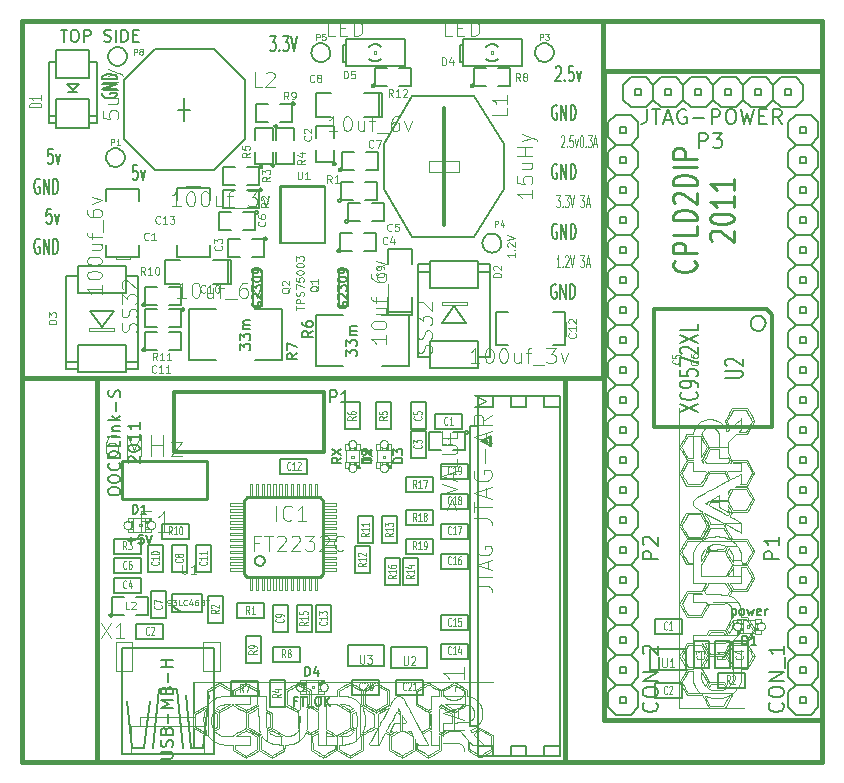
<source format=gto>
G04 (created by PCBNEW-RS274X (2010-03-14)-final) date jue 03 nov 2011 01:18:38 ART*
G01*
G70*
G90*
%MOIN*%
G04 Gerber Fmt 3.4, Leading zero omitted, Abs format*
%FSLAX34Y34*%
G04 APERTURE LIST*
%ADD10C,0.000100*%
%ADD11C,0.006600*%
%ADD12C,0.015000*%
%ADD13C,0.010000*%
%ADD14C,0.005000*%
%ADD15C,0.008000*%
%ADD16C,0.004200*%
%ADD17C,0.003300*%
%ADD18C,0.002600*%
%ADD19C,0.004000*%
%ADD20C,0.002000*%
%ADD21C,0.006000*%
%ADD22C,0.012000*%
%ADD23C,0.001500*%
%ADD24C,0.003500*%
%ADD25C,0.006700*%
%ADD26C,0.003000*%
%ADD27C,0.005800*%
G04 APERTURE END LIST*
G54D10*
G54D11*
X41815Y-47110D02*
X41815Y-47035D01*
X41834Y-46998D01*
X41872Y-46960D01*
X41947Y-46941D01*
X42078Y-46941D01*
X42153Y-46960D01*
X42191Y-46998D01*
X42209Y-47035D01*
X42209Y-47110D01*
X42191Y-47148D01*
X42153Y-47185D01*
X42078Y-47204D01*
X41947Y-47204D01*
X41872Y-47185D01*
X41834Y-47148D01*
X41815Y-47110D01*
X41815Y-46697D02*
X41815Y-46622D01*
X41834Y-46585D01*
X41872Y-46547D01*
X41947Y-46528D01*
X42078Y-46528D01*
X42153Y-46547D01*
X42191Y-46585D01*
X42209Y-46622D01*
X42209Y-46697D01*
X42191Y-46735D01*
X42153Y-46772D01*
X42078Y-46791D01*
X41947Y-46791D01*
X41872Y-46772D01*
X41834Y-46735D01*
X41815Y-46697D01*
X42172Y-46134D02*
X42191Y-46153D01*
X42209Y-46209D01*
X42209Y-46247D01*
X42191Y-46303D01*
X42153Y-46340D01*
X42116Y-46359D01*
X42041Y-46378D01*
X41984Y-46378D01*
X41909Y-46359D01*
X41872Y-46340D01*
X41834Y-46303D01*
X41815Y-46247D01*
X41815Y-46209D01*
X41834Y-46153D01*
X41853Y-46134D01*
X42209Y-45965D02*
X41815Y-45965D01*
X41815Y-45871D01*
X41834Y-45815D01*
X41872Y-45778D01*
X41909Y-45759D01*
X41984Y-45740D01*
X42041Y-45740D01*
X42116Y-45759D01*
X42153Y-45778D01*
X42191Y-45815D01*
X42209Y-45871D01*
X42209Y-45965D01*
X42209Y-45384D02*
X42209Y-45571D01*
X41815Y-45571D01*
X42209Y-45252D02*
X41947Y-45252D01*
X41815Y-45252D02*
X41834Y-45271D01*
X41853Y-45252D01*
X41834Y-45233D01*
X41815Y-45252D01*
X41853Y-45252D01*
X41947Y-45064D02*
X42209Y-45064D01*
X41984Y-45064D02*
X41966Y-45045D01*
X41947Y-45008D01*
X41947Y-44952D01*
X41966Y-44914D01*
X42003Y-44895D01*
X42209Y-44895D01*
X42209Y-44708D02*
X41815Y-44708D01*
X42059Y-44671D02*
X42209Y-44558D01*
X41947Y-44558D02*
X42097Y-44708D01*
X42059Y-44389D02*
X42059Y-44089D01*
X42191Y-43920D02*
X42209Y-43864D01*
X42209Y-43770D01*
X42191Y-43732D01*
X42172Y-43714D01*
X42134Y-43695D01*
X42097Y-43695D01*
X42059Y-43714D01*
X42041Y-43732D01*
X42022Y-43770D01*
X42003Y-43845D01*
X41984Y-43882D01*
X41966Y-43901D01*
X41928Y-43920D01*
X41891Y-43920D01*
X41853Y-43901D01*
X41834Y-43882D01*
X41815Y-43845D01*
X41815Y-43751D01*
X41834Y-43695D01*
X42503Y-46125D02*
X42484Y-46106D01*
X42465Y-46069D01*
X42465Y-45975D01*
X42484Y-45937D01*
X42503Y-45919D01*
X42541Y-45900D01*
X42578Y-45900D01*
X42634Y-45919D01*
X42859Y-46144D01*
X42859Y-45900D01*
X42465Y-45656D02*
X42465Y-45619D01*
X42484Y-45581D01*
X42503Y-45562D01*
X42541Y-45544D01*
X42616Y-45525D01*
X42709Y-45525D01*
X42784Y-45544D01*
X42822Y-45562D01*
X42841Y-45581D01*
X42859Y-45619D01*
X42859Y-45656D01*
X42841Y-45694D01*
X42822Y-45712D01*
X42784Y-45731D01*
X42709Y-45750D01*
X42616Y-45750D01*
X42541Y-45731D01*
X42503Y-45712D01*
X42484Y-45694D01*
X42465Y-45656D01*
X42859Y-45150D02*
X42859Y-45375D01*
X42859Y-45262D02*
X42465Y-45262D01*
X42522Y-45300D01*
X42559Y-45337D01*
X42578Y-45375D01*
X42859Y-44775D02*
X42859Y-45000D01*
X42859Y-44887D02*
X42465Y-44887D01*
X42522Y-44925D01*
X42559Y-44962D01*
X42578Y-45000D01*
G54D12*
X38950Y-56100D02*
X38950Y-31400D01*
X39000Y-56100D02*
X38950Y-56100D01*
X39200Y-56100D02*
X39000Y-56100D01*
X39450Y-56100D02*
X39200Y-56100D01*
X42700Y-56100D02*
X39450Y-56100D01*
X65600Y-56100D02*
X42700Y-56100D01*
X65600Y-31400D02*
X65600Y-56100D01*
X38950Y-31400D02*
X65600Y-31400D01*
X57050Y-43300D02*
X41450Y-43300D01*
X57050Y-56100D02*
X57050Y-43300D01*
X41450Y-56100D02*
X57050Y-56100D01*
X41450Y-43300D02*
X41450Y-56100D01*
X58350Y-33050D02*
X58400Y-33050D01*
X58350Y-54700D02*
X58350Y-33050D01*
X65600Y-54700D02*
X58350Y-54700D01*
X65600Y-33050D02*
X65600Y-54700D01*
X65550Y-33050D02*
X65600Y-33050D01*
X58300Y-33050D02*
X65550Y-33050D01*
X38950Y-43300D02*
X39100Y-43300D01*
X38950Y-31450D02*
X38950Y-43300D01*
X39300Y-43300D02*
X39050Y-43300D01*
X58300Y-43300D02*
X39300Y-43300D01*
X58300Y-31400D02*
X58300Y-43300D01*
X38950Y-31400D02*
X58300Y-31400D01*
G54D13*
X61348Y-39385D02*
X61386Y-39414D01*
X61424Y-39500D01*
X61424Y-39557D01*
X61386Y-39642D01*
X61310Y-39700D01*
X61233Y-39728D01*
X61081Y-39757D01*
X60967Y-39757D01*
X60814Y-39728D01*
X60738Y-39700D01*
X60662Y-39642D01*
X60624Y-39557D01*
X60624Y-39500D01*
X60662Y-39414D01*
X60700Y-39385D01*
X61424Y-39128D02*
X60624Y-39128D01*
X60624Y-38900D01*
X60662Y-38842D01*
X60700Y-38814D01*
X60776Y-38785D01*
X60890Y-38785D01*
X60967Y-38814D01*
X61005Y-38842D01*
X61043Y-38900D01*
X61043Y-39128D01*
X61424Y-38242D02*
X61424Y-38528D01*
X60624Y-38528D01*
X61424Y-38042D02*
X60624Y-38042D01*
X60624Y-37899D01*
X60662Y-37814D01*
X60738Y-37756D01*
X60814Y-37728D01*
X60967Y-37699D01*
X61081Y-37699D01*
X61233Y-37728D01*
X61310Y-37756D01*
X61386Y-37814D01*
X61424Y-37899D01*
X61424Y-38042D01*
X60700Y-37471D02*
X60662Y-37442D01*
X60624Y-37385D01*
X60624Y-37242D01*
X60662Y-37185D01*
X60700Y-37156D01*
X60776Y-37128D01*
X60852Y-37128D01*
X60967Y-37156D01*
X61424Y-37499D01*
X61424Y-37128D01*
X61424Y-36871D02*
X60624Y-36871D01*
X60624Y-36728D01*
X60662Y-36643D01*
X60738Y-36585D01*
X60814Y-36557D01*
X60967Y-36528D01*
X61081Y-36528D01*
X61233Y-36557D01*
X61310Y-36585D01*
X61386Y-36643D01*
X61424Y-36728D01*
X61424Y-36871D01*
X61424Y-36271D02*
X60624Y-36271D01*
X61424Y-35985D02*
X60624Y-35985D01*
X60624Y-35757D01*
X60662Y-35699D01*
X60700Y-35671D01*
X60776Y-35642D01*
X60890Y-35642D01*
X60967Y-35671D01*
X61005Y-35699D01*
X61043Y-35757D01*
X61043Y-35985D01*
X61940Y-38728D02*
X61902Y-38699D01*
X61864Y-38642D01*
X61864Y-38499D01*
X61902Y-38442D01*
X61940Y-38413D01*
X62016Y-38385D01*
X62092Y-38385D01*
X62207Y-38413D01*
X62664Y-38756D01*
X62664Y-38385D01*
X61864Y-38014D02*
X61864Y-37957D01*
X61902Y-37900D01*
X61940Y-37871D01*
X62016Y-37842D01*
X62169Y-37814D01*
X62359Y-37814D01*
X62511Y-37842D01*
X62588Y-37871D01*
X62626Y-37900D01*
X62664Y-37957D01*
X62664Y-38014D01*
X62626Y-38071D01*
X62588Y-38100D01*
X62511Y-38128D01*
X62359Y-38157D01*
X62169Y-38157D01*
X62016Y-38128D01*
X61940Y-38100D01*
X61902Y-38071D01*
X61864Y-38014D01*
X62664Y-37243D02*
X62664Y-37586D01*
X62664Y-37414D02*
X61864Y-37414D01*
X61978Y-37471D01*
X62054Y-37529D01*
X62092Y-37586D01*
X62664Y-36672D02*
X62664Y-37015D01*
X62664Y-36843D02*
X61864Y-36843D01*
X61978Y-36900D01*
X62054Y-36958D01*
X62092Y-37015D01*
G54D14*
X41626Y-33798D02*
X41602Y-33827D01*
X41602Y-33870D01*
X41626Y-33913D01*
X41674Y-33941D01*
X41721Y-33956D01*
X41817Y-33970D01*
X41888Y-33970D01*
X41983Y-33956D01*
X42031Y-33941D01*
X42079Y-33913D01*
X42102Y-33870D01*
X42102Y-33841D01*
X42079Y-33798D01*
X42055Y-33784D01*
X41888Y-33784D01*
X41888Y-33841D01*
X42102Y-33656D02*
X41602Y-33656D01*
X42102Y-33484D01*
X41602Y-33484D01*
X42102Y-33342D02*
X41602Y-33342D01*
X41602Y-33270D01*
X41626Y-33227D01*
X41674Y-33199D01*
X41721Y-33184D01*
X41817Y-33170D01*
X41888Y-33170D01*
X41983Y-33184D01*
X42031Y-33199D01*
X42079Y-33227D01*
X42102Y-33270D01*
X42102Y-33342D01*
X42787Y-36192D02*
X42644Y-36192D01*
X42630Y-36430D01*
X42644Y-36407D01*
X42673Y-36383D01*
X42744Y-36383D01*
X42773Y-36407D01*
X42787Y-36430D01*
X42802Y-36478D01*
X42802Y-36597D01*
X42787Y-36645D01*
X42773Y-36669D01*
X42744Y-36692D01*
X42673Y-36692D01*
X42644Y-36669D01*
X42630Y-36645D01*
X42902Y-36359D02*
X42973Y-36692D01*
X43045Y-36359D01*
G54D15*
X49050Y-36900D02*
X47730Y-36900D01*
X49050Y-36910D02*
X49050Y-36900D01*
X49050Y-38810D02*
X49050Y-36910D01*
X47540Y-38810D02*
X49050Y-38810D01*
X47540Y-38800D02*
X47540Y-38810D01*
X47540Y-36900D02*
X47540Y-38800D01*
X47730Y-36900D02*
X47540Y-36900D01*
G54D11*
X40228Y-31690D02*
X40453Y-31690D01*
X40340Y-32084D02*
X40340Y-31690D01*
X40659Y-31690D02*
X40734Y-31690D01*
X40771Y-31709D01*
X40809Y-31747D01*
X40828Y-31822D01*
X40828Y-31953D01*
X40809Y-32028D01*
X40771Y-32066D01*
X40734Y-32084D01*
X40659Y-32084D01*
X40621Y-32066D01*
X40584Y-32028D01*
X40565Y-31953D01*
X40565Y-31822D01*
X40584Y-31747D01*
X40621Y-31709D01*
X40659Y-31690D01*
X40997Y-32084D02*
X40997Y-31690D01*
X41147Y-31690D01*
X41184Y-31709D01*
X41203Y-31728D01*
X41222Y-31766D01*
X41222Y-31822D01*
X41203Y-31859D01*
X41184Y-31878D01*
X41147Y-31897D01*
X40997Y-31897D01*
X41672Y-32066D02*
X41728Y-32084D01*
X41822Y-32084D01*
X41860Y-32066D01*
X41878Y-32047D01*
X41897Y-32009D01*
X41897Y-31972D01*
X41878Y-31934D01*
X41860Y-31916D01*
X41822Y-31897D01*
X41747Y-31878D01*
X41710Y-31859D01*
X41691Y-31841D01*
X41672Y-31803D01*
X41672Y-31766D01*
X41691Y-31728D01*
X41710Y-31709D01*
X41747Y-31690D01*
X41841Y-31690D01*
X41897Y-31709D01*
X42066Y-32084D02*
X42066Y-31690D01*
X42254Y-32084D02*
X42254Y-31690D01*
X42348Y-31690D01*
X42404Y-31709D01*
X42441Y-31747D01*
X42460Y-31784D01*
X42479Y-31859D01*
X42479Y-31916D01*
X42460Y-31991D01*
X42441Y-32028D01*
X42404Y-32066D01*
X42348Y-32084D01*
X42254Y-32084D01*
X42648Y-31878D02*
X42779Y-31878D01*
X42835Y-32084D02*
X42648Y-32084D01*
X42648Y-31690D01*
X42835Y-31690D01*
G54D16*
X55361Y-39134D02*
X55361Y-39276D01*
X55361Y-39205D02*
X55111Y-39205D01*
X55147Y-39229D01*
X55171Y-39253D01*
X55183Y-39276D01*
X55337Y-39026D02*
X55349Y-39015D01*
X55361Y-39026D01*
X55349Y-39038D01*
X55337Y-39026D01*
X55361Y-39026D01*
X55135Y-38919D02*
X55123Y-38907D01*
X55111Y-38884D01*
X55111Y-38824D01*
X55123Y-38800D01*
X55135Y-38788D01*
X55159Y-38777D01*
X55183Y-38777D01*
X55218Y-38788D01*
X55361Y-38931D01*
X55361Y-38777D01*
X55111Y-38705D02*
X55361Y-38622D01*
X55111Y-38539D01*
G54D14*
X56735Y-32950D02*
X56749Y-32926D01*
X56778Y-32902D01*
X56849Y-32902D01*
X56878Y-32926D01*
X56892Y-32950D01*
X56907Y-32998D01*
X56907Y-33045D01*
X56892Y-33117D01*
X56721Y-33402D01*
X56907Y-33402D01*
X57035Y-33355D02*
X57050Y-33379D01*
X57035Y-33402D01*
X57021Y-33379D01*
X57035Y-33355D01*
X57035Y-33402D01*
X57321Y-32902D02*
X57178Y-32902D01*
X57164Y-33140D01*
X57178Y-33117D01*
X57207Y-33093D01*
X57278Y-33093D01*
X57307Y-33117D01*
X57321Y-33140D01*
X57336Y-33188D01*
X57336Y-33307D01*
X57321Y-33355D01*
X57307Y-33379D01*
X57278Y-33402D01*
X57207Y-33402D01*
X57178Y-33379D01*
X57164Y-33355D01*
X57436Y-33069D02*
X57507Y-33402D01*
X57579Y-33069D01*
X47207Y-31902D02*
X47393Y-31902D01*
X47293Y-32093D01*
X47335Y-32093D01*
X47364Y-32117D01*
X47378Y-32140D01*
X47393Y-32188D01*
X47393Y-32307D01*
X47378Y-32355D01*
X47364Y-32379D01*
X47335Y-32402D01*
X47250Y-32402D01*
X47221Y-32379D01*
X47207Y-32355D01*
X47521Y-32355D02*
X47536Y-32379D01*
X47521Y-32402D01*
X47507Y-32379D01*
X47521Y-32355D01*
X47521Y-32402D01*
X47636Y-31902D02*
X47822Y-31902D01*
X47722Y-32093D01*
X47764Y-32093D01*
X47793Y-32117D01*
X47807Y-32140D01*
X47822Y-32188D01*
X47822Y-32307D01*
X47807Y-32355D01*
X47793Y-32379D01*
X47764Y-32402D01*
X47679Y-32402D01*
X47650Y-32379D01*
X47636Y-32355D01*
X47908Y-31902D02*
X48008Y-32402D01*
X48108Y-31902D01*
X39907Y-37652D02*
X39764Y-37652D01*
X39750Y-37890D01*
X39764Y-37867D01*
X39793Y-37843D01*
X39864Y-37843D01*
X39893Y-37867D01*
X39907Y-37890D01*
X39922Y-37938D01*
X39922Y-38057D01*
X39907Y-38105D01*
X39893Y-38129D01*
X39864Y-38152D01*
X39793Y-38152D01*
X39764Y-38129D01*
X39750Y-38105D01*
X40022Y-37819D02*
X40093Y-38152D01*
X40165Y-37819D01*
X39522Y-36676D02*
X39493Y-36652D01*
X39450Y-36652D01*
X39407Y-36676D01*
X39379Y-36724D01*
X39364Y-36771D01*
X39350Y-36867D01*
X39350Y-36938D01*
X39364Y-37033D01*
X39379Y-37081D01*
X39407Y-37129D01*
X39450Y-37152D01*
X39479Y-37152D01*
X39522Y-37129D01*
X39536Y-37105D01*
X39536Y-36938D01*
X39479Y-36938D01*
X39664Y-37152D02*
X39664Y-36652D01*
X39836Y-37152D01*
X39836Y-36652D01*
X39978Y-37152D02*
X39978Y-36652D01*
X40050Y-36652D01*
X40093Y-36676D01*
X40121Y-36724D01*
X40136Y-36771D01*
X40150Y-36867D01*
X40150Y-36938D01*
X40136Y-37033D01*
X40121Y-37081D01*
X40093Y-37129D01*
X40050Y-37152D01*
X39978Y-37152D01*
X39522Y-38676D02*
X39493Y-38652D01*
X39450Y-38652D01*
X39407Y-38676D01*
X39379Y-38724D01*
X39364Y-38771D01*
X39350Y-38867D01*
X39350Y-38938D01*
X39364Y-39033D01*
X39379Y-39081D01*
X39407Y-39129D01*
X39450Y-39152D01*
X39479Y-39152D01*
X39522Y-39129D01*
X39536Y-39105D01*
X39536Y-38938D01*
X39479Y-38938D01*
X39664Y-39152D02*
X39664Y-38652D01*
X39836Y-39152D01*
X39836Y-38652D01*
X39978Y-39152D02*
X39978Y-38652D01*
X40050Y-38652D01*
X40093Y-38676D01*
X40121Y-38724D01*
X40136Y-38771D01*
X40150Y-38867D01*
X40150Y-38938D01*
X40136Y-39033D01*
X40121Y-39081D01*
X40093Y-39129D01*
X40050Y-39152D01*
X39978Y-39152D01*
X39957Y-35652D02*
X39814Y-35652D01*
X39800Y-35890D01*
X39814Y-35867D01*
X39843Y-35843D01*
X39914Y-35843D01*
X39943Y-35867D01*
X39957Y-35890D01*
X39972Y-35938D01*
X39972Y-36057D01*
X39957Y-36105D01*
X39943Y-36129D01*
X39914Y-36152D01*
X39843Y-36152D01*
X39814Y-36129D01*
X39800Y-36105D01*
X40072Y-35819D02*
X40143Y-36152D01*
X40215Y-35819D01*
X56772Y-34216D02*
X56743Y-34192D01*
X56700Y-34192D01*
X56657Y-34216D01*
X56629Y-34264D01*
X56614Y-34311D01*
X56600Y-34407D01*
X56600Y-34478D01*
X56614Y-34573D01*
X56629Y-34621D01*
X56657Y-34669D01*
X56700Y-34692D01*
X56729Y-34692D01*
X56772Y-34669D01*
X56786Y-34645D01*
X56786Y-34478D01*
X56729Y-34478D01*
X56914Y-34692D02*
X56914Y-34192D01*
X57086Y-34692D01*
X57086Y-34192D01*
X57228Y-34692D02*
X57228Y-34192D01*
X57300Y-34192D01*
X57343Y-34216D01*
X57371Y-34264D01*
X57386Y-34311D01*
X57400Y-34407D01*
X57400Y-34478D01*
X57386Y-34573D01*
X57371Y-34621D01*
X57343Y-34669D01*
X57300Y-34692D01*
X57228Y-34692D01*
G54D17*
X56873Y-39612D02*
X56759Y-39612D01*
X56816Y-39612D02*
X56816Y-39212D01*
X56797Y-39269D01*
X56778Y-39307D01*
X56759Y-39326D01*
X56959Y-39574D02*
X56968Y-39593D01*
X56959Y-39612D01*
X56949Y-39593D01*
X56959Y-39574D01*
X56959Y-39612D01*
X57044Y-39250D02*
X57054Y-39231D01*
X57073Y-39212D01*
X57120Y-39212D01*
X57139Y-39231D01*
X57149Y-39250D01*
X57158Y-39288D01*
X57158Y-39326D01*
X57149Y-39383D01*
X57035Y-39612D01*
X57158Y-39612D01*
X57215Y-39212D02*
X57282Y-39612D01*
X57348Y-39212D01*
X57548Y-39212D02*
X57671Y-39212D01*
X57605Y-39364D01*
X57633Y-39364D01*
X57652Y-39383D01*
X57662Y-39402D01*
X57671Y-39440D01*
X57671Y-39536D01*
X57662Y-39574D01*
X57652Y-39593D01*
X57633Y-39612D01*
X57576Y-39612D01*
X57557Y-39593D01*
X57548Y-39574D01*
X57747Y-39498D02*
X57842Y-39498D01*
X57728Y-39612D02*
X57795Y-39212D01*
X57861Y-39612D01*
X56902Y-35250D02*
X56912Y-35231D01*
X56931Y-35212D01*
X56978Y-35212D01*
X56997Y-35231D01*
X57007Y-35250D01*
X57016Y-35288D01*
X57016Y-35326D01*
X57007Y-35383D01*
X56893Y-35612D01*
X57016Y-35612D01*
X57102Y-35574D02*
X57111Y-35593D01*
X57102Y-35612D01*
X57092Y-35593D01*
X57102Y-35574D01*
X57102Y-35612D01*
X57292Y-35212D02*
X57197Y-35212D01*
X57187Y-35402D01*
X57197Y-35383D01*
X57216Y-35364D01*
X57263Y-35364D01*
X57282Y-35383D01*
X57292Y-35402D01*
X57301Y-35440D01*
X57301Y-35536D01*
X57292Y-35574D01*
X57282Y-35593D01*
X57263Y-35612D01*
X57216Y-35612D01*
X57197Y-35593D01*
X57187Y-35574D01*
X57368Y-35345D02*
X57415Y-35612D01*
X57463Y-35345D01*
X57577Y-35212D02*
X57596Y-35212D01*
X57615Y-35231D01*
X57624Y-35250D01*
X57634Y-35288D01*
X57643Y-35364D01*
X57643Y-35460D01*
X57634Y-35536D01*
X57624Y-35574D01*
X57615Y-35593D01*
X57596Y-35612D01*
X57577Y-35612D01*
X57558Y-35593D01*
X57548Y-35574D01*
X57539Y-35536D01*
X57529Y-35460D01*
X57529Y-35364D01*
X57539Y-35288D01*
X57548Y-35250D01*
X57558Y-35231D01*
X57577Y-35212D01*
X57729Y-35574D02*
X57738Y-35593D01*
X57729Y-35612D01*
X57719Y-35593D01*
X57729Y-35574D01*
X57729Y-35612D01*
X57805Y-35212D02*
X57928Y-35212D01*
X57862Y-35364D01*
X57890Y-35364D01*
X57909Y-35383D01*
X57919Y-35402D01*
X57928Y-35440D01*
X57928Y-35536D01*
X57919Y-35574D01*
X57909Y-35593D01*
X57890Y-35612D01*
X57833Y-35612D01*
X57814Y-35593D01*
X57805Y-35574D01*
X58004Y-35498D02*
X58099Y-35498D01*
X57985Y-35612D02*
X58052Y-35212D01*
X58118Y-35612D01*
G54D14*
X56742Y-40181D02*
X56713Y-40157D01*
X56670Y-40157D01*
X56627Y-40181D01*
X56599Y-40229D01*
X56584Y-40276D01*
X56570Y-40372D01*
X56570Y-40443D01*
X56584Y-40538D01*
X56599Y-40586D01*
X56627Y-40634D01*
X56670Y-40657D01*
X56699Y-40657D01*
X56742Y-40634D01*
X56756Y-40610D01*
X56756Y-40443D01*
X56699Y-40443D01*
X56884Y-40657D02*
X56884Y-40157D01*
X57056Y-40657D01*
X57056Y-40157D01*
X57198Y-40657D02*
X57198Y-40157D01*
X57270Y-40157D01*
X57313Y-40181D01*
X57341Y-40229D01*
X57356Y-40276D01*
X57370Y-40372D01*
X57370Y-40443D01*
X57356Y-40538D01*
X57341Y-40586D01*
X57313Y-40634D01*
X57270Y-40657D01*
X57198Y-40657D01*
X56767Y-36186D02*
X56738Y-36162D01*
X56695Y-36162D01*
X56652Y-36186D01*
X56624Y-36234D01*
X56609Y-36281D01*
X56595Y-36377D01*
X56595Y-36448D01*
X56609Y-36543D01*
X56624Y-36591D01*
X56652Y-36639D01*
X56695Y-36662D01*
X56724Y-36662D01*
X56767Y-36639D01*
X56781Y-36615D01*
X56781Y-36448D01*
X56724Y-36448D01*
X56909Y-36662D02*
X56909Y-36162D01*
X57081Y-36662D01*
X57081Y-36162D01*
X57223Y-36662D02*
X57223Y-36162D01*
X57295Y-36162D01*
X57338Y-36186D01*
X57366Y-36234D01*
X57381Y-36281D01*
X57395Y-36377D01*
X57395Y-36448D01*
X57381Y-36543D01*
X57366Y-36591D01*
X57338Y-36639D01*
X57295Y-36662D01*
X57223Y-36662D01*
G54D17*
X56750Y-37212D02*
X56873Y-37212D01*
X56807Y-37364D01*
X56835Y-37364D01*
X56854Y-37383D01*
X56864Y-37402D01*
X56873Y-37440D01*
X56873Y-37536D01*
X56864Y-37574D01*
X56854Y-37593D01*
X56835Y-37612D01*
X56778Y-37612D01*
X56759Y-37593D01*
X56750Y-37574D01*
X56959Y-37574D02*
X56968Y-37593D01*
X56959Y-37612D01*
X56949Y-37593D01*
X56959Y-37574D01*
X56959Y-37612D01*
X57035Y-37212D02*
X57158Y-37212D01*
X57092Y-37364D01*
X57120Y-37364D01*
X57139Y-37383D01*
X57149Y-37402D01*
X57158Y-37440D01*
X57158Y-37536D01*
X57149Y-37574D01*
X57139Y-37593D01*
X57120Y-37612D01*
X57063Y-37612D01*
X57044Y-37593D01*
X57035Y-37574D01*
X57215Y-37212D02*
X57282Y-37612D01*
X57348Y-37212D01*
X57548Y-37212D02*
X57671Y-37212D01*
X57605Y-37364D01*
X57633Y-37364D01*
X57652Y-37383D01*
X57662Y-37402D01*
X57671Y-37440D01*
X57671Y-37536D01*
X57662Y-37574D01*
X57652Y-37593D01*
X57633Y-37612D01*
X57576Y-37612D01*
X57557Y-37593D01*
X57548Y-37574D01*
X57747Y-37498D02*
X57842Y-37498D01*
X57728Y-37612D02*
X57795Y-37212D01*
X57861Y-37612D01*
G54D14*
X56767Y-38176D02*
X56738Y-38152D01*
X56695Y-38152D01*
X56652Y-38176D01*
X56624Y-38224D01*
X56609Y-38271D01*
X56595Y-38367D01*
X56595Y-38438D01*
X56609Y-38533D01*
X56624Y-38581D01*
X56652Y-38629D01*
X56695Y-38652D01*
X56724Y-38652D01*
X56767Y-38629D01*
X56781Y-38605D01*
X56781Y-38438D01*
X56724Y-38438D01*
X56909Y-38652D02*
X56909Y-38152D01*
X57081Y-38652D01*
X57081Y-38152D01*
X57223Y-38652D02*
X57223Y-38152D01*
X57295Y-38152D01*
X57338Y-38176D01*
X57366Y-38224D01*
X57381Y-38271D01*
X57395Y-38367D01*
X57395Y-38438D01*
X57381Y-38533D01*
X57366Y-38581D01*
X57338Y-38629D01*
X57295Y-38652D01*
X57223Y-38652D01*
G54D10*
X63361Y-52554D02*
X63311Y-52468D01*
X63283Y-52420D01*
X63252Y-52366D01*
X63219Y-52308D01*
X63187Y-52253D01*
X63113Y-52125D01*
X62614Y-52127D01*
X62588Y-52172D01*
X62575Y-52194D01*
X62554Y-52231D01*
X62527Y-52277D01*
X62497Y-52330D01*
X62367Y-52554D01*
X62490Y-52768D01*
X62509Y-52801D01*
X62546Y-52863D01*
X62573Y-52911D01*
X62594Y-52945D01*
X62609Y-52967D01*
X62619Y-52980D01*
X62624Y-52984D01*
X62635Y-52985D01*
X62635Y-53139D01*
X62635Y-53174D01*
X62634Y-53236D01*
X62633Y-53283D01*
X62629Y-53320D01*
X62623Y-53351D01*
X62615Y-53380D01*
X62604Y-53411D01*
X62601Y-53419D01*
X62575Y-53470D01*
X62540Y-53521D01*
X62501Y-53567D01*
X62464Y-53600D01*
X62451Y-53610D01*
X62353Y-53440D01*
X61852Y-53442D01*
X61805Y-53524D01*
X61793Y-53545D01*
X61774Y-53575D01*
X61761Y-53595D01*
X61756Y-53600D01*
X61756Y-53600D01*
X61760Y-53588D01*
X61772Y-53564D01*
X61789Y-53533D01*
X61807Y-53500D01*
X61824Y-53470D01*
X61834Y-53451D01*
X61843Y-53433D01*
X61774Y-53433D01*
X61759Y-53460D01*
X61741Y-53491D01*
X61724Y-53521D01*
X61704Y-53555D01*
X61691Y-53544D01*
X61685Y-53537D01*
X61663Y-53510D01*
X61641Y-53477D01*
X61622Y-53445D01*
X61608Y-53415D01*
X61592Y-53367D01*
X61581Y-53317D01*
X61576Y-53257D01*
X61576Y-53183D01*
X61577Y-53089D01*
X61662Y-53238D01*
X61734Y-53363D01*
X61761Y-53410D01*
X61774Y-53433D01*
X61843Y-53433D01*
X61845Y-53430D01*
X61723Y-53219D01*
X61698Y-53173D01*
X61665Y-53117D01*
X61640Y-53075D01*
X61622Y-53045D01*
X61609Y-53025D01*
X61600Y-53013D01*
X61594Y-53007D01*
X61588Y-53006D01*
X61578Y-53001D01*
X61575Y-52991D01*
X61588Y-52984D01*
X61591Y-52983D01*
X61596Y-52979D01*
X61605Y-52969D01*
X61616Y-52952D01*
X61632Y-52926D01*
X61655Y-52888D01*
X61685Y-52836D01*
X61723Y-52770D01*
X61748Y-52726D01*
X61779Y-52671D01*
X61806Y-52624D01*
X61826Y-52587D01*
X61840Y-52563D01*
X61845Y-52553D01*
X61844Y-52553D01*
X61775Y-52553D01*
X61577Y-52899D01*
X61575Y-52400D01*
X61290Y-52400D01*
X61290Y-52920D01*
X61134Y-52917D01*
X61032Y-52740D01*
X61024Y-52727D01*
X60994Y-52674D01*
X60969Y-52628D01*
X60948Y-52591D01*
X60935Y-52566D01*
X60930Y-52555D01*
X60931Y-52553D01*
X60933Y-52546D01*
X60939Y-52534D01*
X60950Y-52514D01*
X60966Y-52486D01*
X60989Y-52445D01*
X61019Y-52392D01*
X61059Y-52324D01*
X61136Y-52190D01*
X61564Y-52190D01*
X61660Y-52356D01*
X61692Y-52411D01*
X61719Y-52458D01*
X61742Y-52497D01*
X61758Y-52524D01*
X61765Y-52538D01*
X61775Y-52553D01*
X61844Y-52553D01*
X61841Y-52547D01*
X61829Y-52525D01*
X61811Y-52492D01*
X61787Y-52450D01*
X61759Y-52402D01*
X61730Y-52351D01*
X61700Y-52300D01*
X61672Y-52252D01*
X61648Y-52209D01*
X61628Y-52176D01*
X61615Y-52154D01*
X61614Y-52151D01*
X61605Y-52134D01*
X61610Y-52131D01*
X61613Y-52135D01*
X61625Y-52154D01*
X61645Y-52186D01*
X61671Y-52230D01*
X61701Y-52282D01*
X61734Y-52340D01*
X61853Y-52547D01*
X62353Y-52550D01*
X62380Y-52504D01*
X62392Y-52481D01*
X62414Y-52445D01*
X62441Y-52398D01*
X62471Y-52345D01*
X62601Y-52121D01*
X62600Y-52121D01*
X62525Y-52121D01*
X62525Y-52122D01*
X62517Y-52136D01*
X62502Y-52165D01*
X62480Y-52204D01*
X62453Y-52252D01*
X62422Y-52306D01*
X62318Y-52485D01*
X61888Y-52482D01*
X61784Y-52300D01*
X61754Y-52248D01*
X61728Y-52203D01*
X61708Y-52167D01*
X61695Y-52143D01*
X61690Y-52134D01*
X61692Y-52134D01*
X61709Y-52133D01*
X61743Y-52132D01*
X61791Y-52131D01*
X61851Y-52130D01*
X61920Y-52129D01*
X61996Y-52128D01*
X62055Y-52128D01*
X62138Y-52127D01*
X62205Y-52126D01*
X62258Y-52125D01*
X62302Y-52123D01*
X62338Y-52120D01*
X62368Y-52116D01*
X62396Y-52111D01*
X62425Y-52105D01*
X62456Y-52097D01*
X62475Y-52093D01*
X62498Y-52087D01*
X62507Y-52086D01*
X62509Y-52088D01*
X62517Y-52101D01*
X62520Y-52108D01*
X62525Y-52121D01*
X62600Y-52121D01*
X62583Y-52092D01*
X62574Y-52075D01*
X62569Y-52059D01*
X62575Y-52055D01*
X62576Y-52055D01*
X62584Y-52065D01*
X62598Y-52085D01*
X62616Y-52115D01*
X63113Y-52115D01*
X63237Y-51901D01*
X63246Y-51886D01*
X63283Y-51822D01*
X63311Y-51773D01*
X63331Y-51736D01*
X63345Y-51710D01*
X63353Y-51693D01*
X63355Y-51687D01*
X63289Y-51687D01*
X63077Y-52052D01*
X62652Y-52055D01*
X62635Y-52026D01*
X62669Y-52001D01*
X62702Y-51975D01*
X62772Y-51901D01*
X62806Y-51848D01*
X62370Y-51848D01*
X62370Y-51849D01*
X62357Y-51856D01*
X62327Y-51863D01*
X62280Y-51870D01*
X62279Y-51870D01*
X62255Y-51872D01*
X62216Y-51873D01*
X62163Y-51874D01*
X62100Y-51874D01*
X62031Y-51874D01*
X61820Y-51872D01*
X61891Y-51750D01*
X62317Y-51752D01*
X62343Y-51797D01*
X62353Y-51814D01*
X62365Y-51837D01*
X62370Y-51848D01*
X62806Y-51848D01*
X62828Y-51814D01*
X62870Y-51712D01*
X62871Y-51707D01*
X62890Y-51640D01*
X62903Y-51570D01*
X62913Y-51492D01*
X62918Y-51401D01*
X62920Y-51364D01*
X62634Y-51364D01*
X62634Y-51388D01*
X62629Y-51474D01*
X62617Y-51560D01*
X62599Y-51635D01*
X62575Y-51695D01*
X62565Y-51711D01*
X62548Y-51735D01*
X62528Y-51759D01*
X62511Y-51777D01*
X62501Y-51785D01*
X62497Y-51781D01*
X62486Y-51764D01*
X62471Y-51740D01*
X62456Y-51715D01*
X62445Y-51694D01*
X62440Y-51684D01*
X62442Y-51680D01*
X62452Y-51662D01*
X62469Y-51633D01*
X62491Y-51594D01*
X62517Y-51550D01*
X62543Y-51503D01*
X62570Y-51458D01*
X62594Y-51417D01*
X62614Y-51383D01*
X62627Y-51359D01*
X62633Y-51350D01*
X62634Y-51351D01*
X62634Y-51364D01*
X62920Y-51364D01*
X62922Y-51320D01*
X63078Y-51320D01*
X63168Y-51476D01*
X63193Y-51519D01*
X63221Y-51568D01*
X63245Y-51610D01*
X63263Y-51642D01*
X63273Y-51659D01*
X63289Y-51687D01*
X63355Y-51687D01*
X63356Y-51683D01*
X63356Y-51678D01*
X63353Y-51673D01*
X63342Y-51653D01*
X63323Y-51619D01*
X63297Y-51575D01*
X63267Y-51523D01*
X63234Y-51465D01*
X63117Y-51262D01*
X62921Y-51260D01*
X62918Y-51216D01*
X62915Y-51174D01*
X62903Y-51070D01*
X62886Y-50981D01*
X62864Y-50904D01*
X62835Y-50835D01*
X62798Y-50770D01*
X62792Y-50762D01*
X62165Y-50762D01*
X62163Y-50762D01*
X62144Y-50762D01*
X62109Y-50763D01*
X62060Y-50763D01*
X62055Y-50763D01*
X62007Y-50763D01*
X61973Y-50762D01*
X61956Y-50762D01*
X61955Y-50762D01*
X61974Y-50761D01*
X62029Y-50761D01*
X62091Y-50761D01*
X62146Y-50761D01*
X62149Y-50761D01*
X62165Y-50762D01*
X62792Y-50762D01*
X62768Y-50729D01*
X62703Y-50664D01*
X62626Y-50608D01*
X62541Y-50567D01*
X62505Y-50553D01*
X62515Y-50538D01*
X62534Y-50505D01*
X62559Y-50459D01*
X62579Y-50421D01*
X62594Y-50393D01*
X62525Y-50393D01*
X62484Y-50465D01*
X62477Y-50477D01*
X62459Y-50508D01*
X62448Y-50525D01*
X62440Y-50532D01*
X62433Y-50533D01*
X62414Y-50529D01*
X62391Y-50524D01*
X62366Y-50520D01*
X62337Y-50517D01*
X62301Y-50515D01*
X62255Y-50514D01*
X62197Y-50512D01*
X62124Y-50511D01*
X62033Y-50510D01*
X61739Y-50508D01*
X61676Y-50399D01*
X61746Y-50276D01*
X61755Y-50260D01*
X61780Y-50217D01*
X61800Y-50182D01*
X61814Y-50157D01*
X61821Y-50146D01*
X61825Y-50145D01*
X61837Y-50143D01*
X61861Y-50142D01*
X61897Y-50141D01*
X61948Y-50140D01*
X62015Y-50140D01*
X62100Y-50140D01*
X62374Y-50140D01*
X62384Y-50154D01*
X62391Y-50164D01*
X62406Y-50190D01*
X62426Y-50225D01*
X62450Y-50265D01*
X62470Y-50299D01*
X62491Y-50336D01*
X62507Y-50363D01*
X62516Y-50378D01*
X62525Y-50393D01*
X62594Y-50393D01*
X62595Y-50390D01*
X62525Y-50269D01*
X62471Y-50177D01*
X62457Y-50153D01*
X62451Y-50143D01*
X62455Y-50141D01*
X62456Y-50142D01*
X62466Y-50156D01*
X62484Y-50184D01*
X62506Y-50221D01*
X62532Y-50265D01*
X62603Y-50388D01*
X63103Y-50390D01*
X63225Y-50179D01*
X63250Y-50136D01*
X63281Y-50081D01*
X63308Y-50034D01*
X63329Y-49997D01*
X63343Y-49972D01*
X63347Y-49962D01*
X63345Y-49957D01*
X63274Y-49957D01*
X63272Y-49965D01*
X63266Y-49980D01*
X63253Y-50004D01*
X63235Y-50037D01*
X63208Y-50084D01*
X63172Y-50145D01*
X63066Y-50328D01*
X62642Y-50330D01*
X62589Y-50238D01*
X62571Y-50207D01*
X62553Y-50175D01*
X62540Y-50152D01*
X62535Y-50143D01*
X62535Y-50143D01*
X62546Y-50142D01*
X62574Y-50141D01*
X62616Y-50141D01*
X62668Y-50140D01*
X62728Y-50140D01*
X62920Y-50140D01*
X62920Y-49890D01*
X62635Y-49890D01*
X62552Y-49890D01*
X62538Y-49890D01*
X62504Y-49889D01*
X62480Y-49888D01*
X62472Y-49886D01*
X62481Y-49870D01*
X62517Y-49807D01*
X62566Y-49723D01*
X62609Y-49648D01*
X62623Y-49624D01*
X62629Y-49613D01*
X62631Y-49612D01*
X62633Y-49623D01*
X62634Y-49647D01*
X62635Y-49688D01*
X62635Y-49746D01*
X62635Y-49890D01*
X62920Y-49890D01*
X62920Y-49595D01*
X63068Y-49595D01*
X63168Y-49768D01*
X63203Y-49830D01*
X63230Y-49877D01*
X63252Y-49915D01*
X63267Y-49941D01*
X63273Y-49952D01*
X63274Y-49957D01*
X63345Y-49957D01*
X63345Y-49956D01*
X63333Y-49935D01*
X63314Y-49900D01*
X63289Y-49855D01*
X63259Y-49802D01*
X63225Y-49743D01*
X63103Y-49530D01*
X63009Y-49530D01*
X62967Y-49530D01*
X62941Y-49529D01*
X62927Y-49528D01*
X62921Y-49525D01*
X62920Y-49520D01*
X62920Y-49520D01*
X62635Y-49520D01*
X62633Y-49526D01*
X62619Y-49531D01*
X62616Y-49532D01*
X62610Y-49534D01*
X62603Y-49541D01*
X62594Y-49553D01*
X62580Y-49575D01*
X62561Y-49607D01*
X62535Y-49651D01*
X62501Y-49711D01*
X62398Y-49890D01*
X61575Y-49890D01*
X61575Y-49701D01*
X61575Y-49631D01*
X61575Y-49583D01*
X61576Y-49550D01*
X61577Y-49529D01*
X61578Y-49517D01*
X61581Y-49511D01*
X61584Y-49509D01*
X61584Y-49509D01*
X61593Y-49497D01*
X61611Y-49470D01*
X61637Y-49428D01*
X61670Y-49371D01*
X61710Y-49302D01*
X61762Y-49211D01*
X61789Y-49163D01*
X61811Y-49125D01*
X61825Y-49100D01*
X61832Y-49089D01*
X61832Y-49086D01*
X61831Y-49080D01*
X61763Y-49080D01*
X61762Y-49082D01*
X61754Y-49096D01*
X61739Y-49124D01*
X61719Y-49161D01*
X61694Y-49203D01*
X61668Y-49249D01*
X61642Y-49294D01*
X61618Y-49336D01*
X61599Y-49370D01*
X61585Y-49394D01*
X61578Y-49403D01*
X61577Y-49401D01*
X61576Y-49384D01*
X61576Y-49353D01*
X61576Y-49313D01*
X61576Y-49308D01*
X61578Y-49261D01*
X61580Y-49227D01*
X61584Y-49202D01*
X61590Y-49180D01*
X61598Y-49154D01*
X61625Y-49095D01*
X61658Y-49040D01*
X61694Y-48998D01*
X61708Y-48984D01*
X61735Y-49031D01*
X61745Y-49049D01*
X61757Y-49071D01*
X61763Y-49080D01*
X61831Y-49080D01*
X61829Y-49074D01*
X61818Y-49051D01*
X61798Y-49015D01*
X61781Y-48985D01*
X61766Y-48959D01*
X61760Y-48945D01*
X61759Y-48939D01*
X61764Y-48937D01*
X61765Y-48938D01*
X61775Y-48949D01*
X61790Y-48973D01*
X61810Y-49005D01*
X61849Y-49072D01*
X62351Y-49072D01*
X62394Y-48998D01*
X62403Y-48983D01*
X62421Y-48953D01*
X62434Y-48934D01*
X62439Y-48929D01*
X62439Y-48931D01*
X62433Y-48945D01*
X62419Y-48971D01*
X62401Y-49004D01*
X62395Y-49014D01*
X62377Y-49045D01*
X62365Y-49068D01*
X62359Y-49078D01*
X62362Y-49084D01*
X62373Y-49105D01*
X62391Y-49139D01*
X62416Y-49184D01*
X62446Y-49238D01*
X62480Y-49296D01*
X62502Y-49334D01*
X62535Y-49392D01*
X62560Y-49435D01*
X62579Y-49467D01*
X62592Y-49488D01*
X62602Y-49500D01*
X62608Y-49507D01*
X62614Y-49510D01*
X62619Y-49510D01*
X62630Y-49511D01*
X62635Y-49520D01*
X62920Y-49520D01*
X62920Y-49520D01*
X62921Y-49515D01*
X62927Y-49512D01*
X62942Y-49511D01*
X62969Y-49510D01*
X63012Y-49510D01*
X63104Y-49510D01*
X63350Y-49083D01*
X63346Y-49076D01*
X63274Y-49076D01*
X63273Y-49084D01*
X63268Y-49097D01*
X63257Y-49118D01*
X63241Y-49148D01*
X63216Y-49190D01*
X63183Y-49248D01*
X63152Y-49302D01*
X63124Y-49349D01*
X63101Y-49389D01*
X63085Y-49418D01*
X63076Y-49432D01*
X63065Y-49450D01*
X62922Y-49450D01*
X62919Y-49360D01*
X62634Y-49360D01*
X62634Y-49401D01*
X62633Y-49426D01*
X62631Y-49433D01*
X62627Y-49426D01*
X62614Y-49405D01*
X62595Y-49372D01*
X62571Y-49331D01*
X62545Y-49284D01*
X62517Y-49237D01*
X62491Y-49190D01*
X62467Y-49148D01*
X62448Y-49114D01*
X62435Y-49090D01*
X62430Y-49081D01*
X62434Y-49073D01*
X62445Y-49052D01*
X62462Y-49023D01*
X62493Y-48969D01*
X62518Y-48996D01*
X62541Y-49022D01*
X62586Y-49092D01*
X62618Y-49173D01*
X62620Y-49178D01*
X62625Y-49198D01*
X62629Y-49218D01*
X62631Y-49243D01*
X62633Y-49278D01*
X62634Y-49328D01*
X62634Y-49360D01*
X62919Y-49360D01*
X62919Y-49339D01*
X62916Y-49279D01*
X62909Y-49199D01*
X62897Y-49130D01*
X62878Y-49068D01*
X62853Y-49007D01*
X62831Y-48966D01*
X62782Y-48893D01*
X62380Y-48893D01*
X62376Y-48902D01*
X62365Y-48923D01*
X62348Y-48952D01*
X62316Y-49007D01*
X62230Y-49010D01*
X62193Y-49012D01*
X62136Y-49013D01*
X62074Y-49014D01*
X62015Y-49014D01*
X61887Y-49015D01*
X61820Y-48898D01*
X61842Y-48886D01*
X61895Y-48864D01*
X61982Y-48842D01*
X62080Y-48831D01*
X62169Y-48833D01*
X62265Y-48847D01*
X62348Y-48875D01*
X62352Y-48877D01*
X62372Y-48887D01*
X62380Y-48893D01*
X62782Y-48893D01*
X62776Y-48885D01*
X62712Y-48811D01*
X62643Y-48752D01*
X62641Y-48750D01*
X62631Y-48740D01*
X62634Y-48730D01*
X61560Y-48730D01*
X61560Y-48738D01*
X61551Y-48749D01*
X61530Y-48767D01*
X61497Y-48798D01*
X61428Y-48877D01*
X61372Y-48968D01*
X61331Y-49062D01*
X61319Y-49104D01*
X61302Y-49183D01*
X61293Y-49271D01*
X61290Y-49374D01*
X61290Y-49450D01*
X61126Y-49450D01*
X61022Y-49269D01*
X61013Y-49252D01*
X60983Y-49199D01*
X60957Y-49153D01*
X60936Y-49117D01*
X60923Y-49092D01*
X60918Y-49082D01*
X60919Y-49081D01*
X60926Y-49067D01*
X60942Y-49037D01*
X60966Y-48995D01*
X60996Y-48943D01*
X61031Y-48881D01*
X61070Y-48814D01*
X61112Y-48741D01*
X61127Y-48715D01*
X61553Y-48715D01*
X61559Y-48727D01*
X61560Y-48730D01*
X62634Y-48730D01*
X62634Y-48728D01*
X62640Y-48715D01*
X63067Y-48717D01*
X63166Y-48887D01*
X63227Y-48993D01*
X63249Y-49031D01*
X63265Y-49058D01*
X63272Y-49070D01*
X63272Y-49071D01*
X63274Y-49076D01*
X63346Y-49076D01*
X63327Y-49041D01*
X63314Y-49019D01*
X63294Y-48983D01*
X63267Y-48937D01*
X63236Y-48884D01*
X63204Y-48827D01*
X63102Y-48652D01*
X62606Y-48650D01*
X62590Y-48678D01*
X62589Y-48679D01*
X62578Y-48697D01*
X62570Y-48702D01*
X62570Y-48702D01*
X62572Y-48691D01*
X62581Y-48671D01*
X62595Y-48646D01*
X62525Y-48646D01*
X62525Y-48647D01*
X62518Y-48657D01*
X62514Y-48661D01*
X62507Y-48662D01*
X62492Y-48658D01*
X62464Y-48647D01*
X62354Y-48611D01*
X62228Y-48586D01*
X62099Y-48577D01*
X61971Y-48582D01*
X61848Y-48604D01*
X61734Y-48641D01*
X61729Y-48643D01*
X61701Y-48653D01*
X61686Y-48657D01*
X61680Y-48654D01*
X61678Y-48650D01*
X61684Y-48632D01*
X61693Y-48618D01*
X61709Y-48589D01*
X61732Y-48550D01*
X61759Y-48502D01*
X61886Y-48280D01*
X62314Y-48280D01*
X62326Y-48301D01*
X62334Y-48315D01*
X62351Y-48344D01*
X62374Y-48383D01*
X62401Y-48431D01*
X62432Y-48483D01*
X62461Y-48535D01*
X62487Y-48579D01*
X62507Y-48614D01*
X62520Y-48637D01*
X62525Y-48646D01*
X62595Y-48646D01*
X62597Y-48642D01*
X62473Y-48430D01*
X62448Y-48386D01*
X62416Y-48331D01*
X62389Y-48285D01*
X62368Y-48248D01*
X62355Y-48223D01*
X62350Y-48214D01*
X62353Y-48206D01*
X62362Y-48189D01*
X62373Y-48173D01*
X62380Y-48165D01*
X62382Y-48166D01*
X62397Y-48173D01*
X62426Y-48189D01*
X62469Y-48211D01*
X62521Y-48239D01*
X62581Y-48272D01*
X62647Y-48307D01*
X62671Y-48320D01*
X62735Y-48355D01*
X62793Y-48386D01*
X62841Y-48412D01*
X62879Y-48432D01*
X62904Y-48445D01*
X62913Y-48450D01*
X62913Y-48446D01*
X62914Y-48424D01*
X62914Y-48389D01*
X62915Y-48342D01*
X62915Y-48288D01*
X62915Y-48138D01*
X62319Y-48138D01*
X62317Y-48142D01*
X62309Y-48146D01*
X62293Y-48148D01*
X62266Y-48149D01*
X62227Y-48150D01*
X62173Y-48150D01*
X62101Y-48150D01*
X61887Y-48150D01*
X61862Y-48106D01*
X61758Y-47926D01*
X61741Y-47897D01*
X61717Y-47854D01*
X61698Y-47819D01*
X61685Y-47796D01*
X61681Y-47787D01*
X61690Y-47791D01*
X61714Y-47803D01*
X61751Y-47823D01*
X61801Y-47850D01*
X61860Y-47881D01*
X61927Y-47917D01*
X62000Y-47957D01*
X62071Y-47995D01*
X62138Y-48032D01*
X62197Y-48064D01*
X62247Y-48092D01*
X62285Y-48113D01*
X62309Y-48127D01*
X62318Y-48133D01*
X62319Y-48138D01*
X62915Y-48138D01*
X62915Y-48126D01*
X62695Y-48006D01*
X62641Y-47976D01*
X62595Y-47951D01*
X62558Y-47930D01*
X62534Y-47917D01*
X62525Y-47912D01*
X62525Y-47908D01*
X62532Y-47893D01*
X62538Y-47883D01*
X62552Y-47858D01*
X62568Y-47827D01*
X62595Y-47776D01*
X62593Y-47773D01*
X62521Y-47773D01*
X62520Y-47782D01*
X62513Y-47799D01*
X62497Y-47828D01*
X62485Y-47849D01*
X62473Y-47870D01*
X62468Y-47879D01*
X62464Y-47877D01*
X62444Y-47867D01*
X62412Y-47849D01*
X62368Y-47826D01*
X62315Y-47797D01*
X62256Y-47765D01*
X62193Y-47731D01*
X62128Y-47695D01*
X62064Y-47660D01*
X62003Y-47627D01*
X61947Y-47596D01*
X61900Y-47570D01*
X61862Y-47549D01*
X61838Y-47535D01*
X61828Y-47530D01*
X61830Y-47521D01*
X61840Y-47500D01*
X61855Y-47470D01*
X61887Y-47415D01*
X62180Y-47415D01*
X62183Y-47597D01*
X62458Y-47749D01*
X62463Y-47672D01*
X62487Y-47715D01*
X62495Y-47729D01*
X62510Y-47753D01*
X62518Y-47768D01*
X62521Y-47773D01*
X62593Y-47773D01*
X62530Y-47664D01*
X62502Y-47616D01*
X62483Y-47582D01*
X62470Y-47559D01*
X62463Y-47546D01*
X62461Y-47539D01*
X62462Y-47537D01*
X62462Y-47537D01*
X62471Y-47550D01*
X62487Y-47576D01*
X62508Y-47612D01*
X62533Y-47655D01*
X62603Y-47775D01*
X63104Y-47775D01*
X63189Y-47628D01*
X63221Y-47572D01*
X63253Y-47516D01*
X63282Y-47466D01*
X63305Y-47427D01*
X63350Y-47346D01*
X63275Y-47346D01*
X63273Y-47351D01*
X63262Y-47372D01*
X63241Y-47411D01*
X63211Y-47465D01*
X63170Y-47537D01*
X63119Y-47624D01*
X63069Y-47710D01*
X62638Y-47710D01*
X62580Y-47611D01*
X62562Y-47580D01*
X62535Y-47533D01*
X62510Y-47490D01*
X62492Y-47458D01*
X62462Y-47406D01*
X61818Y-47406D01*
X61817Y-47409D01*
X61810Y-47423D01*
X61798Y-47445D01*
X61784Y-47469D01*
X61772Y-47487D01*
X61766Y-47495D01*
X61764Y-47495D01*
X61751Y-47488D01*
X61733Y-47478D01*
X61717Y-47468D01*
X61711Y-47463D01*
X61717Y-47459D01*
X61736Y-47448D01*
X61764Y-47433D01*
X61787Y-47421D01*
X61809Y-47410D01*
X61818Y-47406D01*
X62462Y-47406D01*
X62460Y-47403D01*
X62460Y-47355D01*
X62180Y-47355D01*
X62036Y-47355D01*
X61988Y-47355D01*
X61950Y-47354D01*
X61924Y-47354D01*
X61915Y-47353D01*
X61916Y-47352D01*
X61930Y-47344D01*
X61956Y-47329D01*
X61991Y-47310D01*
X62031Y-47288D01*
X62072Y-47265D01*
X62112Y-47244D01*
X62145Y-47227D01*
X62168Y-47215D01*
X62177Y-47210D01*
X62177Y-47210D01*
X62179Y-47222D01*
X62180Y-47247D01*
X62180Y-47283D01*
X62180Y-47355D01*
X62460Y-47355D01*
X62460Y-47292D01*
X62543Y-47147D01*
X62563Y-47112D01*
X62589Y-47067D01*
X62610Y-47030D01*
X62622Y-47011D01*
X62547Y-47011D01*
X62544Y-47018D01*
X62533Y-47039D01*
X62517Y-47067D01*
X62500Y-47098D01*
X62483Y-47127D01*
X62470Y-47149D01*
X62463Y-47159D01*
X62462Y-47155D01*
X62461Y-47137D01*
X62461Y-47108D01*
X62463Y-47054D01*
X62504Y-47031D01*
X62518Y-47024D01*
X62538Y-47014D01*
X62547Y-47011D01*
X62622Y-47011D01*
X62626Y-47004D01*
X62633Y-46991D01*
X62640Y-46980D01*
X63068Y-46980D01*
X63172Y-47160D01*
X63180Y-47176D01*
X63211Y-47229D01*
X63236Y-47275D01*
X63257Y-47311D01*
X63270Y-47336D01*
X63275Y-47346D01*
X63350Y-47346D01*
X63350Y-47346D01*
X63107Y-46923D01*
X62907Y-46921D01*
X62848Y-46921D01*
X62796Y-46920D01*
X62756Y-46919D01*
X62730Y-46917D01*
X62720Y-46916D01*
X62723Y-46912D01*
X62738Y-46904D01*
X62740Y-46903D01*
X62749Y-46900D01*
X62763Y-46898D01*
X62785Y-46896D01*
X62818Y-46896D01*
X62866Y-46895D01*
X62930Y-46895D01*
X63104Y-46895D01*
X63350Y-46469D01*
X63347Y-46464D01*
X63274Y-46464D01*
X63271Y-46473D01*
X63265Y-46488D01*
X63253Y-46511D01*
X63234Y-46544D01*
X63208Y-46590D01*
X63173Y-46651D01*
X63068Y-46835D01*
X62868Y-46835D01*
X62914Y-46809D01*
X62917Y-46647D01*
X62918Y-46609D01*
X62919Y-46559D01*
X62919Y-46519D01*
X62919Y-46493D01*
X62919Y-46483D01*
X62918Y-46483D01*
X62905Y-46490D01*
X62877Y-46504D01*
X62838Y-46524D01*
X62790Y-46549D01*
X62735Y-46578D01*
X62720Y-46586D01*
X62666Y-46615D01*
X62620Y-46639D01*
X62583Y-46658D01*
X62559Y-46671D01*
X62550Y-46675D01*
X62546Y-46669D01*
X62534Y-46650D01*
X62517Y-46621D01*
X62497Y-46587D01*
X62476Y-46551D01*
X62457Y-46517D01*
X62442Y-46490D01*
X62433Y-46475D01*
X62432Y-46469D01*
X62438Y-46453D01*
X62453Y-46423D01*
X62478Y-46381D01*
X62920Y-46380D01*
X62920Y-46125D01*
X62775Y-46125D01*
X62753Y-46125D01*
X62704Y-46125D01*
X62665Y-46124D01*
X62640Y-46123D01*
X62630Y-46121D01*
X62630Y-46120D01*
X62636Y-46109D01*
X62637Y-46108D01*
X62642Y-46105D01*
X62651Y-46103D01*
X62667Y-46102D01*
X62693Y-46101D01*
X62731Y-46101D01*
X62784Y-46101D01*
X62855Y-46101D01*
X63067Y-46103D01*
X63166Y-46273D01*
X63227Y-46378D01*
X63265Y-46443D01*
X63272Y-46455D01*
X63273Y-46458D01*
X63274Y-46464D01*
X63347Y-46464D01*
X63342Y-46454D01*
X63339Y-46449D01*
X63327Y-46428D01*
X63308Y-46394D01*
X63282Y-46349D01*
X63252Y-46297D01*
X63219Y-46239D01*
X63104Y-46040D01*
X62603Y-46041D01*
X62579Y-46083D01*
X62570Y-46097D01*
X62557Y-46117D01*
X62550Y-46125D01*
X62546Y-46124D01*
X62547Y-46119D01*
X62555Y-46104D01*
X62570Y-46076D01*
X62579Y-46060D01*
X62591Y-46039D01*
X62594Y-46031D01*
X62525Y-46031D01*
X62522Y-46035D01*
X62513Y-46052D01*
X62498Y-46078D01*
X62472Y-46123D01*
X61727Y-46125D01*
X61701Y-46079D01*
X61693Y-46065D01*
X61682Y-46043D01*
X61679Y-46031D01*
X61682Y-46023D01*
X61682Y-46022D01*
X61690Y-46008D01*
X61707Y-45980D01*
X61729Y-45941D01*
X61756Y-45893D01*
X61787Y-45839D01*
X61886Y-45665D01*
X62180Y-45665D01*
X62180Y-45975D01*
X62460Y-45975D01*
X62463Y-45923D01*
X62494Y-45976D01*
X62508Y-46001D01*
X62520Y-46022D01*
X62525Y-46031D01*
X62594Y-46031D01*
X62595Y-46029D01*
X62595Y-46028D01*
X62588Y-46015D01*
X62573Y-45989D01*
X62552Y-45953D01*
X62528Y-45910D01*
X62460Y-45793D01*
X62460Y-45600D01*
X62181Y-45600D01*
X61852Y-45600D01*
X61604Y-46032D01*
X61612Y-46049D01*
X61623Y-46069D01*
X61637Y-46094D01*
X61647Y-46112D01*
X61651Y-46123D01*
X61646Y-46125D01*
X61645Y-46125D01*
X61633Y-46113D01*
X61613Y-46083D01*
X61605Y-46068D01*
X61591Y-46048D01*
X61582Y-46040D01*
X61575Y-46035D01*
X61581Y-46030D01*
X61582Y-46029D01*
X61591Y-46016D01*
X61608Y-45989D01*
X61631Y-45951D01*
X61658Y-45905D01*
X61688Y-45855D01*
X61719Y-45801D01*
X61749Y-45749D01*
X61778Y-45699D01*
X61802Y-45656D01*
X61821Y-45622D01*
X61833Y-45599D01*
X61833Y-45599D01*
X61833Y-45598D01*
X61764Y-45598D01*
X61577Y-45923D01*
X61576Y-45752D01*
X61576Y-45677D01*
X61576Y-45594D01*
X61576Y-45511D01*
X61576Y-45437D01*
X61577Y-45274D01*
X61683Y-45458D01*
X61710Y-45504D01*
X61732Y-45542D01*
X61748Y-45569D01*
X61755Y-45583D01*
X61764Y-45598D01*
X61833Y-45598D01*
X61828Y-45588D01*
X61814Y-45563D01*
X61794Y-45527D01*
X61769Y-45482D01*
X61740Y-45431D01*
X61710Y-45378D01*
X61680Y-45326D01*
X61651Y-45276D01*
X61625Y-45232D01*
X61625Y-45230D01*
X61295Y-45230D01*
X61294Y-45257D01*
X61293Y-45267D01*
X61293Y-45295D01*
X61293Y-45340D01*
X61292Y-45398D01*
X61292Y-45466D01*
X61292Y-45542D01*
X61291Y-45624D01*
X61290Y-45965D01*
X61126Y-45965D01*
X61046Y-45827D01*
X61032Y-45802D01*
X61003Y-45751D01*
X60976Y-45705D01*
X60955Y-45668D01*
X60941Y-45644D01*
X60916Y-45599D01*
X60943Y-45551D01*
X60949Y-45542D01*
X60967Y-45510D01*
X60991Y-45467D01*
X61019Y-45418D01*
X61049Y-45367D01*
X61127Y-45230D01*
X61295Y-45230D01*
X61625Y-45230D01*
X61605Y-45196D01*
X61590Y-45172D01*
X61587Y-45151D01*
X61595Y-45120D01*
X61612Y-45084D01*
X61634Y-45047D01*
X61660Y-45015D01*
X61672Y-45004D01*
X61727Y-44967D01*
X61794Y-44946D01*
X61875Y-44939D01*
X61933Y-44942D01*
X61989Y-44954D01*
X62037Y-44979D01*
X62083Y-45018D01*
X62096Y-45033D01*
X62137Y-45090D01*
X62166Y-45160D01*
X62167Y-45166D01*
X62171Y-45179D01*
X62173Y-45194D01*
X62175Y-45214D01*
X62177Y-45241D01*
X62177Y-45279D01*
X62178Y-45330D01*
X62179Y-45399D01*
X62181Y-45600D01*
X62460Y-45600D01*
X62460Y-45422D01*
X62752Y-45160D01*
X63104Y-45160D01*
X63138Y-45102D01*
X63172Y-45043D01*
X63218Y-44963D01*
X63258Y-44893D01*
X63291Y-44835D01*
X63316Y-44789D01*
X63333Y-44758D01*
X63340Y-44743D01*
X63341Y-44740D01*
X63342Y-44734D01*
X63341Y-44730D01*
X63273Y-44730D01*
X63271Y-44738D01*
X63259Y-44763D01*
X63236Y-44805D01*
X63203Y-44864D01*
X63160Y-44939D01*
X63107Y-45030D01*
X63067Y-45098D01*
X62944Y-45099D01*
X62898Y-45099D01*
X62860Y-45099D01*
X62835Y-45098D01*
X62825Y-45097D01*
X62831Y-45090D01*
X62848Y-45073D01*
X62873Y-45051D01*
X62920Y-45009D01*
X62920Y-44634D01*
X62896Y-44656D01*
X62892Y-44660D01*
X62863Y-44686D01*
X62827Y-44719D01*
X62786Y-44757D01*
X62741Y-44797D01*
X62697Y-44837D01*
X62655Y-44874D01*
X62618Y-44908D01*
X62588Y-44934D01*
X62568Y-44952D01*
X62561Y-44958D01*
X62558Y-44954D01*
X62547Y-44937D01*
X62530Y-44908D01*
X62509Y-44873D01*
X62487Y-44835D01*
X62466Y-44799D01*
X62447Y-44767D01*
X62435Y-44744D01*
X62430Y-44735D01*
X62431Y-44733D01*
X62438Y-44719D01*
X62454Y-44691D01*
X62476Y-44652D01*
X62503Y-44604D01*
X62534Y-44550D01*
X62639Y-44368D01*
X63068Y-44366D01*
X63177Y-44557D01*
X63207Y-44609D01*
X63233Y-44656D01*
X63254Y-44693D01*
X63268Y-44719D01*
X63273Y-44730D01*
X63341Y-44730D01*
X63340Y-44726D01*
X63336Y-44714D01*
X63327Y-44695D01*
X63312Y-44668D01*
X63291Y-44630D01*
X63262Y-44579D01*
X63224Y-44513D01*
X63103Y-44301D01*
X62606Y-44300D01*
X62582Y-44342D01*
X62568Y-44366D01*
X62547Y-44402D01*
X62520Y-44449D01*
X62490Y-44502D01*
X62356Y-44734D01*
X62433Y-44866D01*
X62447Y-44891D01*
X62472Y-44934D01*
X62492Y-44969D01*
X62505Y-44993D01*
X62510Y-45003D01*
X62509Y-45004D01*
X62500Y-45014D01*
X62482Y-45032D01*
X62461Y-45051D01*
X62442Y-45067D01*
X62431Y-45074D01*
X62425Y-45068D01*
X62417Y-45049D01*
X62405Y-45015D01*
X62360Y-44928D01*
X62301Y-44850D01*
X62230Y-44784D01*
X62150Y-44733D01*
X62121Y-44719D01*
X62023Y-44688D01*
X61919Y-44673D01*
X61811Y-44674D01*
X61702Y-44693D01*
X61684Y-44698D01*
X61631Y-44717D01*
X61579Y-44741D01*
X61537Y-44765D01*
X61489Y-44804D01*
X61427Y-44873D01*
X61375Y-44954D01*
X61335Y-45043D01*
X61309Y-45137D01*
X61303Y-45170D01*
X61088Y-45173D01*
X61026Y-45280D01*
X61007Y-45314D01*
X60972Y-45375D01*
X60936Y-45439D01*
X60904Y-45494D01*
X60844Y-45600D01*
X60898Y-45694D01*
X60923Y-45738D01*
X60955Y-45795D01*
X60990Y-45854D01*
X61022Y-45909D01*
X61092Y-46030D01*
X61191Y-46030D01*
X61208Y-46030D01*
X61252Y-46031D01*
X61280Y-46033D01*
X61290Y-46035D01*
X61289Y-46036D01*
X61273Y-46038D01*
X61240Y-46040D01*
X61190Y-46040D01*
X61090Y-46040D01*
X61056Y-46099D01*
X61016Y-46167D01*
X60965Y-46255D01*
X60922Y-46330D01*
X60889Y-46390D01*
X60865Y-46435D01*
X60852Y-46463D01*
X60848Y-46475D01*
X60851Y-46480D01*
X60862Y-46501D01*
X60881Y-46534D01*
X60907Y-46579D01*
X60937Y-46631D01*
X60970Y-46690D01*
X61088Y-46895D01*
X61592Y-46893D01*
X61728Y-46656D01*
X61759Y-46601D01*
X61787Y-46553D01*
X61809Y-46514D01*
X61824Y-46488D01*
X61830Y-46477D01*
X61831Y-46475D01*
X61832Y-46466D01*
X61832Y-46465D01*
X61762Y-46465D01*
X61762Y-46466D01*
X61755Y-46481D01*
X61739Y-46509D01*
X61717Y-46549D01*
X61690Y-46597D01*
X61659Y-46651D01*
X61553Y-46835D01*
X61126Y-46835D01*
X61022Y-46654D01*
X61013Y-46637D01*
X60983Y-46585D01*
X60957Y-46538D01*
X60936Y-46502D01*
X60923Y-46477D01*
X60918Y-46468D01*
X60919Y-46466D01*
X60926Y-46452D01*
X60942Y-46423D01*
X60966Y-46381D01*
X60996Y-46329D01*
X61031Y-46267D01*
X61070Y-46199D01*
X61112Y-46126D01*
X61127Y-46100D01*
X61290Y-46100D01*
X61290Y-46380D01*
X61714Y-46380D01*
X61738Y-46422D01*
X61745Y-46435D01*
X61757Y-46456D01*
X61762Y-46465D01*
X61832Y-46465D01*
X61827Y-46452D01*
X61813Y-46426D01*
X61800Y-46404D01*
X61792Y-46388D01*
X61791Y-46381D01*
X61797Y-46380D01*
X61800Y-46382D01*
X61812Y-46396D01*
X61827Y-46420D01*
X61850Y-46460D01*
X62350Y-46460D01*
X62373Y-46420D01*
X62380Y-46408D01*
X62393Y-46388D01*
X62397Y-46385D01*
X62320Y-46385D01*
X62314Y-46393D01*
X62313Y-46394D01*
X62296Y-46395D01*
X62263Y-46396D01*
X62217Y-46398D01*
X62161Y-46399D01*
X62098Y-46399D01*
X62031Y-46400D01*
X61976Y-46400D01*
X61937Y-46400D01*
X61910Y-46399D01*
X61893Y-46397D01*
X61884Y-46394D01*
X61881Y-46390D01*
X61880Y-46384D01*
X61882Y-46384D01*
X61900Y-46383D01*
X61933Y-46382D01*
X61979Y-46381D01*
X62036Y-46380D01*
X62100Y-46380D01*
X62106Y-46380D01*
X62179Y-46380D01*
X62238Y-46381D01*
X62282Y-46382D01*
X62310Y-46383D01*
X62320Y-46385D01*
X62397Y-46385D01*
X62401Y-46380D01*
X62401Y-46387D01*
X62392Y-46404D01*
X62381Y-46423D01*
X62367Y-46448D01*
X62356Y-46468D01*
X62423Y-46583D01*
X62429Y-46593D01*
X62453Y-46634D01*
X62472Y-46669D01*
X62485Y-46693D01*
X62490Y-46703D01*
X62482Y-46708D01*
X62458Y-46721D01*
X62419Y-46742D01*
X62367Y-46771D01*
X62304Y-46805D01*
X62230Y-46844D01*
X62148Y-46888D01*
X62059Y-46935D01*
X61964Y-46985D01*
X61877Y-47031D01*
X61786Y-47079D01*
X61700Y-47125D01*
X61623Y-47166D01*
X61555Y-47202D01*
X61498Y-47233D01*
X61454Y-47256D01*
X61424Y-47273D01*
X61410Y-47281D01*
X61391Y-47295D01*
X61356Y-47327D01*
X61324Y-47364D01*
X61302Y-47397D01*
X61291Y-47430D01*
X61290Y-47478D01*
X61309Y-47527D01*
X61347Y-47579D01*
X61359Y-47591D01*
X61378Y-47609D01*
X61400Y-47627D01*
X61429Y-47646D01*
X61468Y-47668D01*
X61521Y-47697D01*
X61557Y-47717D01*
X61589Y-47735D01*
X61612Y-47748D01*
X61620Y-47753D01*
X61619Y-47756D01*
X61612Y-47770D01*
X61609Y-47777D01*
X61609Y-47785D01*
X61614Y-47797D01*
X61623Y-47816D01*
X61640Y-47847D01*
X61666Y-47891D01*
X61684Y-47923D01*
X61719Y-47984D01*
X61756Y-48048D01*
X61789Y-48106D01*
X61813Y-48147D01*
X61832Y-48181D01*
X61845Y-48205D01*
X61850Y-48215D01*
X61849Y-48219D01*
X61840Y-48236D01*
X61825Y-48261D01*
X61812Y-48284D01*
X61791Y-48320D01*
X61765Y-48366D01*
X61735Y-48419D01*
X61702Y-48475D01*
X61604Y-48647D01*
X61617Y-48671D01*
X61619Y-48675D01*
X61626Y-48691D01*
X61623Y-48697D01*
X61616Y-48695D01*
X61603Y-48677D01*
X61590Y-48655D01*
X61090Y-48655D01*
X61064Y-48699D01*
X61052Y-48721D01*
X61031Y-48757D01*
X61004Y-48803D01*
X60973Y-48856D01*
X60941Y-48912D01*
X60922Y-48946D01*
X60891Y-49000D01*
X60870Y-49039D01*
X60856Y-49066D01*
X60849Y-49083D01*
X60848Y-49090D01*
X60851Y-49095D01*
X60862Y-49115D01*
X60881Y-49149D01*
X60907Y-49193D01*
X60937Y-49246D01*
X60970Y-49305D01*
X61088Y-49510D01*
X61290Y-49510D01*
X61290Y-50140D01*
X61750Y-50143D01*
X61608Y-50393D01*
X61099Y-50393D01*
X60854Y-50821D01*
X60880Y-50866D01*
X60893Y-50889D01*
X60914Y-50926D01*
X60941Y-50972D01*
X60971Y-51025D01*
X61004Y-51081D01*
X61101Y-51250D01*
X61599Y-51250D01*
X61686Y-51099D01*
X61706Y-51064D01*
X61738Y-51009D01*
X61767Y-50958D01*
X61791Y-50916D01*
X61808Y-50886D01*
X61843Y-50825D01*
X62350Y-50825D01*
X62352Y-50821D01*
X61770Y-50821D01*
X61769Y-50824D01*
X61759Y-50845D01*
X61739Y-50881D01*
X61709Y-50934D01*
X61670Y-51003D01*
X61621Y-51086D01*
X61564Y-51185D01*
X61136Y-51185D01*
X61096Y-51116D01*
X61077Y-51084D01*
X61050Y-51037D01*
X61020Y-50985D01*
X60991Y-50934D01*
X60926Y-50821D01*
X61037Y-50628D01*
X61067Y-50575D01*
X61094Y-50528D01*
X61115Y-50492D01*
X61130Y-50466D01*
X61136Y-50456D01*
X61142Y-50454D01*
X61157Y-50453D01*
X61183Y-50451D01*
X61223Y-50451D01*
X61278Y-50451D01*
X61352Y-50451D01*
X61562Y-50453D01*
X61595Y-50508D01*
X61290Y-50510D01*
X61290Y-50760D01*
X61739Y-50760D01*
X61754Y-50787D01*
X61765Y-50808D01*
X61770Y-50821D01*
X62352Y-50821D01*
X62362Y-50804D01*
X62370Y-50792D01*
X62379Y-50788D01*
X62396Y-50793D01*
X62425Y-50805D01*
X62467Y-50828D01*
X62525Y-50875D01*
X62570Y-50935D01*
X62580Y-50953D01*
X62602Y-51010D01*
X62619Y-51077D01*
X62631Y-51148D01*
X62635Y-51217D01*
X62635Y-51231D01*
X62634Y-51251D01*
X62631Y-51259D01*
X62624Y-51260D01*
X62622Y-51260D01*
X62613Y-51265D01*
X62602Y-51280D01*
X62584Y-51309D01*
X62572Y-51329D01*
X62551Y-51366D01*
X62524Y-51412D01*
X62493Y-51465D01*
X62461Y-51521D01*
X62367Y-51684D01*
X62406Y-51752D01*
X62426Y-51787D01*
X62438Y-51808D01*
X62443Y-51820D01*
X62443Y-51824D01*
X62439Y-51825D01*
X62438Y-51825D01*
X62429Y-51815D01*
X62413Y-51792D01*
X62392Y-51757D01*
X62353Y-51690D01*
X61852Y-51692D01*
X61747Y-51875D01*
X61290Y-51875D01*
X61290Y-52125D01*
X61101Y-52125D01*
X61011Y-52281D01*
X60957Y-52376D01*
X60928Y-52426D01*
X60904Y-52468D01*
X60888Y-52496D01*
X60854Y-52555D01*
X61099Y-52982D01*
X61199Y-52984D01*
X61242Y-52984D01*
X61269Y-52985D01*
X61283Y-52987D01*
X61289Y-52990D01*
X61290Y-52995D01*
X61290Y-52995D01*
X61289Y-53000D01*
X61282Y-53002D01*
X61266Y-53004D01*
X61238Y-53005D01*
X61194Y-53006D01*
X61098Y-53007D01*
X60999Y-53180D01*
X60965Y-53238D01*
X60935Y-53291D01*
X60909Y-53336D01*
X60889Y-53372D01*
X60877Y-53393D01*
X60854Y-53434D01*
X60943Y-53588D01*
X60964Y-53626D01*
X60996Y-53680D01*
X61025Y-53730D01*
X61049Y-53772D01*
X61066Y-53801D01*
X61100Y-53860D01*
X61386Y-53860D01*
X61455Y-53859D01*
X61507Y-53859D01*
X61545Y-53859D01*
X61572Y-53858D01*
X61589Y-53857D01*
X61598Y-53855D01*
X61603Y-53853D01*
X61606Y-53850D01*
X61611Y-53845D01*
X61617Y-53844D01*
X61614Y-53858D01*
X61613Y-53860D01*
X61614Y-53867D01*
X61618Y-53878D01*
X61626Y-53896D01*
X61640Y-53923D01*
X61661Y-53961D01*
X61690Y-54012D01*
X61728Y-54078D01*
X61751Y-54118D01*
X61782Y-54173D01*
X61809Y-54220D01*
X61830Y-54257D01*
X61844Y-54281D01*
X61849Y-54290D01*
X61848Y-54291D01*
X61833Y-54291D01*
X61801Y-54292D01*
X61752Y-54293D01*
X61690Y-54293D01*
X61616Y-54294D01*
X61532Y-54294D01*
X61439Y-54294D01*
X61340Y-54295D01*
X60830Y-54295D01*
X60827Y-44298D01*
X60825Y-54298D01*
X62193Y-54298D01*
X62352Y-54298D01*
X62494Y-54297D01*
X62619Y-54297D01*
X62726Y-54297D01*
X62816Y-54297D01*
X62888Y-54297D01*
X62942Y-54296D01*
X62977Y-54296D01*
X62994Y-54296D01*
X62992Y-54295D01*
X62971Y-54295D01*
X62930Y-54295D01*
X62869Y-54295D01*
X62357Y-54292D01*
X62599Y-53873D01*
X62525Y-53873D01*
X62525Y-53874D01*
X62517Y-53888D01*
X62502Y-53915D01*
X62480Y-53954D01*
X62452Y-54002D01*
X62421Y-54056D01*
X62318Y-54235D01*
X61888Y-54232D01*
X61784Y-54050D01*
X61754Y-53998D01*
X61729Y-53953D01*
X61709Y-53918D01*
X61696Y-53894D01*
X61692Y-53886D01*
X61695Y-53886D01*
X61708Y-53891D01*
X61714Y-53894D01*
X61747Y-53907D01*
X61789Y-53921D01*
X61833Y-53934D01*
X61873Y-53944D01*
X61897Y-53949D01*
X61967Y-53959D01*
X62039Y-53964D01*
X62120Y-53963D01*
X62172Y-53961D01*
X62277Y-53949D01*
X62373Y-53927D01*
X62465Y-53894D01*
X62507Y-53876D01*
X62519Y-53871D01*
X62525Y-53873D01*
X62599Y-53873D01*
X62601Y-53871D01*
X62580Y-53836D01*
X62624Y-53804D01*
X62630Y-53800D01*
X61554Y-53800D01*
X61137Y-53800D01*
X61117Y-53765D01*
X61086Y-53712D01*
X61054Y-53656D01*
X61023Y-53602D01*
X60994Y-53551D01*
X60968Y-53506D01*
X60948Y-53470D01*
X60934Y-53446D01*
X60929Y-53436D01*
X60929Y-53434D01*
X60937Y-53419D01*
X60952Y-53391D01*
X60974Y-53351D01*
X61001Y-53302D01*
X61032Y-53248D01*
X61137Y-53065D01*
X61290Y-53065D01*
X61290Y-53156D01*
X61290Y-53172D01*
X61293Y-53271D01*
X61302Y-53355D01*
X61316Y-53430D01*
X61338Y-53499D01*
X61368Y-53567D01*
X61380Y-53589D01*
X61404Y-53630D01*
X61427Y-53665D01*
X61444Y-53686D01*
X61475Y-53721D01*
X61507Y-53753D01*
X61554Y-53800D01*
X62630Y-53800D01*
X62631Y-53799D01*
X62715Y-53726D01*
X62785Y-53643D01*
X62395Y-53643D01*
X62388Y-53650D01*
X62367Y-53660D01*
X62336Y-53673D01*
X62302Y-53685D01*
X62270Y-53694D01*
X62224Y-53703D01*
X62127Y-53712D01*
X62029Y-53707D01*
X61936Y-53690D01*
X61853Y-53660D01*
X61810Y-53640D01*
X61892Y-53498D01*
X61940Y-53501D01*
X61952Y-53502D01*
X61988Y-53503D01*
X62037Y-53504D01*
X62093Y-53504D01*
X62153Y-53505D01*
X62318Y-53505D01*
X62357Y-53571D01*
X62361Y-53578D01*
X62378Y-53609D01*
X62390Y-53633D01*
X62395Y-53643D01*
X62785Y-53643D01*
X62787Y-53640D01*
X62845Y-53547D01*
X62885Y-53450D01*
X62893Y-53425D01*
X62901Y-53391D01*
X62908Y-53359D01*
X62912Y-53322D01*
X62915Y-53278D01*
X62917Y-53223D01*
X62919Y-53151D01*
X62921Y-52985D01*
X63113Y-52985D01*
X63360Y-52556D01*
X63289Y-52556D01*
X63265Y-52598D01*
X63079Y-52920D01*
X62920Y-52920D01*
X62920Y-52400D01*
X62635Y-52400D01*
X62633Y-52890D01*
X62536Y-52722D01*
X62510Y-52678D01*
X62482Y-52628D01*
X62462Y-52591D01*
X62450Y-52566D01*
X62444Y-52552D01*
X62444Y-52545D01*
X62450Y-52534D01*
X62465Y-52509D01*
X62486Y-52472D01*
X62513Y-52426D01*
X62543Y-52375D01*
X62572Y-52323D01*
X62600Y-52277D01*
X62622Y-52238D01*
X62638Y-52211D01*
X62646Y-52198D01*
X62656Y-52185D01*
X63076Y-52187D01*
X63183Y-52371D01*
X63195Y-52391D01*
X63225Y-52444D01*
X63251Y-52489D01*
X63272Y-52525D01*
X63285Y-52548D01*
X63289Y-52556D01*
X63360Y-52556D01*
X63361Y-52554D01*
X61835Y-48210D02*
X61832Y-48205D01*
X61821Y-48185D01*
X61802Y-48152D01*
X61777Y-48108D01*
X61747Y-48056D01*
X61713Y-47997D01*
X61591Y-47788D01*
X61088Y-47788D01*
X61016Y-47912D01*
X60983Y-47970D01*
X60950Y-48028D01*
X60919Y-48083D01*
X60894Y-48126D01*
X60844Y-48215D01*
X60898Y-48309D01*
X60923Y-48353D01*
X60955Y-48409D01*
X60990Y-48469D01*
X61022Y-48524D01*
X61092Y-48645D01*
X61587Y-48645D01*
X61597Y-48629D01*
X61600Y-48624D01*
X61612Y-48603D01*
X61632Y-48568D01*
X61657Y-48523D01*
X61721Y-48412D01*
X61740Y-48379D01*
X61770Y-48326D01*
X61796Y-48279D01*
X61817Y-48243D01*
X61830Y-48219D01*
X61833Y-48212D01*
X61763Y-48212D01*
X61553Y-48580D01*
X61126Y-48580D01*
X61092Y-48521D01*
X61064Y-48473D01*
X61022Y-48399D01*
X60988Y-48340D01*
X60962Y-48295D01*
X60943Y-48260D01*
X60931Y-48235D01*
X60924Y-48218D01*
X60921Y-48208D01*
X60922Y-48203D01*
X60922Y-48202D01*
X60930Y-48188D01*
X60947Y-48160D01*
X60969Y-48120D01*
X60997Y-48072D01*
X61028Y-48019D01*
X61127Y-47845D01*
X61552Y-47845D01*
X61642Y-48001D01*
X61668Y-48044D01*
X61696Y-48093D01*
X61720Y-48135D01*
X61738Y-48167D01*
X61748Y-48185D01*
X61763Y-48212D01*
X61833Y-48212D01*
X61835Y-48210D01*
G54D18*
X42619Y-53071D02*
X42619Y-52087D01*
X42619Y-52087D02*
X42068Y-52087D01*
X42068Y-53071D02*
X42068Y-52087D01*
X42619Y-53071D02*
X42068Y-53071D01*
X45532Y-53071D02*
X45532Y-52087D01*
X45532Y-52087D02*
X44981Y-52087D01*
X44981Y-53071D02*
X44981Y-52087D01*
X45532Y-53071D02*
X44981Y-53071D01*
X45020Y-55826D02*
X45020Y-54911D01*
X45020Y-54911D02*
X42580Y-54911D01*
X42580Y-55826D02*
X42580Y-54911D01*
X45020Y-55826D02*
X42580Y-55826D01*
X44715Y-54911D02*
X44715Y-54605D01*
X44715Y-54605D02*
X42885Y-54605D01*
X42885Y-54911D02*
X42885Y-54605D01*
X44715Y-54911D02*
X42885Y-54911D01*
G54D14*
X42265Y-55826D02*
X45335Y-55826D01*
X42265Y-52284D02*
X45335Y-52284D01*
X42265Y-55826D02*
X42265Y-52284D01*
X45335Y-55826D02*
X45335Y-52284D01*
X42423Y-54055D02*
X42619Y-55629D01*
X42619Y-55629D02*
X43013Y-55629D01*
X43013Y-55629D02*
X43210Y-54055D01*
X45177Y-53858D02*
X44981Y-55629D01*
X44981Y-55629D02*
X44587Y-55629D01*
X44587Y-55629D02*
X44390Y-53858D01*
X43308Y-55629D02*
X43505Y-53662D01*
X43505Y-53662D02*
X44095Y-53662D01*
X44095Y-53662D02*
X44292Y-55629D01*
G54D18*
X46528Y-50371D02*
X46607Y-50371D01*
X46607Y-50371D02*
X46607Y-49958D01*
X46528Y-49958D02*
X46607Y-49958D01*
X46528Y-50371D02*
X46528Y-49958D01*
X46725Y-50371D02*
X46804Y-50371D01*
X46804Y-50371D02*
X46804Y-49958D01*
X46725Y-49958D02*
X46804Y-49958D01*
X46725Y-50371D02*
X46725Y-49958D01*
X46922Y-50371D02*
X47001Y-50371D01*
X47001Y-50371D02*
X47001Y-49958D01*
X46922Y-49958D02*
X47001Y-49958D01*
X46922Y-50371D02*
X46922Y-49958D01*
X47119Y-50371D02*
X47198Y-50371D01*
X47198Y-50371D02*
X47198Y-49958D01*
X47119Y-49958D02*
X47198Y-49958D01*
X47119Y-50371D02*
X47119Y-49958D01*
X47316Y-50371D02*
X47395Y-50371D01*
X47395Y-50371D02*
X47395Y-49958D01*
X47316Y-49958D02*
X47395Y-49958D01*
X47316Y-50371D02*
X47316Y-49958D01*
X47513Y-50371D02*
X47591Y-50371D01*
X47591Y-50371D02*
X47591Y-49958D01*
X47513Y-49958D02*
X47591Y-49958D01*
X47513Y-50371D02*
X47513Y-49958D01*
X47709Y-50371D02*
X47787Y-50371D01*
X47787Y-50371D02*
X47787Y-49958D01*
X47709Y-49958D02*
X47787Y-49958D01*
X47709Y-50371D02*
X47709Y-49958D01*
X47905Y-50371D02*
X47984Y-50371D01*
X47984Y-50371D02*
X47984Y-49958D01*
X47905Y-49958D02*
X47984Y-49958D01*
X47905Y-50371D02*
X47905Y-49958D01*
X48102Y-50371D02*
X48181Y-50371D01*
X48181Y-50371D02*
X48181Y-49958D01*
X48102Y-49958D02*
X48181Y-49958D01*
X48102Y-50371D02*
X48102Y-49958D01*
X48299Y-50371D02*
X48378Y-50371D01*
X48378Y-50371D02*
X48378Y-49958D01*
X48299Y-49958D02*
X48378Y-49958D01*
X48299Y-50371D02*
X48299Y-49958D01*
X48496Y-50371D02*
X48575Y-50371D01*
X48575Y-50371D02*
X48575Y-49958D01*
X48496Y-49958D02*
X48575Y-49958D01*
X48496Y-50371D02*
X48496Y-49958D01*
X48693Y-50371D02*
X48772Y-50371D01*
X48772Y-50371D02*
X48772Y-49958D01*
X48693Y-49958D02*
X48772Y-49958D01*
X48693Y-50371D02*
X48693Y-49958D01*
X49008Y-49722D02*
X49421Y-49722D01*
X49421Y-49722D02*
X49421Y-49643D01*
X49008Y-49643D02*
X49421Y-49643D01*
X49008Y-49722D02*
X49008Y-49643D01*
X49008Y-49525D02*
X49421Y-49525D01*
X49421Y-49525D02*
X49421Y-49446D01*
X49008Y-49446D02*
X49421Y-49446D01*
X49008Y-49525D02*
X49008Y-49446D01*
X49008Y-49328D02*
X49421Y-49328D01*
X49421Y-49328D02*
X49421Y-49249D01*
X49008Y-49249D02*
X49421Y-49249D01*
X49008Y-49328D02*
X49008Y-49249D01*
X49008Y-49131D02*
X49421Y-49131D01*
X49421Y-49131D02*
X49421Y-49052D01*
X49008Y-49052D02*
X49421Y-49052D01*
X49008Y-49131D02*
X49008Y-49052D01*
X49008Y-48934D02*
X49421Y-48934D01*
X49421Y-48934D02*
X49421Y-48855D01*
X49008Y-48855D02*
X49421Y-48855D01*
X49008Y-48934D02*
X49008Y-48855D01*
X49008Y-48737D02*
X49421Y-48737D01*
X49421Y-48737D02*
X49421Y-48659D01*
X49008Y-48659D02*
X49421Y-48659D01*
X49008Y-48737D02*
X49008Y-48659D01*
X49008Y-48541D02*
X49421Y-48541D01*
X49421Y-48541D02*
X49421Y-48463D01*
X49008Y-48463D02*
X49421Y-48463D01*
X49008Y-48541D02*
X49008Y-48463D01*
X49008Y-48345D02*
X49421Y-48345D01*
X49421Y-48345D02*
X49421Y-48266D01*
X49008Y-48266D02*
X49421Y-48266D01*
X49008Y-48345D02*
X49008Y-48266D01*
X49008Y-48148D02*
X49421Y-48148D01*
X49421Y-48148D02*
X49421Y-48069D01*
X49008Y-48069D02*
X49421Y-48069D01*
X49008Y-48148D02*
X49008Y-48069D01*
X49008Y-47951D02*
X49421Y-47951D01*
X49421Y-47951D02*
X49421Y-47872D01*
X49008Y-47872D02*
X49421Y-47872D01*
X49008Y-47951D02*
X49008Y-47872D01*
X49008Y-47754D02*
X49421Y-47754D01*
X49421Y-47754D02*
X49421Y-47675D01*
X49008Y-47675D02*
X49421Y-47675D01*
X49008Y-47754D02*
X49008Y-47675D01*
X49008Y-47557D02*
X49421Y-47557D01*
X49421Y-47557D02*
X49421Y-47478D01*
X49008Y-47478D02*
X49421Y-47478D01*
X49008Y-47557D02*
X49008Y-47478D01*
X48693Y-47242D02*
X48772Y-47242D01*
X48772Y-47242D02*
X48772Y-46829D01*
X48693Y-46829D02*
X48772Y-46829D01*
X48693Y-47242D02*
X48693Y-46829D01*
X48496Y-47242D02*
X48575Y-47242D01*
X48575Y-47242D02*
X48575Y-46829D01*
X48496Y-46829D02*
X48575Y-46829D01*
X48496Y-47242D02*
X48496Y-46829D01*
X48299Y-47242D02*
X48378Y-47242D01*
X48378Y-47242D02*
X48378Y-46829D01*
X48299Y-46829D02*
X48378Y-46829D01*
X48299Y-47242D02*
X48299Y-46829D01*
X48102Y-47242D02*
X48181Y-47242D01*
X48181Y-47242D02*
X48181Y-46829D01*
X48102Y-46829D02*
X48181Y-46829D01*
X48102Y-47242D02*
X48102Y-46829D01*
X47905Y-47242D02*
X47984Y-47242D01*
X47984Y-47242D02*
X47984Y-46829D01*
X47905Y-46829D02*
X47984Y-46829D01*
X47905Y-47242D02*
X47905Y-46829D01*
X47709Y-47242D02*
X47787Y-47242D01*
X47787Y-47242D02*
X47787Y-46829D01*
X47709Y-46829D02*
X47787Y-46829D01*
X47709Y-47242D02*
X47709Y-46829D01*
X47513Y-47242D02*
X47591Y-47242D01*
X47591Y-47242D02*
X47591Y-46829D01*
X47513Y-46829D02*
X47591Y-46829D01*
X47513Y-47242D02*
X47513Y-46829D01*
X47316Y-47242D02*
X47395Y-47242D01*
X47395Y-47242D02*
X47395Y-46829D01*
X47316Y-46829D02*
X47395Y-46829D01*
X47316Y-47242D02*
X47316Y-46829D01*
X47119Y-47242D02*
X47198Y-47242D01*
X47198Y-47242D02*
X47198Y-46829D01*
X47119Y-46829D02*
X47198Y-46829D01*
X47119Y-47242D02*
X47119Y-46829D01*
X46922Y-47242D02*
X47001Y-47242D01*
X47001Y-47242D02*
X47001Y-46829D01*
X46922Y-46829D02*
X47001Y-46829D01*
X46922Y-47242D02*
X46922Y-46829D01*
X46725Y-47242D02*
X46804Y-47242D01*
X46804Y-47242D02*
X46804Y-46829D01*
X46725Y-46829D02*
X46804Y-46829D01*
X46725Y-47242D02*
X46725Y-46829D01*
X46528Y-47242D02*
X46607Y-47242D01*
X46607Y-47242D02*
X46607Y-46829D01*
X46528Y-46829D02*
X46607Y-46829D01*
X46528Y-47242D02*
X46528Y-46829D01*
X45879Y-47557D02*
X46292Y-47557D01*
X46292Y-47557D02*
X46292Y-47478D01*
X45879Y-47478D02*
X46292Y-47478D01*
X45879Y-47557D02*
X45879Y-47478D01*
X45879Y-47754D02*
X46292Y-47754D01*
X46292Y-47754D02*
X46292Y-47675D01*
X45879Y-47675D02*
X46292Y-47675D01*
X45879Y-47754D02*
X45879Y-47675D01*
X45879Y-47951D02*
X46292Y-47951D01*
X46292Y-47951D02*
X46292Y-47872D01*
X45879Y-47872D02*
X46292Y-47872D01*
X45879Y-47951D02*
X45879Y-47872D01*
X45879Y-48148D02*
X46292Y-48148D01*
X46292Y-48148D02*
X46292Y-48069D01*
X45879Y-48069D02*
X46292Y-48069D01*
X45879Y-48148D02*
X45879Y-48069D01*
X45879Y-48345D02*
X46292Y-48345D01*
X46292Y-48345D02*
X46292Y-48266D01*
X45879Y-48266D02*
X46292Y-48266D01*
X45879Y-48345D02*
X45879Y-48266D01*
X45879Y-48541D02*
X46292Y-48541D01*
X46292Y-48541D02*
X46292Y-48463D01*
X45879Y-48463D02*
X46292Y-48463D01*
X45879Y-48541D02*
X45879Y-48463D01*
X45879Y-48737D02*
X46292Y-48737D01*
X46292Y-48737D02*
X46292Y-48659D01*
X45879Y-48659D02*
X46292Y-48659D01*
X45879Y-48737D02*
X45879Y-48659D01*
X45879Y-48934D02*
X46292Y-48934D01*
X46292Y-48934D02*
X46292Y-48855D01*
X45879Y-48855D02*
X46292Y-48855D01*
X45879Y-48934D02*
X45879Y-48855D01*
X45879Y-49131D02*
X46292Y-49131D01*
X46292Y-49131D02*
X46292Y-49052D01*
X45879Y-49052D02*
X46292Y-49052D01*
X45879Y-49131D02*
X45879Y-49052D01*
X45879Y-49328D02*
X46292Y-49328D01*
X46292Y-49328D02*
X46292Y-49249D01*
X45879Y-49249D02*
X46292Y-49249D01*
X45879Y-49328D02*
X45879Y-49249D01*
X45879Y-49525D02*
X46292Y-49525D01*
X46292Y-49525D02*
X46292Y-49446D01*
X45879Y-49446D02*
X46292Y-49446D01*
X45879Y-49525D02*
X45879Y-49446D01*
X45879Y-49722D02*
X46292Y-49722D01*
X46292Y-49722D02*
X46292Y-49643D01*
X45879Y-49643D02*
X46292Y-49643D01*
X45879Y-49722D02*
X45879Y-49643D01*
G54D13*
X46322Y-47380D02*
X46430Y-47272D01*
X46430Y-47272D02*
X48870Y-47272D01*
X48870Y-47272D02*
X48978Y-47380D01*
X48978Y-47380D02*
X48978Y-49820D01*
X48978Y-49820D02*
X48870Y-49928D01*
X48870Y-49928D02*
X46430Y-49928D01*
X46430Y-49928D02*
X46322Y-49820D01*
X46322Y-49820D02*
X46322Y-47380D01*
G54D14*
X47029Y-49387D02*
X47025Y-49419D01*
X47016Y-49450D01*
X47001Y-49478D01*
X46980Y-49503D01*
X46955Y-49524D01*
X46927Y-49540D01*
X46896Y-49549D01*
X46864Y-49552D01*
X46832Y-49550D01*
X46801Y-49540D01*
X46773Y-49525D01*
X46747Y-49505D01*
X46727Y-49480D01*
X46711Y-49452D01*
X46701Y-49421D01*
X46698Y-49389D01*
X46700Y-49358D01*
X46709Y-49326D01*
X46724Y-49298D01*
X46744Y-49272D01*
X46769Y-49251D01*
X46797Y-49235D01*
X46828Y-49225D01*
X46860Y-49222D01*
X46891Y-49224D01*
X46923Y-49233D01*
X46951Y-49247D01*
X46977Y-49267D01*
X46998Y-49292D01*
X47014Y-49320D01*
X47024Y-49351D01*
X47028Y-49383D01*
X47029Y-49387D01*
G54D18*
X48796Y-53718D02*
X48796Y-53846D01*
X48796Y-53846D02*
X48993Y-53846D01*
X48993Y-53718D02*
X48993Y-53846D01*
X48796Y-53718D02*
X48993Y-53718D01*
X48796Y-53473D02*
X48796Y-53532D01*
X48796Y-53532D02*
X48895Y-53532D01*
X48895Y-53473D02*
X48895Y-53532D01*
X48796Y-53473D02*
X48895Y-53473D01*
X48796Y-53668D02*
X48796Y-53727D01*
X48796Y-53727D02*
X48895Y-53727D01*
X48895Y-53668D02*
X48895Y-53727D01*
X48796Y-53668D02*
X48895Y-53668D01*
X48796Y-53522D02*
X48796Y-53678D01*
X48796Y-53678D02*
X48865Y-53678D01*
X48865Y-53522D02*
X48865Y-53678D01*
X48796Y-53522D02*
X48865Y-53522D01*
X48207Y-53718D02*
X48207Y-53846D01*
X48207Y-53846D02*
X48404Y-53846D01*
X48404Y-53718D02*
X48404Y-53846D01*
X48207Y-53718D02*
X48404Y-53718D01*
X48207Y-53354D02*
X48207Y-53482D01*
X48207Y-53482D02*
X48404Y-53482D01*
X48404Y-53354D02*
X48404Y-53482D01*
X48207Y-53354D02*
X48404Y-53354D01*
X48305Y-53668D02*
X48305Y-53727D01*
X48305Y-53727D02*
X48404Y-53727D01*
X48404Y-53668D02*
X48404Y-53727D01*
X48305Y-53668D02*
X48404Y-53668D01*
X48305Y-53473D02*
X48305Y-53532D01*
X48305Y-53532D02*
X48404Y-53532D01*
X48404Y-53473D02*
X48404Y-53532D01*
X48305Y-53473D02*
X48404Y-53473D01*
X48335Y-53522D02*
X48335Y-53678D01*
X48335Y-53678D02*
X48404Y-53678D01*
X48404Y-53522D02*
X48404Y-53678D01*
X48335Y-53522D02*
X48404Y-53522D01*
X48600Y-53561D02*
X48600Y-53639D01*
X48600Y-53639D02*
X48678Y-53639D01*
X48678Y-53561D02*
X48678Y-53639D01*
X48600Y-53561D02*
X48678Y-53561D01*
X48796Y-53364D02*
X48796Y-53482D01*
X48796Y-53482D02*
X48914Y-53482D01*
X48914Y-53364D02*
X48914Y-53482D01*
X48796Y-53364D02*
X48914Y-53364D01*
X48964Y-53354D02*
X48964Y-53443D01*
X48964Y-53443D02*
X48993Y-53443D01*
X48993Y-53354D02*
X48993Y-53443D01*
X48964Y-53354D02*
X48993Y-53354D01*
G54D19*
X48806Y-53826D02*
X48394Y-53826D01*
X48404Y-53374D02*
X48964Y-53374D01*
G54D20*
X48962Y-53423D02*
X48961Y-53428D01*
X48959Y-53433D01*
X48957Y-53438D01*
X48953Y-53442D01*
X48949Y-53446D01*
X48944Y-53448D01*
X48939Y-53450D01*
X48934Y-53450D01*
X48929Y-53450D01*
X48924Y-53448D01*
X48919Y-53446D01*
X48915Y-53443D01*
X48911Y-53438D01*
X48909Y-53434D01*
X48907Y-53428D01*
X48907Y-53423D01*
X48907Y-53418D01*
X48908Y-53413D01*
X48911Y-53408D01*
X48914Y-53404D01*
X48919Y-53401D01*
X48923Y-53398D01*
X48928Y-53396D01*
X48934Y-53396D01*
X48938Y-53396D01*
X48944Y-53397D01*
X48949Y-53400D01*
X48953Y-53403D01*
X48956Y-53407D01*
X48959Y-53412D01*
X48961Y-53417D01*
X48961Y-53423D01*
X48962Y-53423D01*
G54D19*
X48993Y-53463D02*
X48982Y-53464D01*
X48970Y-53466D01*
X48958Y-53468D01*
X48947Y-53472D01*
X48936Y-53476D01*
X48925Y-53482D01*
X48915Y-53488D01*
X48905Y-53496D01*
X48897Y-53504D01*
X48889Y-53512D01*
X48881Y-53522D01*
X48875Y-53532D01*
X48869Y-53543D01*
X48865Y-53554D01*
X48861Y-53565D01*
X48859Y-53577D01*
X48857Y-53589D01*
X48856Y-53600D01*
X48857Y-53611D01*
X48859Y-53623D01*
X48861Y-53635D01*
X48865Y-53646D01*
X48869Y-53657D01*
X48875Y-53668D01*
X48881Y-53678D01*
X48889Y-53688D01*
X48897Y-53696D01*
X48905Y-53704D01*
X48915Y-53712D01*
X48925Y-53718D01*
X48936Y-53724D01*
X48947Y-53728D01*
X48958Y-53732D01*
X48970Y-53734D01*
X48982Y-53736D01*
X48993Y-53737D01*
X49004Y-53736D01*
X49016Y-53734D01*
X49028Y-53732D01*
X49039Y-53728D01*
X49050Y-53724D01*
X49061Y-53718D01*
X49071Y-53712D01*
X49081Y-53704D01*
X49089Y-53696D01*
X49097Y-53688D01*
X49105Y-53678D01*
X49111Y-53668D01*
X49117Y-53657D01*
X49121Y-53646D01*
X49125Y-53635D01*
X49127Y-53623D01*
X49129Y-53611D01*
X49130Y-53600D01*
X49129Y-53589D01*
X49127Y-53577D01*
X49125Y-53565D01*
X49121Y-53554D01*
X49117Y-53543D01*
X49111Y-53532D01*
X49105Y-53522D01*
X49097Y-53512D01*
X49089Y-53504D01*
X49081Y-53496D01*
X49071Y-53488D01*
X49061Y-53482D01*
X49050Y-53476D01*
X49039Y-53472D01*
X49028Y-53468D01*
X49016Y-53466D01*
X49004Y-53464D01*
X48993Y-53463D01*
X48982Y-53464D01*
X48970Y-53466D01*
X48958Y-53468D01*
X48947Y-53472D01*
X48936Y-53476D01*
X48925Y-53482D01*
X48915Y-53488D01*
X48905Y-53496D01*
X48897Y-53504D01*
X48889Y-53512D01*
X48881Y-53522D01*
X48875Y-53532D01*
X48869Y-53543D01*
X48865Y-53554D01*
X48861Y-53565D01*
X48859Y-53577D01*
X48857Y-53589D01*
X48856Y-53600D01*
X48857Y-53611D01*
X48859Y-53623D01*
X48861Y-53635D01*
X48865Y-53646D01*
X48869Y-53657D01*
X48875Y-53668D01*
X48881Y-53678D01*
X48889Y-53688D01*
X48897Y-53696D01*
X48905Y-53704D01*
X48915Y-53712D01*
X48925Y-53718D01*
X48936Y-53724D01*
X48947Y-53728D01*
X48958Y-53732D01*
X48970Y-53734D01*
X48982Y-53736D01*
X48993Y-53737D01*
X48207Y-53737D02*
X48218Y-53736D01*
X48230Y-53734D01*
X48242Y-53732D01*
X48253Y-53728D01*
X48264Y-53724D01*
X48275Y-53718D01*
X48285Y-53712D01*
X48295Y-53704D01*
X48303Y-53696D01*
X48311Y-53688D01*
X48319Y-53678D01*
X48325Y-53668D01*
X48331Y-53657D01*
X48335Y-53646D01*
X48339Y-53635D01*
X48341Y-53623D01*
X48343Y-53611D01*
X48344Y-53600D01*
X48343Y-53589D01*
X48341Y-53577D01*
X48339Y-53565D01*
X48335Y-53554D01*
X48331Y-53543D01*
X48325Y-53532D01*
X48319Y-53522D01*
X48311Y-53512D01*
X48303Y-53504D01*
X48295Y-53496D01*
X48285Y-53488D01*
X48275Y-53482D01*
X48264Y-53476D01*
X48253Y-53472D01*
X48242Y-53468D01*
X48230Y-53466D01*
X48218Y-53464D01*
X48207Y-53463D01*
X48196Y-53464D01*
X48184Y-53466D01*
X48172Y-53468D01*
X48161Y-53472D01*
X48150Y-53476D01*
X48139Y-53482D01*
X48129Y-53488D01*
X48119Y-53496D01*
X48111Y-53504D01*
X48103Y-53512D01*
X48095Y-53522D01*
X48089Y-53532D01*
X48083Y-53543D01*
X48079Y-53554D01*
X48075Y-53565D01*
X48073Y-53577D01*
X48071Y-53589D01*
X48070Y-53600D01*
X48071Y-53611D01*
X48073Y-53623D01*
X48075Y-53635D01*
X48079Y-53646D01*
X48083Y-53657D01*
X48089Y-53668D01*
X48095Y-53678D01*
X48103Y-53688D01*
X48111Y-53696D01*
X48119Y-53704D01*
X48129Y-53712D01*
X48139Y-53718D01*
X48150Y-53724D01*
X48161Y-53728D01*
X48172Y-53732D01*
X48184Y-53734D01*
X48196Y-53736D01*
X48207Y-53737D01*
X48218Y-53736D01*
X48230Y-53734D01*
X48242Y-53732D01*
X48253Y-53728D01*
X48264Y-53724D01*
X48275Y-53718D01*
X48285Y-53712D01*
X48295Y-53704D01*
X48303Y-53696D01*
X48311Y-53688D01*
X48319Y-53678D01*
X48325Y-53668D01*
X48331Y-53657D01*
X48335Y-53646D01*
X48339Y-53635D01*
X48341Y-53623D01*
X48343Y-53611D01*
X48344Y-53600D01*
X48343Y-53589D01*
X48341Y-53577D01*
X48339Y-53565D01*
X48335Y-53554D01*
X48331Y-53543D01*
X48325Y-53532D01*
X48319Y-53522D01*
X48311Y-53512D01*
X48303Y-53504D01*
X48295Y-53496D01*
X48285Y-53488D01*
X48275Y-53482D01*
X48264Y-53476D01*
X48253Y-53472D01*
X48242Y-53468D01*
X48230Y-53466D01*
X48218Y-53464D01*
X48207Y-53463D01*
G54D18*
X50882Y-46096D02*
X50754Y-46096D01*
X50754Y-46096D02*
X50754Y-46293D01*
X50882Y-46293D02*
X50754Y-46293D01*
X50882Y-46096D02*
X50882Y-46293D01*
X51127Y-46096D02*
X51068Y-46096D01*
X51068Y-46096D02*
X51068Y-46195D01*
X51127Y-46195D02*
X51068Y-46195D01*
X51127Y-46096D02*
X51127Y-46195D01*
X50932Y-46096D02*
X50873Y-46096D01*
X50873Y-46096D02*
X50873Y-46195D01*
X50932Y-46195D02*
X50873Y-46195D01*
X50932Y-46096D02*
X50932Y-46195D01*
X51078Y-46096D02*
X50922Y-46096D01*
X50922Y-46096D02*
X50922Y-46165D01*
X51078Y-46165D02*
X50922Y-46165D01*
X51078Y-46096D02*
X51078Y-46165D01*
X50882Y-45507D02*
X50754Y-45507D01*
X50754Y-45507D02*
X50754Y-45704D01*
X50882Y-45704D02*
X50754Y-45704D01*
X50882Y-45507D02*
X50882Y-45704D01*
X51246Y-45507D02*
X51118Y-45507D01*
X51118Y-45507D02*
X51118Y-45704D01*
X51246Y-45704D02*
X51118Y-45704D01*
X51246Y-45507D02*
X51246Y-45704D01*
X50932Y-45605D02*
X50873Y-45605D01*
X50873Y-45605D02*
X50873Y-45704D01*
X50932Y-45704D02*
X50873Y-45704D01*
X50932Y-45605D02*
X50932Y-45704D01*
X51127Y-45605D02*
X51068Y-45605D01*
X51068Y-45605D02*
X51068Y-45704D01*
X51127Y-45704D02*
X51068Y-45704D01*
X51127Y-45605D02*
X51127Y-45704D01*
X51078Y-45635D02*
X50922Y-45635D01*
X50922Y-45635D02*
X50922Y-45704D01*
X51078Y-45704D02*
X50922Y-45704D01*
X51078Y-45635D02*
X51078Y-45704D01*
X51039Y-45900D02*
X50961Y-45900D01*
X50961Y-45900D02*
X50961Y-45978D01*
X51039Y-45978D02*
X50961Y-45978D01*
X51039Y-45900D02*
X51039Y-45978D01*
X51236Y-46096D02*
X51118Y-46096D01*
X51118Y-46096D02*
X51118Y-46214D01*
X51236Y-46214D02*
X51118Y-46214D01*
X51236Y-46096D02*
X51236Y-46214D01*
X51246Y-46264D02*
X51157Y-46264D01*
X51157Y-46264D02*
X51157Y-46293D01*
X51246Y-46293D02*
X51157Y-46293D01*
X51246Y-46264D02*
X51246Y-46293D01*
G54D19*
X50774Y-46106D02*
X50774Y-45694D01*
X51226Y-45704D02*
X51226Y-46264D01*
G54D20*
X51205Y-46234D02*
X51204Y-46239D01*
X51202Y-46244D01*
X51200Y-46249D01*
X51196Y-46253D01*
X51192Y-46257D01*
X51187Y-46259D01*
X51182Y-46261D01*
X51177Y-46261D01*
X51172Y-46261D01*
X51167Y-46259D01*
X51162Y-46257D01*
X51158Y-46254D01*
X51154Y-46249D01*
X51152Y-46245D01*
X51150Y-46239D01*
X51150Y-46234D01*
X51150Y-46229D01*
X51151Y-46224D01*
X51154Y-46219D01*
X51157Y-46215D01*
X51162Y-46212D01*
X51166Y-46209D01*
X51171Y-46207D01*
X51177Y-46207D01*
X51181Y-46207D01*
X51187Y-46208D01*
X51192Y-46211D01*
X51196Y-46214D01*
X51199Y-46218D01*
X51202Y-46223D01*
X51204Y-46228D01*
X51204Y-46234D01*
X51205Y-46234D01*
G54D19*
X51137Y-46293D02*
X51136Y-46282D01*
X51134Y-46270D01*
X51132Y-46258D01*
X51128Y-46247D01*
X51124Y-46236D01*
X51118Y-46225D01*
X51112Y-46215D01*
X51104Y-46205D01*
X51096Y-46197D01*
X51088Y-46189D01*
X51078Y-46181D01*
X51068Y-46175D01*
X51057Y-46169D01*
X51046Y-46165D01*
X51035Y-46161D01*
X51023Y-46159D01*
X51011Y-46157D01*
X51000Y-46156D01*
X50989Y-46157D01*
X50977Y-46159D01*
X50965Y-46161D01*
X50954Y-46165D01*
X50943Y-46169D01*
X50932Y-46175D01*
X50922Y-46181D01*
X50912Y-46189D01*
X50904Y-46197D01*
X50896Y-46205D01*
X50888Y-46215D01*
X50882Y-46225D01*
X50876Y-46236D01*
X50872Y-46247D01*
X50868Y-46258D01*
X50866Y-46270D01*
X50864Y-46282D01*
X50863Y-46293D01*
X50864Y-46304D01*
X50866Y-46316D01*
X50868Y-46328D01*
X50872Y-46339D01*
X50876Y-46350D01*
X50882Y-46361D01*
X50888Y-46371D01*
X50896Y-46381D01*
X50904Y-46389D01*
X50912Y-46397D01*
X50922Y-46405D01*
X50932Y-46411D01*
X50943Y-46417D01*
X50954Y-46421D01*
X50965Y-46425D01*
X50977Y-46427D01*
X50989Y-46429D01*
X51000Y-46430D01*
X51011Y-46429D01*
X51023Y-46427D01*
X51035Y-46425D01*
X51046Y-46421D01*
X51057Y-46417D01*
X51068Y-46411D01*
X51078Y-46405D01*
X51088Y-46397D01*
X51096Y-46389D01*
X51104Y-46381D01*
X51112Y-46371D01*
X51118Y-46361D01*
X51124Y-46350D01*
X51128Y-46339D01*
X51132Y-46328D01*
X51134Y-46316D01*
X51136Y-46304D01*
X51137Y-46293D01*
X51136Y-46282D01*
X51134Y-46270D01*
X51132Y-46258D01*
X51128Y-46247D01*
X51124Y-46236D01*
X51118Y-46225D01*
X51112Y-46215D01*
X51104Y-46205D01*
X51096Y-46197D01*
X51088Y-46189D01*
X51078Y-46181D01*
X51068Y-46175D01*
X51057Y-46169D01*
X51046Y-46165D01*
X51035Y-46161D01*
X51023Y-46159D01*
X51011Y-46157D01*
X51000Y-46156D01*
X50989Y-46157D01*
X50977Y-46159D01*
X50965Y-46161D01*
X50954Y-46165D01*
X50943Y-46169D01*
X50932Y-46175D01*
X50922Y-46181D01*
X50912Y-46189D01*
X50904Y-46197D01*
X50896Y-46205D01*
X50888Y-46215D01*
X50882Y-46225D01*
X50876Y-46236D01*
X50872Y-46247D01*
X50868Y-46258D01*
X50866Y-46270D01*
X50864Y-46282D01*
X50863Y-46293D01*
X50863Y-45507D02*
X50864Y-45518D01*
X50866Y-45530D01*
X50868Y-45542D01*
X50872Y-45553D01*
X50876Y-45564D01*
X50882Y-45575D01*
X50888Y-45585D01*
X50896Y-45595D01*
X50904Y-45603D01*
X50912Y-45611D01*
X50922Y-45619D01*
X50932Y-45625D01*
X50943Y-45631D01*
X50954Y-45635D01*
X50965Y-45639D01*
X50977Y-45641D01*
X50989Y-45643D01*
X51000Y-45644D01*
X51011Y-45643D01*
X51023Y-45641D01*
X51035Y-45639D01*
X51046Y-45635D01*
X51057Y-45631D01*
X51068Y-45625D01*
X51078Y-45619D01*
X51088Y-45611D01*
X51096Y-45603D01*
X51104Y-45595D01*
X51112Y-45585D01*
X51118Y-45575D01*
X51124Y-45564D01*
X51128Y-45553D01*
X51132Y-45542D01*
X51134Y-45530D01*
X51136Y-45518D01*
X51137Y-45507D01*
X51136Y-45496D01*
X51134Y-45484D01*
X51132Y-45472D01*
X51128Y-45461D01*
X51124Y-45450D01*
X51118Y-45439D01*
X51112Y-45429D01*
X51104Y-45419D01*
X51096Y-45411D01*
X51088Y-45403D01*
X51078Y-45395D01*
X51068Y-45389D01*
X51057Y-45383D01*
X51046Y-45379D01*
X51035Y-45375D01*
X51023Y-45373D01*
X51011Y-45371D01*
X51000Y-45370D01*
X50989Y-45371D01*
X50977Y-45373D01*
X50965Y-45375D01*
X50954Y-45379D01*
X50943Y-45383D01*
X50932Y-45389D01*
X50922Y-45395D01*
X50912Y-45403D01*
X50904Y-45411D01*
X50896Y-45419D01*
X50888Y-45429D01*
X50882Y-45439D01*
X50876Y-45450D01*
X50872Y-45461D01*
X50868Y-45472D01*
X50866Y-45484D01*
X50864Y-45496D01*
X50863Y-45507D01*
X50864Y-45518D01*
X50866Y-45530D01*
X50868Y-45542D01*
X50872Y-45553D01*
X50876Y-45564D01*
X50882Y-45575D01*
X50888Y-45585D01*
X50896Y-45595D01*
X50904Y-45603D01*
X50912Y-45611D01*
X50922Y-45619D01*
X50932Y-45625D01*
X50943Y-45631D01*
X50954Y-45635D01*
X50965Y-45639D01*
X50977Y-45641D01*
X50989Y-45643D01*
X51000Y-45644D01*
X51011Y-45643D01*
X51023Y-45641D01*
X51035Y-45639D01*
X51046Y-45635D01*
X51057Y-45631D01*
X51068Y-45625D01*
X51078Y-45619D01*
X51088Y-45611D01*
X51096Y-45603D01*
X51104Y-45595D01*
X51112Y-45585D01*
X51118Y-45575D01*
X51124Y-45564D01*
X51128Y-45553D01*
X51132Y-45542D01*
X51134Y-45530D01*
X51136Y-45518D01*
X51137Y-45507D01*
G54D18*
X49832Y-46096D02*
X49704Y-46096D01*
X49704Y-46096D02*
X49704Y-46293D01*
X49832Y-46293D02*
X49704Y-46293D01*
X49832Y-46096D02*
X49832Y-46293D01*
X50077Y-46096D02*
X50018Y-46096D01*
X50018Y-46096D02*
X50018Y-46195D01*
X50077Y-46195D02*
X50018Y-46195D01*
X50077Y-46096D02*
X50077Y-46195D01*
X49882Y-46096D02*
X49823Y-46096D01*
X49823Y-46096D02*
X49823Y-46195D01*
X49882Y-46195D02*
X49823Y-46195D01*
X49882Y-46096D02*
X49882Y-46195D01*
X50028Y-46096D02*
X49872Y-46096D01*
X49872Y-46096D02*
X49872Y-46165D01*
X50028Y-46165D02*
X49872Y-46165D01*
X50028Y-46096D02*
X50028Y-46165D01*
X49832Y-45507D02*
X49704Y-45507D01*
X49704Y-45507D02*
X49704Y-45704D01*
X49832Y-45704D02*
X49704Y-45704D01*
X49832Y-45507D02*
X49832Y-45704D01*
X50196Y-45507D02*
X50068Y-45507D01*
X50068Y-45507D02*
X50068Y-45704D01*
X50196Y-45704D02*
X50068Y-45704D01*
X50196Y-45507D02*
X50196Y-45704D01*
X49882Y-45605D02*
X49823Y-45605D01*
X49823Y-45605D02*
X49823Y-45704D01*
X49882Y-45704D02*
X49823Y-45704D01*
X49882Y-45605D02*
X49882Y-45704D01*
X50077Y-45605D02*
X50018Y-45605D01*
X50018Y-45605D02*
X50018Y-45704D01*
X50077Y-45704D02*
X50018Y-45704D01*
X50077Y-45605D02*
X50077Y-45704D01*
X50028Y-45635D02*
X49872Y-45635D01*
X49872Y-45635D02*
X49872Y-45704D01*
X50028Y-45704D02*
X49872Y-45704D01*
X50028Y-45635D02*
X50028Y-45704D01*
X49989Y-45900D02*
X49911Y-45900D01*
X49911Y-45900D02*
X49911Y-45978D01*
X49989Y-45978D02*
X49911Y-45978D01*
X49989Y-45900D02*
X49989Y-45978D01*
X50186Y-46096D02*
X50068Y-46096D01*
X50068Y-46096D02*
X50068Y-46214D01*
X50186Y-46214D02*
X50068Y-46214D01*
X50186Y-46096D02*
X50186Y-46214D01*
X50196Y-46264D02*
X50107Y-46264D01*
X50107Y-46264D02*
X50107Y-46293D01*
X50196Y-46293D02*
X50107Y-46293D01*
X50196Y-46264D02*
X50196Y-46293D01*
G54D19*
X49724Y-46106D02*
X49724Y-45694D01*
X50176Y-45704D02*
X50176Y-46264D01*
G54D20*
X50155Y-46234D02*
X50154Y-46239D01*
X50152Y-46244D01*
X50150Y-46249D01*
X50146Y-46253D01*
X50142Y-46257D01*
X50137Y-46259D01*
X50132Y-46261D01*
X50127Y-46261D01*
X50122Y-46261D01*
X50117Y-46259D01*
X50112Y-46257D01*
X50108Y-46254D01*
X50104Y-46249D01*
X50102Y-46245D01*
X50100Y-46239D01*
X50100Y-46234D01*
X50100Y-46229D01*
X50101Y-46224D01*
X50104Y-46219D01*
X50107Y-46215D01*
X50112Y-46212D01*
X50116Y-46209D01*
X50121Y-46207D01*
X50127Y-46207D01*
X50131Y-46207D01*
X50137Y-46208D01*
X50142Y-46211D01*
X50146Y-46214D01*
X50149Y-46218D01*
X50152Y-46223D01*
X50154Y-46228D01*
X50154Y-46234D01*
X50155Y-46234D01*
G54D19*
X50087Y-46293D02*
X50086Y-46282D01*
X50084Y-46270D01*
X50082Y-46258D01*
X50078Y-46247D01*
X50074Y-46236D01*
X50068Y-46225D01*
X50062Y-46215D01*
X50054Y-46205D01*
X50046Y-46197D01*
X50038Y-46189D01*
X50028Y-46181D01*
X50018Y-46175D01*
X50007Y-46169D01*
X49996Y-46165D01*
X49985Y-46161D01*
X49973Y-46159D01*
X49961Y-46157D01*
X49950Y-46156D01*
X49939Y-46157D01*
X49927Y-46159D01*
X49915Y-46161D01*
X49904Y-46165D01*
X49893Y-46169D01*
X49882Y-46175D01*
X49872Y-46181D01*
X49862Y-46189D01*
X49854Y-46197D01*
X49846Y-46205D01*
X49838Y-46215D01*
X49832Y-46225D01*
X49826Y-46236D01*
X49822Y-46247D01*
X49818Y-46258D01*
X49816Y-46270D01*
X49814Y-46282D01*
X49813Y-46293D01*
X49814Y-46304D01*
X49816Y-46316D01*
X49818Y-46328D01*
X49822Y-46339D01*
X49826Y-46350D01*
X49832Y-46361D01*
X49838Y-46371D01*
X49846Y-46381D01*
X49854Y-46389D01*
X49862Y-46397D01*
X49872Y-46405D01*
X49882Y-46411D01*
X49893Y-46417D01*
X49904Y-46421D01*
X49915Y-46425D01*
X49927Y-46427D01*
X49939Y-46429D01*
X49950Y-46430D01*
X49961Y-46429D01*
X49973Y-46427D01*
X49985Y-46425D01*
X49996Y-46421D01*
X50007Y-46417D01*
X50018Y-46411D01*
X50028Y-46405D01*
X50038Y-46397D01*
X50046Y-46389D01*
X50054Y-46381D01*
X50062Y-46371D01*
X50068Y-46361D01*
X50074Y-46350D01*
X50078Y-46339D01*
X50082Y-46328D01*
X50084Y-46316D01*
X50086Y-46304D01*
X50087Y-46293D01*
X50086Y-46282D01*
X50084Y-46270D01*
X50082Y-46258D01*
X50078Y-46247D01*
X50074Y-46236D01*
X50068Y-46225D01*
X50062Y-46215D01*
X50054Y-46205D01*
X50046Y-46197D01*
X50038Y-46189D01*
X50028Y-46181D01*
X50018Y-46175D01*
X50007Y-46169D01*
X49996Y-46165D01*
X49985Y-46161D01*
X49973Y-46159D01*
X49961Y-46157D01*
X49950Y-46156D01*
X49939Y-46157D01*
X49927Y-46159D01*
X49915Y-46161D01*
X49904Y-46165D01*
X49893Y-46169D01*
X49882Y-46175D01*
X49872Y-46181D01*
X49862Y-46189D01*
X49854Y-46197D01*
X49846Y-46205D01*
X49838Y-46215D01*
X49832Y-46225D01*
X49826Y-46236D01*
X49822Y-46247D01*
X49818Y-46258D01*
X49816Y-46270D01*
X49814Y-46282D01*
X49813Y-46293D01*
X49813Y-45507D02*
X49814Y-45518D01*
X49816Y-45530D01*
X49818Y-45542D01*
X49822Y-45553D01*
X49826Y-45564D01*
X49832Y-45575D01*
X49838Y-45585D01*
X49846Y-45595D01*
X49854Y-45603D01*
X49862Y-45611D01*
X49872Y-45619D01*
X49882Y-45625D01*
X49893Y-45631D01*
X49904Y-45635D01*
X49915Y-45639D01*
X49927Y-45641D01*
X49939Y-45643D01*
X49950Y-45644D01*
X49961Y-45643D01*
X49973Y-45641D01*
X49985Y-45639D01*
X49996Y-45635D01*
X50007Y-45631D01*
X50018Y-45625D01*
X50028Y-45619D01*
X50038Y-45611D01*
X50046Y-45603D01*
X50054Y-45595D01*
X50062Y-45585D01*
X50068Y-45575D01*
X50074Y-45564D01*
X50078Y-45553D01*
X50082Y-45542D01*
X50084Y-45530D01*
X50086Y-45518D01*
X50087Y-45507D01*
X50086Y-45496D01*
X50084Y-45484D01*
X50082Y-45472D01*
X50078Y-45461D01*
X50074Y-45450D01*
X50068Y-45439D01*
X50062Y-45429D01*
X50054Y-45419D01*
X50046Y-45411D01*
X50038Y-45403D01*
X50028Y-45395D01*
X50018Y-45389D01*
X50007Y-45383D01*
X49996Y-45379D01*
X49985Y-45375D01*
X49973Y-45373D01*
X49961Y-45371D01*
X49950Y-45370D01*
X49939Y-45371D01*
X49927Y-45373D01*
X49915Y-45375D01*
X49904Y-45379D01*
X49893Y-45383D01*
X49882Y-45389D01*
X49872Y-45395D01*
X49862Y-45403D01*
X49854Y-45411D01*
X49846Y-45419D01*
X49838Y-45429D01*
X49832Y-45439D01*
X49826Y-45450D01*
X49822Y-45461D01*
X49818Y-45472D01*
X49816Y-45484D01*
X49814Y-45496D01*
X49813Y-45507D01*
X49814Y-45518D01*
X49816Y-45530D01*
X49818Y-45542D01*
X49822Y-45553D01*
X49826Y-45564D01*
X49832Y-45575D01*
X49838Y-45585D01*
X49846Y-45595D01*
X49854Y-45603D01*
X49862Y-45611D01*
X49872Y-45619D01*
X49882Y-45625D01*
X49893Y-45631D01*
X49904Y-45635D01*
X49915Y-45639D01*
X49927Y-45641D01*
X49939Y-45643D01*
X49950Y-45644D01*
X49961Y-45643D01*
X49973Y-45641D01*
X49985Y-45639D01*
X49996Y-45635D01*
X50007Y-45631D01*
X50018Y-45625D01*
X50028Y-45619D01*
X50038Y-45611D01*
X50046Y-45603D01*
X50054Y-45595D01*
X50062Y-45585D01*
X50068Y-45575D01*
X50074Y-45564D01*
X50078Y-45553D01*
X50082Y-45542D01*
X50084Y-45530D01*
X50086Y-45518D01*
X50087Y-45507D01*
G54D18*
X43046Y-48318D02*
X43046Y-48446D01*
X43046Y-48446D02*
X43243Y-48446D01*
X43243Y-48318D02*
X43243Y-48446D01*
X43046Y-48318D02*
X43243Y-48318D01*
X43046Y-48073D02*
X43046Y-48132D01*
X43046Y-48132D02*
X43145Y-48132D01*
X43145Y-48073D02*
X43145Y-48132D01*
X43046Y-48073D02*
X43145Y-48073D01*
X43046Y-48268D02*
X43046Y-48327D01*
X43046Y-48327D02*
X43145Y-48327D01*
X43145Y-48268D02*
X43145Y-48327D01*
X43046Y-48268D02*
X43145Y-48268D01*
X43046Y-48122D02*
X43046Y-48278D01*
X43046Y-48278D02*
X43115Y-48278D01*
X43115Y-48122D02*
X43115Y-48278D01*
X43046Y-48122D02*
X43115Y-48122D01*
X42457Y-48318D02*
X42457Y-48446D01*
X42457Y-48446D02*
X42654Y-48446D01*
X42654Y-48318D02*
X42654Y-48446D01*
X42457Y-48318D02*
X42654Y-48318D01*
X42457Y-47954D02*
X42457Y-48082D01*
X42457Y-48082D02*
X42654Y-48082D01*
X42654Y-47954D02*
X42654Y-48082D01*
X42457Y-47954D02*
X42654Y-47954D01*
X42555Y-48268D02*
X42555Y-48327D01*
X42555Y-48327D02*
X42654Y-48327D01*
X42654Y-48268D02*
X42654Y-48327D01*
X42555Y-48268D02*
X42654Y-48268D01*
X42555Y-48073D02*
X42555Y-48132D01*
X42555Y-48132D02*
X42654Y-48132D01*
X42654Y-48073D02*
X42654Y-48132D01*
X42555Y-48073D02*
X42654Y-48073D01*
X42585Y-48122D02*
X42585Y-48278D01*
X42585Y-48278D02*
X42654Y-48278D01*
X42654Y-48122D02*
X42654Y-48278D01*
X42585Y-48122D02*
X42654Y-48122D01*
X42850Y-48161D02*
X42850Y-48239D01*
X42850Y-48239D02*
X42928Y-48239D01*
X42928Y-48161D02*
X42928Y-48239D01*
X42850Y-48161D02*
X42928Y-48161D01*
X43046Y-47964D02*
X43046Y-48082D01*
X43046Y-48082D02*
X43164Y-48082D01*
X43164Y-47964D02*
X43164Y-48082D01*
X43046Y-47964D02*
X43164Y-47964D01*
X43214Y-47954D02*
X43214Y-48043D01*
X43214Y-48043D02*
X43243Y-48043D01*
X43243Y-47954D02*
X43243Y-48043D01*
X43214Y-47954D02*
X43243Y-47954D01*
G54D19*
X43056Y-48426D02*
X42644Y-48426D01*
X42654Y-47974D02*
X43214Y-47974D01*
G54D20*
X43212Y-48023D02*
X43211Y-48028D01*
X43209Y-48033D01*
X43207Y-48038D01*
X43203Y-48042D01*
X43199Y-48046D01*
X43194Y-48048D01*
X43189Y-48050D01*
X43184Y-48050D01*
X43179Y-48050D01*
X43174Y-48048D01*
X43169Y-48046D01*
X43165Y-48043D01*
X43161Y-48038D01*
X43159Y-48034D01*
X43157Y-48028D01*
X43157Y-48023D01*
X43157Y-48018D01*
X43158Y-48013D01*
X43161Y-48008D01*
X43164Y-48004D01*
X43169Y-48001D01*
X43173Y-47998D01*
X43178Y-47996D01*
X43184Y-47996D01*
X43188Y-47996D01*
X43194Y-47997D01*
X43199Y-48000D01*
X43203Y-48003D01*
X43206Y-48007D01*
X43209Y-48012D01*
X43211Y-48017D01*
X43211Y-48023D01*
X43212Y-48023D01*
G54D19*
X43243Y-48063D02*
X43232Y-48064D01*
X43220Y-48066D01*
X43208Y-48068D01*
X43197Y-48072D01*
X43186Y-48076D01*
X43175Y-48082D01*
X43165Y-48088D01*
X43155Y-48096D01*
X43147Y-48104D01*
X43139Y-48112D01*
X43131Y-48122D01*
X43125Y-48132D01*
X43119Y-48143D01*
X43115Y-48154D01*
X43111Y-48165D01*
X43109Y-48177D01*
X43107Y-48189D01*
X43106Y-48200D01*
X43107Y-48211D01*
X43109Y-48223D01*
X43111Y-48235D01*
X43115Y-48246D01*
X43119Y-48257D01*
X43125Y-48268D01*
X43131Y-48278D01*
X43139Y-48288D01*
X43147Y-48296D01*
X43155Y-48304D01*
X43165Y-48312D01*
X43175Y-48318D01*
X43186Y-48324D01*
X43197Y-48328D01*
X43208Y-48332D01*
X43220Y-48334D01*
X43232Y-48336D01*
X43243Y-48337D01*
X43254Y-48336D01*
X43266Y-48334D01*
X43278Y-48332D01*
X43289Y-48328D01*
X43300Y-48324D01*
X43311Y-48318D01*
X43321Y-48312D01*
X43331Y-48304D01*
X43339Y-48296D01*
X43347Y-48288D01*
X43355Y-48278D01*
X43361Y-48268D01*
X43367Y-48257D01*
X43371Y-48246D01*
X43375Y-48235D01*
X43377Y-48223D01*
X43379Y-48211D01*
X43380Y-48200D01*
X43379Y-48189D01*
X43377Y-48177D01*
X43375Y-48165D01*
X43371Y-48154D01*
X43367Y-48143D01*
X43361Y-48132D01*
X43355Y-48122D01*
X43347Y-48112D01*
X43339Y-48104D01*
X43331Y-48096D01*
X43321Y-48088D01*
X43311Y-48082D01*
X43300Y-48076D01*
X43289Y-48072D01*
X43278Y-48068D01*
X43266Y-48066D01*
X43254Y-48064D01*
X43243Y-48063D01*
X43232Y-48064D01*
X43220Y-48066D01*
X43208Y-48068D01*
X43197Y-48072D01*
X43186Y-48076D01*
X43175Y-48082D01*
X43165Y-48088D01*
X43155Y-48096D01*
X43147Y-48104D01*
X43139Y-48112D01*
X43131Y-48122D01*
X43125Y-48132D01*
X43119Y-48143D01*
X43115Y-48154D01*
X43111Y-48165D01*
X43109Y-48177D01*
X43107Y-48189D01*
X43106Y-48200D01*
X43107Y-48211D01*
X43109Y-48223D01*
X43111Y-48235D01*
X43115Y-48246D01*
X43119Y-48257D01*
X43125Y-48268D01*
X43131Y-48278D01*
X43139Y-48288D01*
X43147Y-48296D01*
X43155Y-48304D01*
X43165Y-48312D01*
X43175Y-48318D01*
X43186Y-48324D01*
X43197Y-48328D01*
X43208Y-48332D01*
X43220Y-48334D01*
X43232Y-48336D01*
X43243Y-48337D01*
X42457Y-48337D02*
X42468Y-48336D01*
X42480Y-48334D01*
X42492Y-48332D01*
X42503Y-48328D01*
X42514Y-48324D01*
X42525Y-48318D01*
X42535Y-48312D01*
X42545Y-48304D01*
X42553Y-48296D01*
X42561Y-48288D01*
X42569Y-48278D01*
X42575Y-48268D01*
X42581Y-48257D01*
X42585Y-48246D01*
X42589Y-48235D01*
X42591Y-48223D01*
X42593Y-48211D01*
X42594Y-48200D01*
X42593Y-48189D01*
X42591Y-48177D01*
X42589Y-48165D01*
X42585Y-48154D01*
X42581Y-48143D01*
X42575Y-48132D01*
X42569Y-48122D01*
X42561Y-48112D01*
X42553Y-48104D01*
X42545Y-48096D01*
X42535Y-48088D01*
X42525Y-48082D01*
X42514Y-48076D01*
X42503Y-48072D01*
X42492Y-48068D01*
X42480Y-48066D01*
X42468Y-48064D01*
X42457Y-48063D01*
X42446Y-48064D01*
X42434Y-48066D01*
X42422Y-48068D01*
X42411Y-48072D01*
X42400Y-48076D01*
X42389Y-48082D01*
X42379Y-48088D01*
X42369Y-48096D01*
X42361Y-48104D01*
X42353Y-48112D01*
X42345Y-48122D01*
X42339Y-48132D01*
X42333Y-48143D01*
X42329Y-48154D01*
X42325Y-48165D01*
X42323Y-48177D01*
X42321Y-48189D01*
X42320Y-48200D01*
X42321Y-48211D01*
X42323Y-48223D01*
X42325Y-48235D01*
X42329Y-48246D01*
X42333Y-48257D01*
X42339Y-48268D01*
X42345Y-48278D01*
X42353Y-48288D01*
X42361Y-48296D01*
X42369Y-48304D01*
X42379Y-48312D01*
X42389Y-48318D01*
X42400Y-48324D01*
X42411Y-48328D01*
X42422Y-48332D01*
X42434Y-48334D01*
X42446Y-48336D01*
X42457Y-48337D01*
X42468Y-48336D01*
X42480Y-48334D01*
X42492Y-48332D01*
X42503Y-48328D01*
X42514Y-48324D01*
X42525Y-48318D01*
X42535Y-48312D01*
X42545Y-48304D01*
X42553Y-48296D01*
X42561Y-48288D01*
X42569Y-48278D01*
X42575Y-48268D01*
X42581Y-48257D01*
X42585Y-48246D01*
X42589Y-48235D01*
X42591Y-48223D01*
X42593Y-48211D01*
X42594Y-48200D01*
X42593Y-48189D01*
X42591Y-48177D01*
X42589Y-48165D01*
X42585Y-48154D01*
X42581Y-48143D01*
X42575Y-48132D01*
X42569Y-48122D01*
X42561Y-48112D01*
X42553Y-48104D01*
X42545Y-48096D01*
X42535Y-48088D01*
X42525Y-48082D01*
X42514Y-48076D01*
X42503Y-48072D01*
X42492Y-48068D01*
X42480Y-48066D01*
X42468Y-48064D01*
X42457Y-48063D01*
G54D18*
X54410Y-45300D02*
X54410Y-45500D01*
X54410Y-45500D02*
X54510Y-45500D01*
X54510Y-45300D02*
X54510Y-45500D01*
X54410Y-45300D02*
X54510Y-45300D01*
X54510Y-45250D02*
X54510Y-45400D01*
X54510Y-45400D02*
X54560Y-45400D01*
X54560Y-45250D02*
X54560Y-45400D01*
X54510Y-45250D02*
X54560Y-45250D01*
X54510Y-45400D02*
X54510Y-45550D01*
X54510Y-45550D02*
X54560Y-45550D01*
X54560Y-45400D02*
X54560Y-45550D01*
X54510Y-45400D02*
X54560Y-45400D01*
X54330Y-45350D02*
X54330Y-45450D01*
X54330Y-45450D02*
X54430Y-45450D01*
X54430Y-45350D02*
X54430Y-45450D01*
X54330Y-45350D02*
X54430Y-45350D01*
G54D21*
X53860Y-54900D02*
X53860Y-44900D01*
X54130Y-44900D02*
X53860Y-44900D01*
X54130Y-54900D02*
X53860Y-54900D01*
X54580Y-45230D02*
X54580Y-45570D01*
X54580Y-45570D02*
X54250Y-45400D01*
X54250Y-45400D02*
X54580Y-45230D01*
X54250Y-45400D02*
X54350Y-45400D01*
X54130Y-44900D02*
X54130Y-54900D01*
X54130Y-55890D02*
X54650Y-55890D01*
X56880Y-55890D02*
X56880Y-55549D01*
X56880Y-43900D02*
X56350Y-43900D01*
X54130Y-43900D02*
X54130Y-44251D01*
X56880Y-55549D02*
X56350Y-55549D01*
X56350Y-55549D02*
X56350Y-55890D01*
X55750Y-55549D02*
X55750Y-55890D01*
X56350Y-55890D02*
X56880Y-55890D01*
X55750Y-55890D02*
X56350Y-55890D01*
X54650Y-55549D02*
X54650Y-55890D01*
X54650Y-55549D02*
X54130Y-55549D01*
X54650Y-55890D02*
X55250Y-55890D01*
X55250Y-55549D02*
X55250Y-55890D01*
X55250Y-55890D02*
X55750Y-55890D01*
X54130Y-54900D02*
X54130Y-55549D01*
X56880Y-55900D02*
X56880Y-44251D01*
X55750Y-55549D02*
X55250Y-55549D01*
X56880Y-44251D02*
X56350Y-44251D01*
X56880Y-44251D02*
X56880Y-43900D01*
X56350Y-43900D02*
X56350Y-44251D01*
X55750Y-43900D02*
X55750Y-44251D01*
X55750Y-44251D02*
X55250Y-44251D01*
X55250Y-43900D02*
X55250Y-44251D01*
X54650Y-43900D02*
X54650Y-44251D01*
X54650Y-44251D02*
X54130Y-44251D01*
X55750Y-43900D02*
X55250Y-43900D01*
X56350Y-43900D02*
X55750Y-43900D01*
X55250Y-43900D02*
X54650Y-43900D01*
X54650Y-43900D02*
X54130Y-43900D01*
X54130Y-44251D02*
X54130Y-44900D01*
X54130Y-55549D02*
X54130Y-55890D01*
G54D22*
X44000Y-43750D02*
X49000Y-43750D01*
X49000Y-43750D02*
X49000Y-45750D01*
X49000Y-45750D02*
X44000Y-45750D01*
X44000Y-45750D02*
X44000Y-43750D01*
G54D14*
X52650Y-49150D02*
X51750Y-49150D01*
X51750Y-49150D02*
X51750Y-48650D01*
X51750Y-48650D02*
X52650Y-48650D01*
X52650Y-48650D02*
X52650Y-49150D01*
X52650Y-48200D02*
X51750Y-48200D01*
X51750Y-48200D02*
X51750Y-47700D01*
X51750Y-47700D02*
X52650Y-47700D01*
X52650Y-47700D02*
X52650Y-48200D01*
X52650Y-47100D02*
X51750Y-47100D01*
X51750Y-47100D02*
X51750Y-46600D01*
X51750Y-46600D02*
X52650Y-46600D01*
X52650Y-46600D02*
X52650Y-47100D01*
X51550Y-49300D02*
X51550Y-50200D01*
X51550Y-50200D02*
X51050Y-50200D01*
X51050Y-50200D02*
X51050Y-49300D01*
X51050Y-49300D02*
X51550Y-49300D01*
X48600Y-50850D02*
X48600Y-51750D01*
X48600Y-51750D02*
X48100Y-51750D01*
X48100Y-51750D02*
X48100Y-50850D01*
X48100Y-50850D02*
X48600Y-50850D01*
X51650Y-50200D02*
X51650Y-49300D01*
X51650Y-49300D02*
X52150Y-49300D01*
X52150Y-49300D02*
X52150Y-50200D01*
X52150Y-50200D02*
X51650Y-50200D01*
X50950Y-48800D02*
X50950Y-47900D01*
X50950Y-47900D02*
X51450Y-47900D01*
X51450Y-47900D02*
X51450Y-48800D01*
X51450Y-48800D02*
X50950Y-48800D01*
X50550Y-48900D02*
X50550Y-49800D01*
X50550Y-49800D02*
X50050Y-49800D01*
X50050Y-49800D02*
X50050Y-48900D01*
X50050Y-48900D02*
X50550Y-48900D01*
X50150Y-48800D02*
X50150Y-47900D01*
X50150Y-47900D02*
X50650Y-47900D01*
X50650Y-47900D02*
X50650Y-48800D01*
X50650Y-48800D02*
X50150Y-48800D01*
X44500Y-48650D02*
X43600Y-48650D01*
X43600Y-48650D02*
X43600Y-48150D01*
X43600Y-48150D02*
X44500Y-48150D01*
X44500Y-48150D02*
X44500Y-48650D01*
X46900Y-51900D02*
X46900Y-52800D01*
X46900Y-52800D02*
X46400Y-52800D01*
X46400Y-52800D02*
X46400Y-51900D01*
X46400Y-51900D02*
X46900Y-51900D01*
X48200Y-52750D02*
X47300Y-52750D01*
X47300Y-52750D02*
X47300Y-52250D01*
X47300Y-52250D02*
X48200Y-52250D01*
X48200Y-52250D02*
X48200Y-52750D01*
X46800Y-53900D02*
X45900Y-53900D01*
X45900Y-53900D02*
X45900Y-53400D01*
X45900Y-53400D02*
X46800Y-53400D01*
X46800Y-53400D02*
X46800Y-53900D01*
X50200Y-44100D02*
X50200Y-45000D01*
X50200Y-45000D02*
X49700Y-45000D01*
X49700Y-45000D02*
X49700Y-44100D01*
X49700Y-44100D02*
X50200Y-44100D01*
X51250Y-44100D02*
X51250Y-45000D01*
X51250Y-45000D02*
X50750Y-45000D01*
X50750Y-45000D02*
X50750Y-44100D01*
X50750Y-44100D02*
X51250Y-44100D01*
X47200Y-54250D02*
X47200Y-53350D01*
X47200Y-53350D02*
X47700Y-53350D01*
X47700Y-53350D02*
X47700Y-54250D01*
X47700Y-54250D02*
X47200Y-54250D01*
X42900Y-49150D02*
X42000Y-49150D01*
X42000Y-49150D02*
X42000Y-48650D01*
X42000Y-48650D02*
X42900Y-48650D01*
X42900Y-48650D02*
X42900Y-49150D01*
X45150Y-51450D02*
X45150Y-50550D01*
X45150Y-50550D02*
X45650Y-50550D01*
X45650Y-50550D02*
X45650Y-51450D01*
X45650Y-51450D02*
X45150Y-51450D01*
X47000Y-51300D02*
X46100Y-51300D01*
X46100Y-51300D02*
X46100Y-50800D01*
X46100Y-50800D02*
X47000Y-50800D01*
X47000Y-50800D02*
X47000Y-51300D01*
X51400Y-53350D02*
X52300Y-53350D01*
X52300Y-53350D02*
X52300Y-53850D01*
X52300Y-53850D02*
X51400Y-53850D01*
X51400Y-53850D02*
X51400Y-53350D01*
X50850Y-53850D02*
X49950Y-53850D01*
X49950Y-53850D02*
X49950Y-53350D01*
X49950Y-53350D02*
X50850Y-53350D01*
X50850Y-53350D02*
X50850Y-53850D01*
X53800Y-46650D02*
X52900Y-46650D01*
X52900Y-46650D02*
X52900Y-46150D01*
X52900Y-46150D02*
X53800Y-46150D01*
X53800Y-46150D02*
X53800Y-46650D01*
X53800Y-47650D02*
X52900Y-47650D01*
X52900Y-47650D02*
X52900Y-47150D01*
X52900Y-47150D02*
X53800Y-47150D01*
X53800Y-47150D02*
X53800Y-47650D01*
X53800Y-48650D02*
X52900Y-48650D01*
X52900Y-48650D02*
X52900Y-48150D01*
X52900Y-48150D02*
X53800Y-48150D01*
X53800Y-48150D02*
X53800Y-48650D01*
X53800Y-49650D02*
X52900Y-49650D01*
X52900Y-49650D02*
X52900Y-49150D01*
X52900Y-49150D02*
X53800Y-49150D01*
X53800Y-49150D02*
X53800Y-49650D01*
X53800Y-51700D02*
X52900Y-51700D01*
X52900Y-51700D02*
X52900Y-51200D01*
X52900Y-51200D02*
X53800Y-51200D01*
X53800Y-51200D02*
X53800Y-51700D01*
X53800Y-52650D02*
X52900Y-52650D01*
X52900Y-52650D02*
X52900Y-52150D01*
X52900Y-52150D02*
X53800Y-52150D01*
X53800Y-52150D02*
X53800Y-52650D01*
X49250Y-50850D02*
X49250Y-51750D01*
X49250Y-51750D02*
X48750Y-51750D01*
X48750Y-51750D02*
X48750Y-50850D01*
X48750Y-50850D02*
X49250Y-50850D01*
X47550Y-46000D02*
X48450Y-46000D01*
X48450Y-46000D02*
X48450Y-46500D01*
X48450Y-46500D02*
X47550Y-46500D01*
X47550Y-46500D02*
X47550Y-46000D01*
X45250Y-48850D02*
X45250Y-49750D01*
X45250Y-49750D02*
X44750Y-49750D01*
X44750Y-49750D02*
X44750Y-48850D01*
X44750Y-48850D02*
X45250Y-48850D01*
X43650Y-48850D02*
X43650Y-49750D01*
X43650Y-49750D02*
X43150Y-49750D01*
X43150Y-49750D02*
X43150Y-48850D01*
X43150Y-48850D02*
X43650Y-48850D01*
X47800Y-50850D02*
X47800Y-51750D01*
X47800Y-51750D02*
X47300Y-51750D01*
X47300Y-51750D02*
X47300Y-50850D01*
X47300Y-50850D02*
X47800Y-50850D01*
X44450Y-48850D02*
X44450Y-49750D01*
X44450Y-49750D02*
X43950Y-49750D01*
X43950Y-49750D02*
X43950Y-48850D01*
X43950Y-48850D02*
X44450Y-48850D01*
X43750Y-50400D02*
X43750Y-51300D01*
X43750Y-51300D02*
X43250Y-51300D01*
X43250Y-51300D02*
X43250Y-50400D01*
X43250Y-50400D02*
X43750Y-50400D01*
X42000Y-49300D02*
X42900Y-49300D01*
X42900Y-49300D02*
X42900Y-49800D01*
X42900Y-49800D02*
X42000Y-49800D01*
X42000Y-49800D02*
X42000Y-49300D01*
X52400Y-44100D02*
X52400Y-45000D01*
X52400Y-45000D02*
X51900Y-45000D01*
X51900Y-45000D02*
X51900Y-44100D01*
X51900Y-44100D02*
X52400Y-44100D01*
X42000Y-49950D02*
X42900Y-49950D01*
X42900Y-49950D02*
X42900Y-50450D01*
X42900Y-50450D02*
X42000Y-50450D01*
X42000Y-50450D02*
X42000Y-49950D01*
X51900Y-45950D02*
X51900Y-45050D01*
X51900Y-45050D02*
X52400Y-45050D01*
X52400Y-45050D02*
X52400Y-45950D01*
X52400Y-45950D02*
X51900Y-45950D01*
X42750Y-51500D02*
X43650Y-51500D01*
X43650Y-51500D02*
X43650Y-52000D01*
X43650Y-52000D02*
X42750Y-52000D01*
X42750Y-52000D02*
X42750Y-51500D01*
X53600Y-45000D02*
X52700Y-45000D01*
X52700Y-45000D02*
X52700Y-44500D01*
X52700Y-44500D02*
X53600Y-44500D01*
X53600Y-44500D02*
X53600Y-45000D01*
X41950Y-51200D02*
X41949Y-51209D01*
X41946Y-51219D01*
X41941Y-51227D01*
X41935Y-51235D01*
X41927Y-51241D01*
X41919Y-51246D01*
X41910Y-51248D01*
X41900Y-51249D01*
X41891Y-51249D01*
X41882Y-51246D01*
X41873Y-51241D01*
X41866Y-51235D01*
X41859Y-51228D01*
X41855Y-51219D01*
X41852Y-51210D01*
X41851Y-51200D01*
X41851Y-51191D01*
X41854Y-51182D01*
X41858Y-51173D01*
X41865Y-51166D01*
X41872Y-51159D01*
X41880Y-51155D01*
X41890Y-51152D01*
X41899Y-51151D01*
X41908Y-51151D01*
X41918Y-51154D01*
X41926Y-51158D01*
X41934Y-51164D01*
X41940Y-51172D01*
X41945Y-51180D01*
X41948Y-51189D01*
X41949Y-51199D01*
X41950Y-51200D01*
X42350Y-51200D02*
X41950Y-51200D01*
X41950Y-51200D02*
X41950Y-50600D01*
X41950Y-50600D02*
X42350Y-50600D01*
X42750Y-50600D02*
X43150Y-50600D01*
X43150Y-50600D02*
X43150Y-51200D01*
X43150Y-51200D02*
X42750Y-51200D01*
X53800Y-45100D02*
X53799Y-45109D01*
X53796Y-45119D01*
X53791Y-45127D01*
X53785Y-45135D01*
X53777Y-45141D01*
X53769Y-45146D01*
X53760Y-45148D01*
X53750Y-45149D01*
X53741Y-45149D01*
X53732Y-45146D01*
X53723Y-45141D01*
X53716Y-45135D01*
X53709Y-45128D01*
X53705Y-45119D01*
X53702Y-45110D01*
X53701Y-45100D01*
X53701Y-45091D01*
X53704Y-45082D01*
X53708Y-45073D01*
X53715Y-45066D01*
X53722Y-45059D01*
X53730Y-45055D01*
X53740Y-45052D01*
X53749Y-45051D01*
X53758Y-45051D01*
X53768Y-45054D01*
X53776Y-45058D01*
X53784Y-45064D01*
X53790Y-45072D01*
X53795Y-45080D01*
X53798Y-45089D01*
X53799Y-45099D01*
X53800Y-45100D01*
X53300Y-45100D02*
X53700Y-45100D01*
X53700Y-45100D02*
X53700Y-45700D01*
X53700Y-45700D02*
X53300Y-45700D01*
X52900Y-45700D02*
X52500Y-45700D01*
X52500Y-45700D02*
X52500Y-45100D01*
X52500Y-45100D02*
X52900Y-45100D01*
X49800Y-52900D02*
X49800Y-52200D01*
X49800Y-52200D02*
X51000Y-52200D01*
X51000Y-52200D02*
X51000Y-52900D01*
X51000Y-52900D02*
X49800Y-52900D01*
X51250Y-52950D02*
X51250Y-52250D01*
X51250Y-52250D02*
X52450Y-52250D01*
X52450Y-52250D02*
X52450Y-52950D01*
X52450Y-52950D02*
X51250Y-52950D01*
X44250Y-51100D02*
X43950Y-50900D01*
X44950Y-51100D02*
X43925Y-51100D01*
X43925Y-51100D02*
X43925Y-50500D01*
X43925Y-50500D02*
X44950Y-50500D01*
X44950Y-50500D02*
X44950Y-51100D01*
G54D13*
X45117Y-47329D02*
X42283Y-47329D01*
X42283Y-47329D02*
X42283Y-46071D01*
X42283Y-46071D02*
X45117Y-46071D01*
X45117Y-46071D02*
X45117Y-47329D01*
G54D22*
X63945Y-44945D02*
X60005Y-44945D01*
X60005Y-44945D02*
X60005Y-41005D01*
X63755Y-41005D02*
X60005Y-41005D01*
X63945Y-41195D02*
X63945Y-44945D01*
X63755Y-41005D02*
X63945Y-41195D01*
G54D15*
X63725Y-41475D02*
X63720Y-41523D01*
X63706Y-41570D01*
X63683Y-41613D01*
X63652Y-41651D01*
X63614Y-41682D01*
X63571Y-41705D01*
X63525Y-41719D01*
X63476Y-41724D01*
X63429Y-41720D01*
X63382Y-41706D01*
X63339Y-41684D01*
X63301Y-41653D01*
X63269Y-41616D01*
X63246Y-41573D01*
X63231Y-41526D01*
X63226Y-41478D01*
X63230Y-41430D01*
X63243Y-41383D01*
X63265Y-41340D01*
X63296Y-41302D01*
X63333Y-41270D01*
X63375Y-41246D01*
X63422Y-41231D01*
X63470Y-41226D01*
X63518Y-41229D01*
X63565Y-41242D01*
X63608Y-41264D01*
X63647Y-41294D01*
X63679Y-41331D01*
X63703Y-41374D01*
X63718Y-41420D01*
X63724Y-41469D01*
X63725Y-41475D01*
G54D14*
X59875Y-53025D02*
X59875Y-52325D01*
X59875Y-52325D02*
X61075Y-52325D01*
X61075Y-52325D02*
X61075Y-53025D01*
X61075Y-53025D02*
X59875Y-53025D01*
X60925Y-51825D02*
X60025Y-51825D01*
X60025Y-51825D02*
X60025Y-51325D01*
X60025Y-51325D02*
X60925Y-51325D01*
X60925Y-51325D02*
X60925Y-51825D01*
X60925Y-53975D02*
X60025Y-53975D01*
X60025Y-53975D02*
X60025Y-53475D01*
X60025Y-53475D02*
X60925Y-53475D01*
X60925Y-53475D02*
X60925Y-53975D01*
X61325Y-52975D02*
X61325Y-52075D01*
X61325Y-52075D02*
X61825Y-52075D01*
X61825Y-52075D02*
X61825Y-52975D01*
X61825Y-52975D02*
X61325Y-52975D01*
X62625Y-52975D02*
X62625Y-52075D01*
X62625Y-52075D02*
X63125Y-52075D01*
X63125Y-52075D02*
X63125Y-52975D01*
X63125Y-52975D02*
X62625Y-52975D01*
X62525Y-52075D02*
X62525Y-52975D01*
X62525Y-52975D02*
X62025Y-52975D01*
X62025Y-52975D02*
X62025Y-52075D01*
X62025Y-52075D02*
X62525Y-52075D01*
X63025Y-53625D02*
X62125Y-53625D01*
X62125Y-53625D02*
X62125Y-53125D01*
X62125Y-53125D02*
X63025Y-53125D01*
X63025Y-53125D02*
X63025Y-53625D01*
G54D18*
X62979Y-51457D02*
X62979Y-51329D01*
X62979Y-51329D02*
X62782Y-51329D01*
X62782Y-51457D02*
X62782Y-51329D01*
X62979Y-51457D02*
X62782Y-51457D01*
X62979Y-51702D02*
X62979Y-51643D01*
X62979Y-51643D02*
X62880Y-51643D01*
X62880Y-51702D02*
X62880Y-51643D01*
X62979Y-51702D02*
X62880Y-51702D01*
X62979Y-51507D02*
X62979Y-51448D01*
X62979Y-51448D02*
X62880Y-51448D01*
X62880Y-51507D02*
X62880Y-51448D01*
X62979Y-51507D02*
X62880Y-51507D01*
X62979Y-51653D02*
X62979Y-51497D01*
X62979Y-51497D02*
X62910Y-51497D01*
X62910Y-51653D02*
X62910Y-51497D01*
X62979Y-51653D02*
X62910Y-51653D01*
X63568Y-51457D02*
X63568Y-51329D01*
X63568Y-51329D02*
X63371Y-51329D01*
X63371Y-51457D02*
X63371Y-51329D01*
X63568Y-51457D02*
X63371Y-51457D01*
X63568Y-51821D02*
X63568Y-51693D01*
X63568Y-51693D02*
X63371Y-51693D01*
X63371Y-51821D02*
X63371Y-51693D01*
X63568Y-51821D02*
X63371Y-51821D01*
X63470Y-51507D02*
X63470Y-51448D01*
X63470Y-51448D02*
X63371Y-51448D01*
X63371Y-51507D02*
X63371Y-51448D01*
X63470Y-51507D02*
X63371Y-51507D01*
X63470Y-51702D02*
X63470Y-51643D01*
X63470Y-51643D02*
X63371Y-51643D01*
X63371Y-51702D02*
X63371Y-51643D01*
X63470Y-51702D02*
X63371Y-51702D01*
X63440Y-51653D02*
X63440Y-51497D01*
X63440Y-51497D02*
X63371Y-51497D01*
X63371Y-51653D02*
X63371Y-51497D01*
X63440Y-51653D02*
X63371Y-51653D01*
X63175Y-51614D02*
X63175Y-51536D01*
X63175Y-51536D02*
X63097Y-51536D01*
X63097Y-51614D02*
X63097Y-51536D01*
X63175Y-51614D02*
X63097Y-51614D01*
X62979Y-51811D02*
X62979Y-51693D01*
X62979Y-51693D02*
X62861Y-51693D01*
X62861Y-51811D02*
X62861Y-51693D01*
X62979Y-51811D02*
X62861Y-51811D01*
X62811Y-51821D02*
X62811Y-51732D01*
X62811Y-51732D02*
X62782Y-51732D01*
X62782Y-51821D02*
X62782Y-51732D01*
X62811Y-51821D02*
X62782Y-51821D01*
G54D19*
X62969Y-51349D02*
X63381Y-51349D01*
X63371Y-51801D02*
X62811Y-51801D01*
G54D20*
X62869Y-51752D02*
X62868Y-51757D01*
X62866Y-51762D01*
X62864Y-51767D01*
X62860Y-51771D01*
X62856Y-51775D01*
X62851Y-51777D01*
X62846Y-51779D01*
X62841Y-51779D01*
X62836Y-51779D01*
X62831Y-51777D01*
X62826Y-51775D01*
X62822Y-51772D01*
X62818Y-51767D01*
X62816Y-51763D01*
X62814Y-51757D01*
X62814Y-51752D01*
X62814Y-51747D01*
X62815Y-51742D01*
X62818Y-51737D01*
X62821Y-51733D01*
X62826Y-51730D01*
X62830Y-51727D01*
X62835Y-51725D01*
X62841Y-51725D01*
X62845Y-51725D01*
X62851Y-51726D01*
X62856Y-51729D01*
X62860Y-51732D01*
X62863Y-51736D01*
X62866Y-51741D01*
X62868Y-51746D01*
X62868Y-51752D01*
X62869Y-51752D01*
G54D19*
X62782Y-51712D02*
X62793Y-51711D01*
X62805Y-51709D01*
X62817Y-51707D01*
X62828Y-51703D01*
X62839Y-51699D01*
X62850Y-51693D01*
X62860Y-51687D01*
X62870Y-51679D01*
X62878Y-51671D01*
X62886Y-51663D01*
X62894Y-51653D01*
X62900Y-51643D01*
X62906Y-51632D01*
X62910Y-51621D01*
X62914Y-51610D01*
X62916Y-51598D01*
X62918Y-51586D01*
X62919Y-51575D01*
X62918Y-51564D01*
X62916Y-51552D01*
X62914Y-51540D01*
X62910Y-51529D01*
X62906Y-51518D01*
X62900Y-51507D01*
X62894Y-51497D01*
X62886Y-51487D01*
X62878Y-51479D01*
X62870Y-51471D01*
X62860Y-51463D01*
X62850Y-51457D01*
X62839Y-51451D01*
X62828Y-51447D01*
X62817Y-51443D01*
X62805Y-51441D01*
X62793Y-51439D01*
X62782Y-51438D01*
X62771Y-51439D01*
X62759Y-51441D01*
X62747Y-51443D01*
X62736Y-51447D01*
X62725Y-51451D01*
X62714Y-51457D01*
X62704Y-51463D01*
X62694Y-51471D01*
X62686Y-51479D01*
X62678Y-51487D01*
X62670Y-51497D01*
X62664Y-51507D01*
X62658Y-51518D01*
X62654Y-51529D01*
X62650Y-51540D01*
X62648Y-51552D01*
X62646Y-51564D01*
X62645Y-51575D01*
X62646Y-51586D01*
X62648Y-51598D01*
X62650Y-51610D01*
X62654Y-51621D01*
X62658Y-51632D01*
X62664Y-51643D01*
X62670Y-51653D01*
X62678Y-51663D01*
X62686Y-51671D01*
X62694Y-51679D01*
X62704Y-51687D01*
X62714Y-51693D01*
X62725Y-51699D01*
X62736Y-51703D01*
X62747Y-51707D01*
X62759Y-51709D01*
X62771Y-51711D01*
X62782Y-51712D01*
X62793Y-51711D01*
X62805Y-51709D01*
X62817Y-51707D01*
X62828Y-51703D01*
X62839Y-51699D01*
X62850Y-51693D01*
X62860Y-51687D01*
X62870Y-51679D01*
X62878Y-51671D01*
X62886Y-51663D01*
X62894Y-51653D01*
X62900Y-51643D01*
X62906Y-51632D01*
X62910Y-51621D01*
X62914Y-51610D01*
X62916Y-51598D01*
X62918Y-51586D01*
X62919Y-51575D01*
X62918Y-51564D01*
X62916Y-51552D01*
X62914Y-51540D01*
X62910Y-51529D01*
X62906Y-51518D01*
X62900Y-51507D01*
X62894Y-51497D01*
X62886Y-51487D01*
X62878Y-51479D01*
X62870Y-51471D01*
X62860Y-51463D01*
X62850Y-51457D01*
X62839Y-51451D01*
X62828Y-51447D01*
X62817Y-51443D01*
X62805Y-51441D01*
X62793Y-51439D01*
X62782Y-51438D01*
X63568Y-51438D02*
X63557Y-51439D01*
X63545Y-51441D01*
X63533Y-51443D01*
X63522Y-51447D01*
X63511Y-51451D01*
X63500Y-51457D01*
X63490Y-51463D01*
X63480Y-51471D01*
X63472Y-51479D01*
X63464Y-51487D01*
X63456Y-51497D01*
X63450Y-51507D01*
X63444Y-51518D01*
X63440Y-51529D01*
X63436Y-51540D01*
X63434Y-51552D01*
X63432Y-51564D01*
X63431Y-51575D01*
X63432Y-51586D01*
X63434Y-51598D01*
X63436Y-51610D01*
X63440Y-51621D01*
X63444Y-51632D01*
X63450Y-51643D01*
X63456Y-51653D01*
X63464Y-51663D01*
X63472Y-51671D01*
X63480Y-51679D01*
X63490Y-51687D01*
X63500Y-51693D01*
X63511Y-51699D01*
X63522Y-51703D01*
X63533Y-51707D01*
X63545Y-51709D01*
X63557Y-51711D01*
X63568Y-51712D01*
X63579Y-51711D01*
X63591Y-51709D01*
X63603Y-51707D01*
X63614Y-51703D01*
X63625Y-51699D01*
X63636Y-51693D01*
X63646Y-51687D01*
X63656Y-51679D01*
X63664Y-51671D01*
X63672Y-51663D01*
X63680Y-51653D01*
X63686Y-51643D01*
X63692Y-51632D01*
X63696Y-51621D01*
X63700Y-51610D01*
X63702Y-51598D01*
X63704Y-51586D01*
X63705Y-51575D01*
X63704Y-51564D01*
X63702Y-51552D01*
X63700Y-51540D01*
X63696Y-51529D01*
X63692Y-51518D01*
X63686Y-51507D01*
X63680Y-51497D01*
X63672Y-51487D01*
X63664Y-51479D01*
X63656Y-51471D01*
X63646Y-51463D01*
X63636Y-51457D01*
X63625Y-51451D01*
X63614Y-51447D01*
X63603Y-51443D01*
X63591Y-51441D01*
X63579Y-51439D01*
X63568Y-51438D01*
X63557Y-51439D01*
X63545Y-51441D01*
X63533Y-51443D01*
X63522Y-51447D01*
X63511Y-51451D01*
X63500Y-51457D01*
X63490Y-51463D01*
X63480Y-51471D01*
X63472Y-51479D01*
X63464Y-51487D01*
X63456Y-51497D01*
X63450Y-51507D01*
X63444Y-51518D01*
X63440Y-51529D01*
X63436Y-51540D01*
X63434Y-51552D01*
X63432Y-51564D01*
X63431Y-51575D01*
X63432Y-51586D01*
X63434Y-51598D01*
X63436Y-51610D01*
X63440Y-51621D01*
X63444Y-51632D01*
X63450Y-51643D01*
X63456Y-51653D01*
X63464Y-51663D01*
X63472Y-51671D01*
X63480Y-51679D01*
X63490Y-51687D01*
X63500Y-51693D01*
X63511Y-51699D01*
X63522Y-51703D01*
X63533Y-51707D01*
X63545Y-51709D01*
X63557Y-51711D01*
X63568Y-51712D01*
G54D15*
X65075Y-36125D02*
X65075Y-35925D01*
X65075Y-35925D02*
X64875Y-35925D01*
X64875Y-36125D02*
X64875Y-35925D01*
X65075Y-36125D02*
X64875Y-36125D01*
X65075Y-37125D02*
X65075Y-36925D01*
X65075Y-36925D02*
X64875Y-36925D01*
X64875Y-37125D02*
X64875Y-36925D01*
X65075Y-37125D02*
X64875Y-37125D01*
X65075Y-38125D02*
X65075Y-37925D01*
X65075Y-37925D02*
X64875Y-37925D01*
X64875Y-38125D02*
X64875Y-37925D01*
X65075Y-38125D02*
X64875Y-38125D01*
X65075Y-39125D02*
X65075Y-38925D01*
X65075Y-38925D02*
X64875Y-38925D01*
X64875Y-39125D02*
X64875Y-38925D01*
X65075Y-39125D02*
X64875Y-39125D01*
X65075Y-40125D02*
X65075Y-39925D01*
X65075Y-39925D02*
X64875Y-39925D01*
X64875Y-40125D02*
X64875Y-39925D01*
X65075Y-40125D02*
X64875Y-40125D01*
X65075Y-41125D02*
X65075Y-40925D01*
X65075Y-40925D02*
X64875Y-40925D01*
X64875Y-41125D02*
X64875Y-40925D01*
X65075Y-41125D02*
X64875Y-41125D01*
X65075Y-42125D02*
X65075Y-41925D01*
X65075Y-41925D02*
X64875Y-41925D01*
X64875Y-42125D02*
X64875Y-41925D01*
X65075Y-42125D02*
X64875Y-42125D01*
X65075Y-43125D02*
X65075Y-42925D01*
X65075Y-42925D02*
X64875Y-42925D01*
X64875Y-43125D02*
X64875Y-42925D01*
X65075Y-43125D02*
X64875Y-43125D01*
X65075Y-44125D02*
X65075Y-43925D01*
X65075Y-43925D02*
X64875Y-43925D01*
X64875Y-44125D02*
X64875Y-43925D01*
X65075Y-44125D02*
X64875Y-44125D01*
X65075Y-45125D02*
X65075Y-44925D01*
X65075Y-44925D02*
X64875Y-44925D01*
X64875Y-45125D02*
X64875Y-44925D01*
X65075Y-45125D02*
X64875Y-45125D01*
X65075Y-46125D02*
X65075Y-45925D01*
X65075Y-45925D02*
X64875Y-45925D01*
X64875Y-46125D02*
X64875Y-45925D01*
X65075Y-46125D02*
X64875Y-46125D01*
X65075Y-47125D02*
X65075Y-46925D01*
X65075Y-46925D02*
X64875Y-46925D01*
X64875Y-47125D02*
X64875Y-46925D01*
X65075Y-47125D02*
X64875Y-47125D01*
X65075Y-48125D02*
X65075Y-47925D01*
X65075Y-47925D02*
X64875Y-47925D01*
X64875Y-48125D02*
X64875Y-47925D01*
X65075Y-48125D02*
X64875Y-48125D01*
X65075Y-49125D02*
X65075Y-48925D01*
X65075Y-48925D02*
X64875Y-48925D01*
X64875Y-49125D02*
X64875Y-48925D01*
X65075Y-49125D02*
X64875Y-49125D01*
X65075Y-50125D02*
X65075Y-49925D01*
X65075Y-49925D02*
X64875Y-49925D01*
X64875Y-50125D02*
X64875Y-49925D01*
X65075Y-50125D02*
X64875Y-50125D01*
X65075Y-51125D02*
X65075Y-50925D01*
X65075Y-50925D02*
X64875Y-50925D01*
X64875Y-51125D02*
X64875Y-50925D01*
X65075Y-51125D02*
X64875Y-51125D01*
X65075Y-52125D02*
X65075Y-51925D01*
X65075Y-51925D02*
X64875Y-51925D01*
X64875Y-52125D02*
X64875Y-51925D01*
X65075Y-52125D02*
X64875Y-52125D01*
X65075Y-53125D02*
X65075Y-52925D01*
X65075Y-52925D02*
X64875Y-52925D01*
X64875Y-53125D02*
X64875Y-52925D01*
X65075Y-53125D02*
X64875Y-53125D01*
X65075Y-54125D02*
X65075Y-53925D01*
X65075Y-53925D02*
X64875Y-53925D01*
X64875Y-54125D02*
X64875Y-53925D01*
X65075Y-54125D02*
X64875Y-54125D01*
X65075Y-35125D02*
X65075Y-34925D01*
X65075Y-34925D02*
X64875Y-34925D01*
X64875Y-35125D02*
X64875Y-34925D01*
X65075Y-35125D02*
X64875Y-35125D01*
G54D21*
X64475Y-36275D02*
X64475Y-35775D01*
X64475Y-35775D02*
X64725Y-35525D01*
X64725Y-35525D02*
X65225Y-35525D01*
X65225Y-35525D02*
X65475Y-35775D01*
X64725Y-37525D02*
X64475Y-37275D01*
X64475Y-37275D02*
X64475Y-36775D01*
X64475Y-36775D02*
X64725Y-36525D01*
X64725Y-36525D02*
X65225Y-36525D01*
X65225Y-36525D02*
X65475Y-36775D01*
X65475Y-36775D02*
X65475Y-37275D01*
X65475Y-37275D02*
X65225Y-37525D01*
X64475Y-36275D02*
X64725Y-36525D01*
X65225Y-36525D02*
X65475Y-36275D01*
X65475Y-35775D02*
X65475Y-36275D01*
X64475Y-39275D02*
X64475Y-38775D01*
X64475Y-38775D02*
X64725Y-38525D01*
X64725Y-38525D02*
X65225Y-38525D01*
X65225Y-38525D02*
X65475Y-38775D01*
X64725Y-38525D02*
X64475Y-38275D01*
X64475Y-38275D02*
X64475Y-37775D01*
X64475Y-37775D02*
X64725Y-37525D01*
X64725Y-37525D02*
X65225Y-37525D01*
X65225Y-37525D02*
X65475Y-37775D01*
X65475Y-37775D02*
X65475Y-38275D01*
X65475Y-38275D02*
X65225Y-38525D01*
X64725Y-40525D02*
X64475Y-40275D01*
X64475Y-40275D02*
X64475Y-39775D01*
X64475Y-39775D02*
X64725Y-39525D01*
X64725Y-39525D02*
X65225Y-39525D01*
X65225Y-39525D02*
X65475Y-39775D01*
X65475Y-39775D02*
X65475Y-40275D01*
X65475Y-40275D02*
X65225Y-40525D01*
X64475Y-39275D02*
X64725Y-39525D01*
X65225Y-39525D02*
X65475Y-39275D01*
X65475Y-38775D02*
X65475Y-39275D01*
X64475Y-42275D02*
X64475Y-41775D01*
X64475Y-41775D02*
X64725Y-41525D01*
X64725Y-41525D02*
X65225Y-41525D01*
X65225Y-41525D02*
X65475Y-41775D01*
X64725Y-41525D02*
X64475Y-41275D01*
X64475Y-41275D02*
X64475Y-40775D01*
X64475Y-40775D02*
X64725Y-40525D01*
X64725Y-40525D02*
X65225Y-40525D01*
X65225Y-40525D02*
X65475Y-40775D01*
X65475Y-40775D02*
X65475Y-41275D01*
X65475Y-41275D02*
X65225Y-41525D01*
X64725Y-43525D02*
X64475Y-43275D01*
X64475Y-43275D02*
X64475Y-42775D01*
X64475Y-42775D02*
X64725Y-42525D01*
X64725Y-42525D02*
X65225Y-42525D01*
X65225Y-42525D02*
X65475Y-42775D01*
X65475Y-42775D02*
X65475Y-43275D01*
X65475Y-43275D02*
X65225Y-43525D01*
X64475Y-42275D02*
X64725Y-42525D01*
X65225Y-42525D02*
X65475Y-42275D01*
X65475Y-41775D02*
X65475Y-42275D01*
X64475Y-45275D02*
X64475Y-44775D01*
X64475Y-44775D02*
X64725Y-44525D01*
X64725Y-44525D02*
X65225Y-44525D01*
X65225Y-44525D02*
X65475Y-44775D01*
X64725Y-44525D02*
X64475Y-44275D01*
X64475Y-44275D02*
X64475Y-43775D01*
X64475Y-43775D02*
X64725Y-43525D01*
X64725Y-43525D02*
X65225Y-43525D01*
X65225Y-43525D02*
X65475Y-43775D01*
X65475Y-43775D02*
X65475Y-44275D01*
X65475Y-44275D02*
X65225Y-44525D01*
X64725Y-46525D02*
X64475Y-46275D01*
X64475Y-46275D02*
X64475Y-45775D01*
X64475Y-45775D02*
X64725Y-45525D01*
X64725Y-45525D02*
X65225Y-45525D01*
X65225Y-45525D02*
X65475Y-45775D01*
X65475Y-45775D02*
X65475Y-46275D01*
X65475Y-46275D02*
X65225Y-46525D01*
X64475Y-45275D02*
X64725Y-45525D01*
X65225Y-45525D02*
X65475Y-45275D01*
X65475Y-44775D02*
X65475Y-45275D01*
X64475Y-48275D02*
X64475Y-47775D01*
X64475Y-47775D02*
X64725Y-47525D01*
X64725Y-47525D02*
X65225Y-47525D01*
X65225Y-47525D02*
X65475Y-47775D01*
X64725Y-47525D02*
X64475Y-47275D01*
X64475Y-47275D02*
X64475Y-46775D01*
X64475Y-46775D02*
X64725Y-46525D01*
X64725Y-46525D02*
X65225Y-46525D01*
X65225Y-46525D02*
X65475Y-46775D01*
X65475Y-46775D02*
X65475Y-47275D01*
X65475Y-47275D02*
X65225Y-47525D01*
X64725Y-49525D02*
X64475Y-49275D01*
X64475Y-49275D02*
X64475Y-48775D01*
X64475Y-48775D02*
X64725Y-48525D01*
X64725Y-48525D02*
X65225Y-48525D01*
X65225Y-48525D02*
X65475Y-48775D01*
X65475Y-48775D02*
X65475Y-49275D01*
X65475Y-49275D02*
X65225Y-49525D01*
X64475Y-48275D02*
X64725Y-48525D01*
X65225Y-48525D02*
X65475Y-48275D01*
X65475Y-47775D02*
X65475Y-48275D01*
X64475Y-51275D02*
X64475Y-50775D01*
X64475Y-50775D02*
X64725Y-50525D01*
X64725Y-50525D02*
X65225Y-50525D01*
X65225Y-50525D02*
X65475Y-50775D01*
X64725Y-50525D02*
X64475Y-50275D01*
X64475Y-50275D02*
X64475Y-49775D01*
X64475Y-49775D02*
X64725Y-49525D01*
X64725Y-49525D02*
X65225Y-49525D01*
X65225Y-49525D02*
X65475Y-49775D01*
X65475Y-49775D02*
X65475Y-50275D01*
X65475Y-50275D02*
X65225Y-50525D01*
X64725Y-52525D02*
X64475Y-52275D01*
X64475Y-52275D02*
X64475Y-51775D01*
X64475Y-51775D02*
X64725Y-51525D01*
X64725Y-51525D02*
X65225Y-51525D01*
X65225Y-51525D02*
X65475Y-51775D01*
X65475Y-51775D02*
X65475Y-52275D01*
X65475Y-52275D02*
X65225Y-52525D01*
X64475Y-51275D02*
X64725Y-51525D01*
X65225Y-51525D02*
X65475Y-51275D01*
X65475Y-50775D02*
X65475Y-51275D01*
X64475Y-54275D02*
X64475Y-53775D01*
X64475Y-53775D02*
X64725Y-53525D01*
X64725Y-53525D02*
X65225Y-53525D01*
X65225Y-53525D02*
X65475Y-53775D01*
X64725Y-53525D02*
X64475Y-53275D01*
X64475Y-53275D02*
X64475Y-52775D01*
X64475Y-52775D02*
X64725Y-52525D01*
X64725Y-52525D02*
X65225Y-52525D01*
X65225Y-52525D02*
X65475Y-52775D01*
X65475Y-52775D02*
X65475Y-53275D01*
X65475Y-53275D02*
X65225Y-53525D01*
X64725Y-54525D02*
X65225Y-54525D01*
X64475Y-54275D02*
X64725Y-54525D01*
X65225Y-54525D02*
X65475Y-54275D01*
X65475Y-53775D02*
X65475Y-54275D01*
X64475Y-35275D02*
X64475Y-34775D01*
X64475Y-34775D02*
X64725Y-34525D01*
X64725Y-34525D02*
X65225Y-34525D01*
X65225Y-34525D02*
X65475Y-34775D01*
X64475Y-35275D02*
X64725Y-35525D01*
X65225Y-35525D02*
X65475Y-35275D01*
X65475Y-34775D02*
X65475Y-35275D01*
G54D15*
X59075Y-36125D02*
X59075Y-35925D01*
X59075Y-35925D02*
X58875Y-35925D01*
X58875Y-36125D02*
X58875Y-35925D01*
X59075Y-36125D02*
X58875Y-36125D01*
X59075Y-37125D02*
X59075Y-36925D01*
X59075Y-36925D02*
X58875Y-36925D01*
X58875Y-37125D02*
X58875Y-36925D01*
X59075Y-37125D02*
X58875Y-37125D01*
X59075Y-38125D02*
X59075Y-37925D01*
X59075Y-37925D02*
X58875Y-37925D01*
X58875Y-38125D02*
X58875Y-37925D01*
X59075Y-38125D02*
X58875Y-38125D01*
X59075Y-39125D02*
X59075Y-38925D01*
X59075Y-38925D02*
X58875Y-38925D01*
X58875Y-39125D02*
X58875Y-38925D01*
X59075Y-39125D02*
X58875Y-39125D01*
X59075Y-40125D02*
X59075Y-39925D01*
X59075Y-39925D02*
X58875Y-39925D01*
X58875Y-40125D02*
X58875Y-39925D01*
X59075Y-40125D02*
X58875Y-40125D01*
X59075Y-41125D02*
X59075Y-40925D01*
X59075Y-40925D02*
X58875Y-40925D01*
X58875Y-41125D02*
X58875Y-40925D01*
X59075Y-41125D02*
X58875Y-41125D01*
X59075Y-42125D02*
X59075Y-41925D01*
X59075Y-41925D02*
X58875Y-41925D01*
X58875Y-42125D02*
X58875Y-41925D01*
X59075Y-42125D02*
X58875Y-42125D01*
X59075Y-43125D02*
X59075Y-42925D01*
X59075Y-42925D02*
X58875Y-42925D01*
X58875Y-43125D02*
X58875Y-42925D01*
X59075Y-43125D02*
X58875Y-43125D01*
X59075Y-44125D02*
X59075Y-43925D01*
X59075Y-43925D02*
X58875Y-43925D01*
X58875Y-44125D02*
X58875Y-43925D01*
X59075Y-44125D02*
X58875Y-44125D01*
X59075Y-45125D02*
X59075Y-44925D01*
X59075Y-44925D02*
X58875Y-44925D01*
X58875Y-45125D02*
X58875Y-44925D01*
X59075Y-45125D02*
X58875Y-45125D01*
X59075Y-46125D02*
X59075Y-45925D01*
X59075Y-45925D02*
X58875Y-45925D01*
X58875Y-46125D02*
X58875Y-45925D01*
X59075Y-46125D02*
X58875Y-46125D01*
X59075Y-47125D02*
X59075Y-46925D01*
X59075Y-46925D02*
X58875Y-46925D01*
X58875Y-47125D02*
X58875Y-46925D01*
X59075Y-47125D02*
X58875Y-47125D01*
X59075Y-48125D02*
X59075Y-47925D01*
X59075Y-47925D02*
X58875Y-47925D01*
X58875Y-48125D02*
X58875Y-47925D01*
X59075Y-48125D02*
X58875Y-48125D01*
X59075Y-49125D02*
X59075Y-48925D01*
X59075Y-48925D02*
X58875Y-48925D01*
X58875Y-49125D02*
X58875Y-48925D01*
X59075Y-49125D02*
X58875Y-49125D01*
X59075Y-50125D02*
X59075Y-49925D01*
X59075Y-49925D02*
X58875Y-49925D01*
X58875Y-50125D02*
X58875Y-49925D01*
X59075Y-50125D02*
X58875Y-50125D01*
X59075Y-51125D02*
X59075Y-50925D01*
X59075Y-50925D02*
X58875Y-50925D01*
X58875Y-51125D02*
X58875Y-50925D01*
X59075Y-51125D02*
X58875Y-51125D01*
X59075Y-52125D02*
X59075Y-51925D01*
X59075Y-51925D02*
X58875Y-51925D01*
X58875Y-52125D02*
X58875Y-51925D01*
X59075Y-52125D02*
X58875Y-52125D01*
X59075Y-53125D02*
X59075Y-52925D01*
X59075Y-52925D02*
X58875Y-52925D01*
X58875Y-53125D02*
X58875Y-52925D01*
X59075Y-53125D02*
X58875Y-53125D01*
X59075Y-54125D02*
X59075Y-53925D01*
X59075Y-53925D02*
X58875Y-53925D01*
X58875Y-54125D02*
X58875Y-53925D01*
X59075Y-54125D02*
X58875Y-54125D01*
X59075Y-35125D02*
X59075Y-34925D01*
X59075Y-34925D02*
X58875Y-34925D01*
X58875Y-35125D02*
X58875Y-34925D01*
X59075Y-35125D02*
X58875Y-35125D01*
G54D21*
X58475Y-36275D02*
X58475Y-35775D01*
X58475Y-35775D02*
X58725Y-35525D01*
X58725Y-35525D02*
X59225Y-35525D01*
X59225Y-35525D02*
X59475Y-35775D01*
X58725Y-37525D02*
X58475Y-37275D01*
X58475Y-37275D02*
X58475Y-36775D01*
X58475Y-36775D02*
X58725Y-36525D01*
X58725Y-36525D02*
X59225Y-36525D01*
X59225Y-36525D02*
X59475Y-36775D01*
X59475Y-36775D02*
X59475Y-37275D01*
X59475Y-37275D02*
X59225Y-37525D01*
X58475Y-36275D02*
X58725Y-36525D01*
X59225Y-36525D02*
X59475Y-36275D01*
X59475Y-35775D02*
X59475Y-36275D01*
X58475Y-39275D02*
X58475Y-38775D01*
X58475Y-38775D02*
X58725Y-38525D01*
X58725Y-38525D02*
X59225Y-38525D01*
X59225Y-38525D02*
X59475Y-38775D01*
X58725Y-38525D02*
X58475Y-38275D01*
X58475Y-38275D02*
X58475Y-37775D01*
X58475Y-37775D02*
X58725Y-37525D01*
X58725Y-37525D02*
X59225Y-37525D01*
X59225Y-37525D02*
X59475Y-37775D01*
X59475Y-37775D02*
X59475Y-38275D01*
X59475Y-38275D02*
X59225Y-38525D01*
X58725Y-40525D02*
X58475Y-40275D01*
X58475Y-40275D02*
X58475Y-39775D01*
X58475Y-39775D02*
X58725Y-39525D01*
X58725Y-39525D02*
X59225Y-39525D01*
X59225Y-39525D02*
X59475Y-39775D01*
X59475Y-39775D02*
X59475Y-40275D01*
X59475Y-40275D02*
X59225Y-40525D01*
X58475Y-39275D02*
X58725Y-39525D01*
X59225Y-39525D02*
X59475Y-39275D01*
X59475Y-38775D02*
X59475Y-39275D01*
X58475Y-42275D02*
X58475Y-41775D01*
X58475Y-41775D02*
X58725Y-41525D01*
X58725Y-41525D02*
X59225Y-41525D01*
X59225Y-41525D02*
X59475Y-41775D01*
X58725Y-41525D02*
X58475Y-41275D01*
X58475Y-41275D02*
X58475Y-40775D01*
X58475Y-40775D02*
X58725Y-40525D01*
X58725Y-40525D02*
X59225Y-40525D01*
X59225Y-40525D02*
X59475Y-40775D01*
X59475Y-40775D02*
X59475Y-41275D01*
X59475Y-41275D02*
X59225Y-41525D01*
X58725Y-43525D02*
X58475Y-43275D01*
X58475Y-43275D02*
X58475Y-42775D01*
X58475Y-42775D02*
X58725Y-42525D01*
X58725Y-42525D02*
X59225Y-42525D01*
X59225Y-42525D02*
X59475Y-42775D01*
X59475Y-42775D02*
X59475Y-43275D01*
X59475Y-43275D02*
X59225Y-43525D01*
X58475Y-42275D02*
X58725Y-42525D01*
X59225Y-42525D02*
X59475Y-42275D01*
X59475Y-41775D02*
X59475Y-42275D01*
X58475Y-45275D02*
X58475Y-44775D01*
X58475Y-44775D02*
X58725Y-44525D01*
X58725Y-44525D02*
X59225Y-44525D01*
X59225Y-44525D02*
X59475Y-44775D01*
X58725Y-44525D02*
X58475Y-44275D01*
X58475Y-44275D02*
X58475Y-43775D01*
X58475Y-43775D02*
X58725Y-43525D01*
X58725Y-43525D02*
X59225Y-43525D01*
X59225Y-43525D02*
X59475Y-43775D01*
X59475Y-43775D02*
X59475Y-44275D01*
X59475Y-44275D02*
X59225Y-44525D01*
X58725Y-46525D02*
X58475Y-46275D01*
X58475Y-46275D02*
X58475Y-45775D01*
X58475Y-45775D02*
X58725Y-45525D01*
X58725Y-45525D02*
X59225Y-45525D01*
X59225Y-45525D02*
X59475Y-45775D01*
X59475Y-45775D02*
X59475Y-46275D01*
X59475Y-46275D02*
X59225Y-46525D01*
X58475Y-45275D02*
X58725Y-45525D01*
X59225Y-45525D02*
X59475Y-45275D01*
X59475Y-44775D02*
X59475Y-45275D01*
X58475Y-48275D02*
X58475Y-47775D01*
X58475Y-47775D02*
X58725Y-47525D01*
X58725Y-47525D02*
X59225Y-47525D01*
X59225Y-47525D02*
X59475Y-47775D01*
X58725Y-47525D02*
X58475Y-47275D01*
X58475Y-47275D02*
X58475Y-46775D01*
X58475Y-46775D02*
X58725Y-46525D01*
X58725Y-46525D02*
X59225Y-46525D01*
X59225Y-46525D02*
X59475Y-46775D01*
X59475Y-46775D02*
X59475Y-47275D01*
X59475Y-47275D02*
X59225Y-47525D01*
X58725Y-49525D02*
X58475Y-49275D01*
X58475Y-49275D02*
X58475Y-48775D01*
X58475Y-48775D02*
X58725Y-48525D01*
X58725Y-48525D02*
X59225Y-48525D01*
X59225Y-48525D02*
X59475Y-48775D01*
X59475Y-48775D02*
X59475Y-49275D01*
X59475Y-49275D02*
X59225Y-49525D01*
X58475Y-48275D02*
X58725Y-48525D01*
X59225Y-48525D02*
X59475Y-48275D01*
X59475Y-47775D02*
X59475Y-48275D01*
X58475Y-51275D02*
X58475Y-50775D01*
X58475Y-50775D02*
X58725Y-50525D01*
X58725Y-50525D02*
X59225Y-50525D01*
X59225Y-50525D02*
X59475Y-50775D01*
X58725Y-50525D02*
X58475Y-50275D01*
X58475Y-50275D02*
X58475Y-49775D01*
X58475Y-49775D02*
X58725Y-49525D01*
X58725Y-49525D02*
X59225Y-49525D01*
X59225Y-49525D02*
X59475Y-49775D01*
X59475Y-49775D02*
X59475Y-50275D01*
X59475Y-50275D02*
X59225Y-50525D01*
X58725Y-52525D02*
X58475Y-52275D01*
X58475Y-52275D02*
X58475Y-51775D01*
X58475Y-51775D02*
X58725Y-51525D01*
X58725Y-51525D02*
X59225Y-51525D01*
X59225Y-51525D02*
X59475Y-51775D01*
X59475Y-51775D02*
X59475Y-52275D01*
X59475Y-52275D02*
X59225Y-52525D01*
X58475Y-51275D02*
X58725Y-51525D01*
X59225Y-51525D02*
X59475Y-51275D01*
X59475Y-50775D02*
X59475Y-51275D01*
X58475Y-54275D02*
X58475Y-53775D01*
X58475Y-53775D02*
X58725Y-53525D01*
X58725Y-53525D02*
X59225Y-53525D01*
X59225Y-53525D02*
X59475Y-53775D01*
X58725Y-53525D02*
X58475Y-53275D01*
X58475Y-53275D02*
X58475Y-52775D01*
X58475Y-52775D02*
X58725Y-52525D01*
X58725Y-52525D02*
X59225Y-52525D01*
X59225Y-52525D02*
X59475Y-52775D01*
X59475Y-52775D02*
X59475Y-53275D01*
X59475Y-53275D02*
X59225Y-53525D01*
X58725Y-54525D02*
X59225Y-54525D01*
X58475Y-54275D02*
X58725Y-54525D01*
X59225Y-54525D02*
X59475Y-54275D01*
X59475Y-53775D02*
X59475Y-54275D01*
X58475Y-35275D02*
X58475Y-34775D01*
X58475Y-34775D02*
X58725Y-34525D01*
X58725Y-34525D02*
X59225Y-34525D01*
X59225Y-34525D02*
X59475Y-34775D01*
X58475Y-35275D02*
X58725Y-35525D01*
X59225Y-35525D02*
X59475Y-35275D01*
X59475Y-34775D02*
X59475Y-35275D01*
G54D15*
X63375Y-33875D02*
X63575Y-33875D01*
X63575Y-33875D02*
X63575Y-33675D01*
X63375Y-33675D02*
X63575Y-33675D01*
X63375Y-33875D02*
X63375Y-33675D01*
X62375Y-33875D02*
X62575Y-33875D01*
X62575Y-33875D02*
X62575Y-33675D01*
X62375Y-33675D02*
X62575Y-33675D01*
X62375Y-33875D02*
X62375Y-33675D01*
X61375Y-33875D02*
X61575Y-33875D01*
X61575Y-33875D02*
X61575Y-33675D01*
X61375Y-33675D02*
X61575Y-33675D01*
X61375Y-33875D02*
X61375Y-33675D01*
X60375Y-33875D02*
X60575Y-33875D01*
X60575Y-33875D02*
X60575Y-33675D01*
X60375Y-33675D02*
X60575Y-33675D01*
X60375Y-33875D02*
X60375Y-33675D01*
X59375Y-33875D02*
X59575Y-33875D01*
X59575Y-33875D02*
X59575Y-33675D01*
X59375Y-33675D02*
X59575Y-33675D01*
X59375Y-33875D02*
X59375Y-33675D01*
X64375Y-33875D02*
X64575Y-33875D01*
X64575Y-33875D02*
X64575Y-33675D01*
X64375Y-33675D02*
X64575Y-33675D01*
X64375Y-33875D02*
X64375Y-33675D01*
G54D21*
X62225Y-33275D02*
X62725Y-33275D01*
X62725Y-33275D02*
X62975Y-33525D01*
X62975Y-33525D02*
X62975Y-34025D01*
X62975Y-34025D02*
X62725Y-34275D01*
X62975Y-33525D02*
X63225Y-33275D01*
X63225Y-33275D02*
X63725Y-33275D01*
X63725Y-33275D02*
X63975Y-33525D01*
X63975Y-33525D02*
X63975Y-34025D01*
X63975Y-34025D02*
X63725Y-34275D01*
X63725Y-34275D02*
X63225Y-34275D01*
X63225Y-34275D02*
X62975Y-34025D01*
X60975Y-33525D02*
X61225Y-33275D01*
X61225Y-33275D02*
X61725Y-33275D01*
X61725Y-33275D02*
X61975Y-33525D01*
X61975Y-33525D02*
X61975Y-34025D01*
X61975Y-34025D02*
X61725Y-34275D01*
X61725Y-34275D02*
X61225Y-34275D01*
X61225Y-34275D02*
X60975Y-34025D01*
X62225Y-33275D02*
X61975Y-33525D01*
X61975Y-34025D02*
X62225Y-34275D01*
X62725Y-34275D02*
X62225Y-34275D01*
X59225Y-33275D02*
X59725Y-33275D01*
X59725Y-33275D02*
X59975Y-33525D01*
X59975Y-33525D02*
X59975Y-34025D01*
X59975Y-34025D02*
X59725Y-34275D01*
X59975Y-33525D02*
X60225Y-33275D01*
X60225Y-33275D02*
X60725Y-33275D01*
X60725Y-33275D02*
X60975Y-33525D01*
X60975Y-33525D02*
X60975Y-34025D01*
X60975Y-34025D02*
X60725Y-34275D01*
X60725Y-34275D02*
X60225Y-34275D01*
X60225Y-34275D02*
X59975Y-34025D01*
X58975Y-33525D02*
X58975Y-34025D01*
X59225Y-33275D02*
X58975Y-33525D01*
X58975Y-34025D02*
X59225Y-34275D01*
X59725Y-34275D02*
X59225Y-34275D01*
X64225Y-33275D02*
X64725Y-33275D01*
X64725Y-33275D02*
X64975Y-33525D01*
X64975Y-33525D02*
X64975Y-34025D01*
X64975Y-34025D02*
X64725Y-34275D01*
X64225Y-33275D02*
X63975Y-33525D01*
X63975Y-34025D02*
X64225Y-34275D01*
X64725Y-34275D02*
X64225Y-34275D01*
G54D14*
X39830Y-34550D02*
X39830Y-34800D01*
X39830Y-34800D02*
X40080Y-34800D01*
X41430Y-34550D02*
X41430Y-34800D01*
X41430Y-34800D02*
X41180Y-34800D01*
X40780Y-33750D02*
X40480Y-33750D01*
X40830Y-33500D02*
X40430Y-33500D01*
X40430Y-33500D02*
X40630Y-33700D01*
X40630Y-33700D02*
X40830Y-33500D01*
X41180Y-34550D02*
X41180Y-34000D01*
X41180Y-34000D02*
X40080Y-34000D01*
X40080Y-34000D02*
X40080Y-34550D01*
X41180Y-32750D02*
X41180Y-33300D01*
X41180Y-33300D02*
X40080Y-33300D01*
X40080Y-33300D02*
X40080Y-32750D01*
X39830Y-32750D02*
X39830Y-34550D01*
X39830Y-34550D02*
X40080Y-34550D01*
X40080Y-34550D02*
X40080Y-34950D01*
X40080Y-34950D02*
X41180Y-34950D01*
X41180Y-32350D02*
X41180Y-32750D01*
X41180Y-32750D02*
X41430Y-32750D01*
X41430Y-32750D02*
X41430Y-34550D01*
X39830Y-32750D02*
X40080Y-32750D01*
X40080Y-32750D02*
X40080Y-32350D01*
X41430Y-34550D02*
X41180Y-34550D01*
X41180Y-34550D02*
X41180Y-34950D01*
X40080Y-32350D02*
X41180Y-32350D01*
X54550Y-39500D02*
X54150Y-39500D01*
X52150Y-39750D02*
X52150Y-39500D01*
X52150Y-39500D02*
X52550Y-39500D01*
X54550Y-39750D02*
X54550Y-39500D01*
X53350Y-40900D02*
X53750Y-41450D01*
X53750Y-41450D02*
X52950Y-41450D01*
X52950Y-41450D02*
X53350Y-40900D01*
X54150Y-42600D02*
X54150Y-42050D01*
X54150Y-42050D02*
X52550Y-42050D01*
X52550Y-42050D02*
X52550Y-42600D01*
X52550Y-39750D02*
X52550Y-40300D01*
X52550Y-40300D02*
X52600Y-40300D01*
X54150Y-39750D02*
X54150Y-40300D01*
X54150Y-40300D02*
X52600Y-40300D01*
X54150Y-39400D02*
X52550Y-39400D01*
X52550Y-39400D02*
X52550Y-39750D01*
X52150Y-39750D02*
X52150Y-42600D01*
X52150Y-42600D02*
X52550Y-42600D01*
X52150Y-39750D02*
X52550Y-39750D01*
X54150Y-39750D02*
X54550Y-39750D01*
X54550Y-39750D02*
X54550Y-42600D01*
X54550Y-42600D02*
X54150Y-42600D01*
X54150Y-42950D02*
X54150Y-42600D01*
X52550Y-42950D02*
X54150Y-42950D01*
X52550Y-42600D02*
X52550Y-42950D01*
X54150Y-39750D02*
X54150Y-39400D01*
G54D18*
X52937Y-40757D02*
X52937Y-40875D01*
X52937Y-40875D02*
X53763Y-40875D01*
X53763Y-40757D02*
X53763Y-40875D01*
X52937Y-40757D02*
X53763Y-40757D01*
G54D14*
X40400Y-43000D02*
X40800Y-43000D01*
X42800Y-42750D02*
X42800Y-43000D01*
X42800Y-43000D02*
X42400Y-43000D01*
X40400Y-42750D02*
X40400Y-43000D01*
X41600Y-41600D02*
X41200Y-41050D01*
X41200Y-41050D02*
X42000Y-41050D01*
X42000Y-41050D02*
X41600Y-41600D01*
X40800Y-39900D02*
X40800Y-40450D01*
X40800Y-40450D02*
X42400Y-40450D01*
X42400Y-40450D02*
X42400Y-39900D01*
X42400Y-42750D02*
X42400Y-42200D01*
X42400Y-42200D02*
X42350Y-42200D01*
X40800Y-42750D02*
X40800Y-42200D01*
X40800Y-42200D02*
X42350Y-42200D01*
X40800Y-43100D02*
X42400Y-43100D01*
X42400Y-43100D02*
X42400Y-42750D01*
X42800Y-42750D02*
X42800Y-39900D01*
X42800Y-39900D02*
X42400Y-39900D01*
X42800Y-42750D02*
X42400Y-42750D01*
X40800Y-42750D02*
X40400Y-42750D01*
X40400Y-42750D02*
X40400Y-39900D01*
X40400Y-39900D02*
X40800Y-39900D01*
X40800Y-39550D02*
X40800Y-39900D01*
X42400Y-39550D02*
X40800Y-39550D01*
X42400Y-39900D02*
X42400Y-39550D01*
X40800Y-42750D02*
X40800Y-43100D01*
G54D18*
X42013Y-41743D02*
X42013Y-41625D01*
X42013Y-41625D02*
X41187Y-41625D01*
X41187Y-41743D02*
X41187Y-41625D01*
X42013Y-41743D02*
X41187Y-41743D01*
G54D14*
X53650Y-32750D02*
X53550Y-32750D01*
X53550Y-32750D02*
X53550Y-32200D01*
X53550Y-32200D02*
X53650Y-32200D01*
X54799Y-32251D02*
X54781Y-32234D01*
X54761Y-32219D01*
X54741Y-32206D01*
X54719Y-32195D01*
X54696Y-32186D01*
X54672Y-32178D01*
X54648Y-32173D01*
X54624Y-32170D01*
X54600Y-32168D01*
X54576Y-32170D01*
X54552Y-32173D01*
X54528Y-32178D01*
X54504Y-32186D01*
X54481Y-32195D01*
X54460Y-32206D01*
X54439Y-32219D01*
X54419Y-32234D01*
X54401Y-32251D01*
X54401Y-32649D02*
X54419Y-32666D01*
X54439Y-32681D01*
X54460Y-32694D01*
X54481Y-32705D01*
X54504Y-32714D01*
X54528Y-32722D01*
X54552Y-32727D01*
X54576Y-32730D01*
X54600Y-32732D01*
X54624Y-32730D01*
X54648Y-32727D01*
X54672Y-32722D01*
X54696Y-32714D01*
X54719Y-32705D01*
X54741Y-32694D01*
X54761Y-32681D01*
X54781Y-32666D01*
X54799Y-32649D01*
X55600Y-32900D02*
X53650Y-32900D01*
X53650Y-32900D02*
X53650Y-32000D01*
X53650Y-32000D02*
X55550Y-32000D01*
X55550Y-32000D02*
X55600Y-32000D01*
X55600Y-32000D02*
X55600Y-32900D01*
G54D18*
X54639Y-32411D02*
X54561Y-32411D01*
X54561Y-32411D02*
X54561Y-32489D01*
X54639Y-32489D02*
X54561Y-32489D01*
X54639Y-32411D02*
X54639Y-32489D01*
G54D14*
X49750Y-32750D02*
X49650Y-32750D01*
X49650Y-32750D02*
X49650Y-32200D01*
X49650Y-32200D02*
X49750Y-32200D01*
X50899Y-32251D02*
X50881Y-32234D01*
X50861Y-32219D01*
X50841Y-32206D01*
X50819Y-32195D01*
X50796Y-32186D01*
X50772Y-32178D01*
X50748Y-32173D01*
X50724Y-32170D01*
X50700Y-32168D01*
X50676Y-32170D01*
X50652Y-32173D01*
X50628Y-32178D01*
X50604Y-32186D01*
X50581Y-32195D01*
X50560Y-32206D01*
X50539Y-32219D01*
X50519Y-32234D01*
X50501Y-32251D01*
X50501Y-32649D02*
X50519Y-32666D01*
X50539Y-32681D01*
X50560Y-32694D01*
X50581Y-32705D01*
X50604Y-32714D01*
X50628Y-32722D01*
X50652Y-32727D01*
X50676Y-32730D01*
X50700Y-32732D01*
X50724Y-32730D01*
X50748Y-32727D01*
X50772Y-32722D01*
X50796Y-32714D01*
X50819Y-32705D01*
X50841Y-32694D01*
X50861Y-32681D01*
X50881Y-32666D01*
X50899Y-32649D01*
X51700Y-32900D02*
X49750Y-32900D01*
X49750Y-32900D02*
X49750Y-32000D01*
X49750Y-32000D02*
X51650Y-32000D01*
X51650Y-32000D02*
X51700Y-32000D01*
X51700Y-32000D02*
X51700Y-32900D01*
G54D18*
X50739Y-32411D02*
X50661Y-32411D01*
X50661Y-32411D02*
X50661Y-32489D01*
X50739Y-32489D02*
X50661Y-32489D01*
X50739Y-32411D02*
X50739Y-32489D01*
G54D14*
X48750Y-33800D02*
X49250Y-33800D01*
X50850Y-33800D02*
X50950Y-33800D01*
X50950Y-33800D02*
X50950Y-34600D01*
X50950Y-34600D02*
X50850Y-34600D01*
X50350Y-33800D02*
X50850Y-33800D01*
X50850Y-33800D02*
X50850Y-34600D01*
X50850Y-34600D02*
X50350Y-34600D01*
X48750Y-34600D02*
X49250Y-34600D01*
X48750Y-34600D02*
X48750Y-33800D01*
X51950Y-39000D02*
X51950Y-39500D01*
X51950Y-41100D02*
X51950Y-41200D01*
X51950Y-41200D02*
X51150Y-41200D01*
X51150Y-41200D02*
X51150Y-41100D01*
X51950Y-40600D02*
X51950Y-41100D01*
X51950Y-41100D02*
X51150Y-41100D01*
X51150Y-41100D02*
X51150Y-40600D01*
X51150Y-39000D02*
X51150Y-39500D01*
X51150Y-39000D02*
X51950Y-39000D01*
X43700Y-39350D02*
X44200Y-39350D01*
X45800Y-39350D02*
X45900Y-39350D01*
X45900Y-39350D02*
X45900Y-40150D01*
X45900Y-40150D02*
X45800Y-40150D01*
X45300Y-39350D02*
X45800Y-39350D01*
X45800Y-39350D02*
X45800Y-40150D01*
X45800Y-40150D02*
X45300Y-40150D01*
X43700Y-40150D02*
X44200Y-40150D01*
X43700Y-40150D02*
X43700Y-39350D01*
X42850Y-36999D02*
X42850Y-37399D01*
X41750Y-36999D02*
X42850Y-36999D01*
X41750Y-37399D02*
X41750Y-36999D01*
X42850Y-38875D02*
X42850Y-39275D01*
X42850Y-39275D02*
X41750Y-39275D01*
X41750Y-39275D02*
X41750Y-38875D01*
G54D18*
X42064Y-39289D02*
X42064Y-39338D01*
X42064Y-39338D02*
X42536Y-39338D01*
X42536Y-39289D02*
X42536Y-39338D01*
G54D14*
X54749Y-41100D02*
X55149Y-41100D01*
X54749Y-42200D02*
X54749Y-41100D01*
X55149Y-42200D02*
X54749Y-42200D01*
X56625Y-41100D02*
X57025Y-41100D01*
X57025Y-41100D02*
X57025Y-42200D01*
X57025Y-42200D02*
X56625Y-42200D01*
G54D18*
X57039Y-41886D02*
X57088Y-41886D01*
X57088Y-41886D02*
X57088Y-41414D01*
X57039Y-41414D02*
X57088Y-41414D01*
G54D14*
X44100Y-39251D02*
X44100Y-38851D01*
X45200Y-39251D02*
X44100Y-39251D01*
X45200Y-38851D02*
X45200Y-39251D01*
X44100Y-37375D02*
X44100Y-36975D01*
X44100Y-36975D02*
X45200Y-36975D01*
X45200Y-36975D02*
X45200Y-37375D01*
G54D18*
X44886Y-36961D02*
X44886Y-36912D01*
X44886Y-36912D02*
X44414Y-36912D01*
X44414Y-36961D02*
X44414Y-36912D01*
G54D14*
X44350Y-34743D02*
X44350Y-33957D01*
X44546Y-34350D02*
X44154Y-34350D01*
X45334Y-36377D02*
X43366Y-36377D01*
X43366Y-36377D02*
X42323Y-35334D01*
X45334Y-36377D02*
X46377Y-35334D01*
X46377Y-35334D02*
X46377Y-33366D01*
X46377Y-33366D02*
X45334Y-32323D01*
X45334Y-32323D02*
X43366Y-32323D01*
X43366Y-32323D02*
X42323Y-33366D01*
X42323Y-33366D02*
X42323Y-35334D01*
X51950Y-33900D02*
X51000Y-35500D01*
X51000Y-35500D02*
X51000Y-37000D01*
X51000Y-37000D02*
X51950Y-38600D01*
X54000Y-33900D02*
X55000Y-35500D01*
X55000Y-35500D02*
X55000Y-37000D01*
X55000Y-37000D02*
X54000Y-38600D01*
X54000Y-38600D02*
X51950Y-38600D01*
X51950Y-33900D02*
X54000Y-33900D01*
G54D18*
X52489Y-36054D02*
X52489Y-36446D01*
X52489Y-36446D02*
X53511Y-36446D01*
X53511Y-36054D02*
X53511Y-36446D01*
X52489Y-36054D02*
X53511Y-36054D01*
G54D22*
X53000Y-38198D02*
X53000Y-34302D01*
G54D23*
X49015Y-36940D02*
X49015Y-38771D01*
X49015Y-38771D02*
X47578Y-38771D01*
X47578Y-38771D02*
X47578Y-36940D01*
X47578Y-36940D02*
X49015Y-36940D01*
G54D14*
X54916Y-38800D02*
X54909Y-38861D01*
X54892Y-38920D01*
X54863Y-38974D01*
X54824Y-39022D01*
X54776Y-39061D01*
X54722Y-39091D01*
X54663Y-39109D01*
X54602Y-39115D01*
X54541Y-39110D01*
X54482Y-39092D01*
X54427Y-39064D01*
X54379Y-39025D01*
X54340Y-38978D01*
X54310Y-38924D01*
X54291Y-38865D01*
X54285Y-38804D01*
X54290Y-38743D01*
X54307Y-38684D01*
X54335Y-38629D01*
X54373Y-38581D01*
X54420Y-38541D01*
X54474Y-38511D01*
X54533Y-38492D01*
X54594Y-38485D01*
X54654Y-38489D01*
X54714Y-38506D01*
X54769Y-38534D01*
X54817Y-38572D01*
X54858Y-38618D01*
X54888Y-38672D01*
X54908Y-38730D01*
X54915Y-38792D01*
X54916Y-38800D01*
X56666Y-32450D02*
X56659Y-32511D01*
X56642Y-32570D01*
X56613Y-32624D01*
X56574Y-32672D01*
X56526Y-32711D01*
X56472Y-32741D01*
X56413Y-32759D01*
X56352Y-32765D01*
X56291Y-32760D01*
X56232Y-32742D01*
X56177Y-32714D01*
X56129Y-32675D01*
X56090Y-32628D01*
X56060Y-32574D01*
X56041Y-32515D01*
X56035Y-32454D01*
X56040Y-32393D01*
X56057Y-32334D01*
X56085Y-32279D01*
X56123Y-32231D01*
X56170Y-32191D01*
X56224Y-32161D01*
X56283Y-32142D01*
X56344Y-32135D01*
X56404Y-32139D01*
X56464Y-32156D01*
X56519Y-32184D01*
X56567Y-32222D01*
X56608Y-32268D01*
X56638Y-32322D01*
X56658Y-32380D01*
X56665Y-32442D01*
X56666Y-32450D01*
X42366Y-35950D02*
X42359Y-36011D01*
X42342Y-36070D01*
X42313Y-36124D01*
X42274Y-36172D01*
X42226Y-36211D01*
X42172Y-36241D01*
X42113Y-36259D01*
X42052Y-36265D01*
X41991Y-36260D01*
X41932Y-36242D01*
X41877Y-36214D01*
X41829Y-36175D01*
X41790Y-36128D01*
X41760Y-36074D01*
X41741Y-36015D01*
X41735Y-35954D01*
X41740Y-35893D01*
X41757Y-35834D01*
X41785Y-35779D01*
X41823Y-35731D01*
X41870Y-35691D01*
X41924Y-35661D01*
X41983Y-35642D01*
X42044Y-35635D01*
X42104Y-35639D01*
X42164Y-35656D01*
X42219Y-35684D01*
X42267Y-35722D01*
X42308Y-35768D01*
X42338Y-35822D01*
X42358Y-35880D01*
X42365Y-35942D01*
X42366Y-35950D01*
X50700Y-33550D02*
X50699Y-33559D01*
X50696Y-33569D01*
X50691Y-33577D01*
X50685Y-33585D01*
X50677Y-33591D01*
X50669Y-33596D01*
X50660Y-33598D01*
X50650Y-33599D01*
X50641Y-33599D01*
X50632Y-33596D01*
X50623Y-33591D01*
X50616Y-33585D01*
X50609Y-33578D01*
X50605Y-33569D01*
X50602Y-33560D01*
X50601Y-33550D01*
X50601Y-33541D01*
X50604Y-33532D01*
X50608Y-33523D01*
X50615Y-33516D01*
X50622Y-33509D01*
X50630Y-33505D01*
X50640Y-33502D01*
X50649Y-33501D01*
X50658Y-33501D01*
X50668Y-33504D01*
X50676Y-33508D01*
X50684Y-33514D01*
X50690Y-33522D01*
X50695Y-33530D01*
X50698Y-33539D01*
X50699Y-33549D01*
X50700Y-33550D01*
X51100Y-33550D02*
X50700Y-33550D01*
X50700Y-33550D02*
X50700Y-32950D01*
X50700Y-32950D02*
X51100Y-32950D01*
X51500Y-32950D02*
X51900Y-32950D01*
X51900Y-32950D02*
X51900Y-33550D01*
X51900Y-33550D02*
X51500Y-33550D01*
X44350Y-41000D02*
X44349Y-41009D01*
X44346Y-41019D01*
X44341Y-41027D01*
X44335Y-41035D01*
X44327Y-41041D01*
X44319Y-41046D01*
X44310Y-41048D01*
X44300Y-41049D01*
X44291Y-41049D01*
X44282Y-41046D01*
X44273Y-41041D01*
X44266Y-41035D01*
X44259Y-41028D01*
X44255Y-41019D01*
X44252Y-41010D01*
X44251Y-41000D01*
X44251Y-40991D01*
X44254Y-40982D01*
X44258Y-40973D01*
X44265Y-40966D01*
X44272Y-40959D01*
X44280Y-40955D01*
X44290Y-40952D01*
X44299Y-40951D01*
X44308Y-40951D01*
X44318Y-40954D01*
X44326Y-40958D01*
X44334Y-40964D01*
X44340Y-40972D01*
X44345Y-40980D01*
X44348Y-40989D01*
X44349Y-40999D01*
X44350Y-41000D01*
X43850Y-41000D02*
X44250Y-41000D01*
X44250Y-41000D02*
X44250Y-41600D01*
X44250Y-41600D02*
X43850Y-41600D01*
X43450Y-41600D02*
X43050Y-41600D01*
X43050Y-41600D02*
X43050Y-41000D01*
X43050Y-41000D02*
X43450Y-41000D01*
X43050Y-40850D02*
X43049Y-40859D01*
X43046Y-40869D01*
X43041Y-40877D01*
X43035Y-40885D01*
X43027Y-40891D01*
X43019Y-40896D01*
X43010Y-40898D01*
X43000Y-40899D01*
X42991Y-40899D01*
X42982Y-40896D01*
X42973Y-40891D01*
X42966Y-40885D01*
X42959Y-40878D01*
X42955Y-40869D01*
X42952Y-40860D01*
X42951Y-40850D01*
X42951Y-40841D01*
X42954Y-40832D01*
X42958Y-40823D01*
X42965Y-40816D01*
X42972Y-40809D01*
X42980Y-40805D01*
X42990Y-40802D01*
X42999Y-40801D01*
X43008Y-40801D01*
X43018Y-40804D01*
X43026Y-40808D01*
X43034Y-40814D01*
X43040Y-40822D01*
X43045Y-40830D01*
X43048Y-40839D01*
X43049Y-40849D01*
X43050Y-40850D01*
X43450Y-40850D02*
X43050Y-40850D01*
X43050Y-40850D02*
X43050Y-40250D01*
X43050Y-40250D02*
X43450Y-40250D01*
X43850Y-40250D02*
X44250Y-40250D01*
X44250Y-40250D02*
X44250Y-40850D01*
X44250Y-40850D02*
X43850Y-40850D01*
X48025Y-34150D02*
X48024Y-34159D01*
X48021Y-34169D01*
X48016Y-34177D01*
X48010Y-34185D01*
X48002Y-34191D01*
X47994Y-34196D01*
X47985Y-34198D01*
X47975Y-34199D01*
X47966Y-34199D01*
X47957Y-34196D01*
X47948Y-34191D01*
X47941Y-34185D01*
X47934Y-34178D01*
X47930Y-34169D01*
X47927Y-34160D01*
X47926Y-34150D01*
X47926Y-34141D01*
X47929Y-34132D01*
X47933Y-34123D01*
X47940Y-34116D01*
X47947Y-34109D01*
X47955Y-34105D01*
X47965Y-34102D01*
X47974Y-34101D01*
X47983Y-34101D01*
X47993Y-34104D01*
X48001Y-34108D01*
X48009Y-34114D01*
X48015Y-34122D01*
X48020Y-34130D01*
X48023Y-34139D01*
X48024Y-34149D01*
X48025Y-34150D01*
X47525Y-34150D02*
X47925Y-34150D01*
X47925Y-34150D02*
X47925Y-34750D01*
X47925Y-34750D02*
X47525Y-34750D01*
X47125Y-34750D02*
X46725Y-34750D01*
X46725Y-34750D02*
X46725Y-34150D01*
X46725Y-34150D02*
X47125Y-34150D01*
X54000Y-33550D02*
X53999Y-33559D01*
X53996Y-33569D01*
X53991Y-33577D01*
X53985Y-33585D01*
X53977Y-33591D01*
X53969Y-33596D01*
X53960Y-33598D01*
X53950Y-33599D01*
X53941Y-33599D01*
X53932Y-33596D01*
X53923Y-33591D01*
X53916Y-33585D01*
X53909Y-33578D01*
X53905Y-33569D01*
X53902Y-33560D01*
X53901Y-33550D01*
X53901Y-33541D01*
X53904Y-33532D01*
X53908Y-33523D01*
X53915Y-33516D01*
X53922Y-33509D01*
X53930Y-33505D01*
X53940Y-33502D01*
X53949Y-33501D01*
X53958Y-33501D01*
X53968Y-33504D01*
X53976Y-33508D01*
X53984Y-33514D01*
X53990Y-33522D01*
X53995Y-33530D01*
X53998Y-33539D01*
X53999Y-33549D01*
X54000Y-33550D01*
X54400Y-33550D02*
X54000Y-33550D01*
X54000Y-33550D02*
X54000Y-32950D01*
X54000Y-32950D02*
X54400Y-32950D01*
X54800Y-32950D02*
X55200Y-32950D01*
X55200Y-32950D02*
X55200Y-33550D01*
X55200Y-33550D02*
X54800Y-33550D01*
X47350Y-36200D02*
X47349Y-36209D01*
X47346Y-36219D01*
X47341Y-36227D01*
X47335Y-36235D01*
X47327Y-36241D01*
X47319Y-36246D01*
X47310Y-36248D01*
X47300Y-36249D01*
X47291Y-36249D01*
X47282Y-36246D01*
X47273Y-36241D01*
X47266Y-36235D01*
X47259Y-36228D01*
X47255Y-36219D01*
X47252Y-36210D01*
X47251Y-36200D01*
X47251Y-36191D01*
X47254Y-36182D01*
X47258Y-36173D01*
X47265Y-36166D01*
X47272Y-36159D01*
X47280Y-36155D01*
X47290Y-36152D01*
X47299Y-36151D01*
X47308Y-36151D01*
X47318Y-36154D01*
X47326Y-36158D01*
X47334Y-36164D01*
X47340Y-36172D01*
X47345Y-36180D01*
X47348Y-36189D01*
X47349Y-36199D01*
X47350Y-36200D01*
X47300Y-35750D02*
X47300Y-36150D01*
X47300Y-36150D02*
X46700Y-36150D01*
X46700Y-36150D02*
X46700Y-35750D01*
X46700Y-35350D02*
X46700Y-34950D01*
X46700Y-34950D02*
X47300Y-34950D01*
X47300Y-34950D02*
X47300Y-35350D01*
X47450Y-34900D02*
X47449Y-34909D01*
X47446Y-34919D01*
X47441Y-34927D01*
X47435Y-34935D01*
X47427Y-34941D01*
X47419Y-34946D01*
X47410Y-34948D01*
X47400Y-34949D01*
X47391Y-34949D01*
X47382Y-34946D01*
X47373Y-34941D01*
X47366Y-34935D01*
X47359Y-34928D01*
X47355Y-34919D01*
X47352Y-34910D01*
X47351Y-34900D01*
X47351Y-34891D01*
X47354Y-34882D01*
X47358Y-34873D01*
X47365Y-34866D01*
X47372Y-34859D01*
X47380Y-34855D01*
X47390Y-34852D01*
X47399Y-34851D01*
X47408Y-34851D01*
X47418Y-34854D01*
X47426Y-34858D01*
X47434Y-34864D01*
X47440Y-34872D01*
X47445Y-34880D01*
X47448Y-34889D01*
X47449Y-34899D01*
X47450Y-34900D01*
X47400Y-35350D02*
X47400Y-34950D01*
X47400Y-34950D02*
X48000Y-34950D01*
X48000Y-34950D02*
X48000Y-35350D01*
X48000Y-35750D02*
X48000Y-36150D01*
X48000Y-36150D02*
X47400Y-36150D01*
X47400Y-36150D02*
X47400Y-35750D01*
X46950Y-36250D02*
X46949Y-36259D01*
X46946Y-36269D01*
X46941Y-36277D01*
X46935Y-36285D01*
X46927Y-36291D01*
X46919Y-36296D01*
X46910Y-36298D01*
X46900Y-36299D01*
X46891Y-36299D01*
X46882Y-36296D01*
X46873Y-36291D01*
X46866Y-36285D01*
X46859Y-36278D01*
X46855Y-36269D01*
X46852Y-36260D01*
X46851Y-36250D01*
X46851Y-36241D01*
X46854Y-36232D01*
X46858Y-36223D01*
X46865Y-36216D01*
X46872Y-36209D01*
X46880Y-36205D01*
X46890Y-36202D01*
X46899Y-36201D01*
X46908Y-36201D01*
X46918Y-36204D01*
X46926Y-36208D01*
X46934Y-36214D01*
X46940Y-36222D01*
X46945Y-36230D01*
X46948Y-36239D01*
X46949Y-36249D01*
X46950Y-36250D01*
X46450Y-36250D02*
X46850Y-36250D01*
X46850Y-36250D02*
X46850Y-36850D01*
X46850Y-36850D02*
X46450Y-36850D01*
X46050Y-36850D02*
X45650Y-36850D01*
X45650Y-36850D02*
X45650Y-36250D01*
X45650Y-36250D02*
X46050Y-36250D01*
X46925Y-37025D02*
X46924Y-37034D01*
X46921Y-37044D01*
X46916Y-37052D01*
X46910Y-37060D01*
X46902Y-37066D01*
X46894Y-37071D01*
X46885Y-37073D01*
X46875Y-37074D01*
X46866Y-37074D01*
X46857Y-37071D01*
X46848Y-37066D01*
X46841Y-37060D01*
X46834Y-37053D01*
X46830Y-37044D01*
X46827Y-37035D01*
X46826Y-37025D01*
X46826Y-37016D01*
X46829Y-37007D01*
X46833Y-36998D01*
X46840Y-36991D01*
X46847Y-36984D01*
X46855Y-36980D01*
X46865Y-36977D01*
X46874Y-36976D01*
X46883Y-36976D01*
X46893Y-36979D01*
X46901Y-36983D01*
X46909Y-36989D01*
X46915Y-36997D01*
X46920Y-37005D01*
X46923Y-37014D01*
X46924Y-37024D01*
X46925Y-37025D01*
X46425Y-37025D02*
X46825Y-37025D01*
X46825Y-37025D02*
X46825Y-37625D01*
X46825Y-37625D02*
X46425Y-37625D01*
X46025Y-37625D02*
X45625Y-37625D01*
X45625Y-37625D02*
X45625Y-37025D01*
X45625Y-37025D02*
X46025Y-37025D01*
X49575Y-37375D02*
X49574Y-37384D01*
X49571Y-37394D01*
X49566Y-37402D01*
X49560Y-37410D01*
X49552Y-37416D01*
X49544Y-37421D01*
X49535Y-37423D01*
X49525Y-37424D01*
X49516Y-37424D01*
X49507Y-37421D01*
X49498Y-37416D01*
X49491Y-37410D01*
X49484Y-37403D01*
X49480Y-37394D01*
X49477Y-37385D01*
X49476Y-37375D01*
X49476Y-37366D01*
X49479Y-37357D01*
X49483Y-37348D01*
X49490Y-37341D01*
X49497Y-37334D01*
X49505Y-37330D01*
X49515Y-37327D01*
X49524Y-37326D01*
X49533Y-37326D01*
X49543Y-37329D01*
X49551Y-37333D01*
X49559Y-37339D01*
X49565Y-37347D01*
X49570Y-37355D01*
X49573Y-37364D01*
X49574Y-37374D01*
X49575Y-37375D01*
X49975Y-37375D02*
X49575Y-37375D01*
X49575Y-37375D02*
X49575Y-36775D01*
X49575Y-36775D02*
X49975Y-36775D01*
X50375Y-36775D02*
X50775Y-36775D01*
X50775Y-36775D02*
X50775Y-37375D01*
X50775Y-37375D02*
X50375Y-37375D01*
X43050Y-42350D02*
X43049Y-42359D01*
X43046Y-42369D01*
X43041Y-42377D01*
X43035Y-42385D01*
X43027Y-42391D01*
X43019Y-42396D01*
X43010Y-42398D01*
X43000Y-42399D01*
X42991Y-42399D01*
X42982Y-42396D01*
X42973Y-42391D01*
X42966Y-42385D01*
X42959Y-42378D01*
X42955Y-42369D01*
X42952Y-42360D01*
X42951Y-42350D01*
X42951Y-42341D01*
X42954Y-42332D01*
X42958Y-42323D01*
X42965Y-42316D01*
X42972Y-42309D01*
X42980Y-42305D01*
X42990Y-42302D01*
X42999Y-42301D01*
X43008Y-42301D01*
X43018Y-42304D01*
X43026Y-42308D01*
X43034Y-42314D01*
X43040Y-42322D01*
X43045Y-42330D01*
X43048Y-42339D01*
X43049Y-42349D01*
X43050Y-42350D01*
X43450Y-42350D02*
X43050Y-42350D01*
X43050Y-42350D02*
X43050Y-41750D01*
X43050Y-41750D02*
X43450Y-41750D01*
X43850Y-41750D02*
X44250Y-41750D01*
X44250Y-41750D02*
X44250Y-42350D01*
X44250Y-42350D02*
X43850Y-42350D01*
X49600Y-36350D02*
X49599Y-36359D01*
X49596Y-36369D01*
X49591Y-36377D01*
X49585Y-36385D01*
X49577Y-36391D01*
X49569Y-36396D01*
X49560Y-36398D01*
X49550Y-36399D01*
X49541Y-36399D01*
X49532Y-36396D01*
X49523Y-36391D01*
X49516Y-36385D01*
X49509Y-36378D01*
X49505Y-36369D01*
X49502Y-36360D01*
X49501Y-36350D01*
X49501Y-36341D01*
X49504Y-36332D01*
X49508Y-36323D01*
X49515Y-36316D01*
X49522Y-36309D01*
X49530Y-36305D01*
X49540Y-36302D01*
X49549Y-36301D01*
X49558Y-36301D01*
X49568Y-36304D01*
X49576Y-36308D01*
X49584Y-36314D01*
X49590Y-36322D01*
X49595Y-36330D01*
X49598Y-36339D01*
X49599Y-36349D01*
X49600Y-36350D01*
X50000Y-36350D02*
X49600Y-36350D01*
X49600Y-36350D02*
X49600Y-35750D01*
X49600Y-35750D02*
X50000Y-35750D01*
X50400Y-35750D02*
X50800Y-35750D01*
X50800Y-35750D02*
X50800Y-36350D01*
X50800Y-36350D02*
X50400Y-36350D01*
X46800Y-37775D02*
X46799Y-37784D01*
X46796Y-37794D01*
X46791Y-37802D01*
X46785Y-37810D01*
X46777Y-37816D01*
X46769Y-37821D01*
X46760Y-37823D01*
X46750Y-37824D01*
X46741Y-37824D01*
X46732Y-37821D01*
X46723Y-37816D01*
X46716Y-37810D01*
X46709Y-37803D01*
X46705Y-37794D01*
X46702Y-37785D01*
X46701Y-37775D01*
X46701Y-37766D01*
X46704Y-37757D01*
X46708Y-37748D01*
X46715Y-37741D01*
X46722Y-37734D01*
X46730Y-37730D01*
X46740Y-37727D01*
X46749Y-37726D01*
X46758Y-37726D01*
X46768Y-37729D01*
X46776Y-37733D01*
X46784Y-37739D01*
X46790Y-37747D01*
X46795Y-37755D01*
X46798Y-37764D01*
X46799Y-37774D01*
X46800Y-37775D01*
X46300Y-37775D02*
X46700Y-37775D01*
X46700Y-37775D02*
X46700Y-38375D01*
X46700Y-38375D02*
X46300Y-38375D01*
X45900Y-38375D02*
X45500Y-38375D01*
X45500Y-38375D02*
X45500Y-37775D01*
X45500Y-37775D02*
X45900Y-37775D01*
X49800Y-38075D02*
X49799Y-38084D01*
X49796Y-38094D01*
X49791Y-38102D01*
X49785Y-38110D01*
X49777Y-38116D01*
X49769Y-38121D01*
X49760Y-38123D01*
X49750Y-38124D01*
X49741Y-38124D01*
X49732Y-38121D01*
X49723Y-38116D01*
X49716Y-38110D01*
X49709Y-38103D01*
X49705Y-38094D01*
X49702Y-38085D01*
X49701Y-38075D01*
X49701Y-38066D01*
X49704Y-38057D01*
X49708Y-38048D01*
X49715Y-38041D01*
X49722Y-38034D01*
X49730Y-38030D01*
X49740Y-38027D01*
X49749Y-38026D01*
X49758Y-38026D01*
X49768Y-38029D01*
X49776Y-38033D01*
X49784Y-38039D01*
X49790Y-38047D01*
X49795Y-38055D01*
X49798Y-38064D01*
X49799Y-38074D01*
X49800Y-38075D01*
X50200Y-38075D02*
X49800Y-38075D01*
X49800Y-38075D02*
X49800Y-37475D01*
X49800Y-37475D02*
X50200Y-37475D01*
X50600Y-37475D02*
X51000Y-37475D01*
X51000Y-37475D02*
X51000Y-38075D01*
X51000Y-38075D02*
X50600Y-38075D01*
X49550Y-39050D02*
X49549Y-39059D01*
X49546Y-39069D01*
X49541Y-39077D01*
X49535Y-39085D01*
X49527Y-39091D01*
X49519Y-39096D01*
X49510Y-39098D01*
X49500Y-39099D01*
X49491Y-39099D01*
X49482Y-39096D01*
X49473Y-39091D01*
X49466Y-39085D01*
X49459Y-39078D01*
X49455Y-39069D01*
X49452Y-39060D01*
X49451Y-39050D01*
X49451Y-39041D01*
X49454Y-39032D01*
X49458Y-39023D01*
X49465Y-39016D01*
X49472Y-39009D01*
X49480Y-39005D01*
X49490Y-39002D01*
X49499Y-39001D01*
X49508Y-39001D01*
X49518Y-39004D01*
X49526Y-39008D01*
X49534Y-39014D01*
X49540Y-39022D01*
X49545Y-39030D01*
X49548Y-39039D01*
X49549Y-39049D01*
X49550Y-39050D01*
X49950Y-39050D02*
X49550Y-39050D01*
X49550Y-39050D02*
X49550Y-38450D01*
X49550Y-38450D02*
X49950Y-38450D01*
X50350Y-38450D02*
X50750Y-38450D01*
X50750Y-38450D02*
X50750Y-39050D01*
X50750Y-39050D02*
X50350Y-39050D01*
X47100Y-38650D02*
X47099Y-38659D01*
X47096Y-38669D01*
X47091Y-38677D01*
X47085Y-38685D01*
X47077Y-38691D01*
X47069Y-38696D01*
X47060Y-38698D01*
X47050Y-38699D01*
X47041Y-38699D01*
X47032Y-38696D01*
X47023Y-38691D01*
X47016Y-38685D01*
X47009Y-38678D01*
X47005Y-38669D01*
X47002Y-38660D01*
X47001Y-38650D01*
X47001Y-38641D01*
X47004Y-38632D01*
X47008Y-38623D01*
X47015Y-38616D01*
X47022Y-38609D01*
X47030Y-38605D01*
X47040Y-38602D01*
X47049Y-38601D01*
X47058Y-38601D01*
X47068Y-38604D01*
X47076Y-38608D01*
X47084Y-38614D01*
X47090Y-38622D01*
X47095Y-38630D01*
X47098Y-38639D01*
X47099Y-38649D01*
X47100Y-38650D01*
X46600Y-38650D02*
X47000Y-38650D01*
X47000Y-38650D02*
X47000Y-39250D01*
X47000Y-39250D02*
X46600Y-39250D01*
X46200Y-39250D02*
X45800Y-39250D01*
X45800Y-39250D02*
X45800Y-38650D01*
X45800Y-38650D02*
X46200Y-38650D01*
X49400Y-36150D02*
X49399Y-36159D01*
X49396Y-36169D01*
X49391Y-36177D01*
X49385Y-36185D01*
X49377Y-36191D01*
X49369Y-36196D01*
X49360Y-36198D01*
X49350Y-36199D01*
X49341Y-36199D01*
X49332Y-36196D01*
X49323Y-36191D01*
X49316Y-36185D01*
X49309Y-36178D01*
X49305Y-36169D01*
X49302Y-36160D01*
X49301Y-36150D01*
X49301Y-36141D01*
X49304Y-36132D01*
X49308Y-36123D01*
X49315Y-36116D01*
X49322Y-36109D01*
X49330Y-36105D01*
X49340Y-36102D01*
X49349Y-36101D01*
X49358Y-36101D01*
X49368Y-36104D01*
X49376Y-36108D01*
X49384Y-36114D01*
X49390Y-36122D01*
X49395Y-36130D01*
X49398Y-36139D01*
X49399Y-36149D01*
X49400Y-36150D01*
X49350Y-35700D02*
X49350Y-36100D01*
X49350Y-36100D02*
X48750Y-36100D01*
X48750Y-36100D02*
X48750Y-35700D01*
X48750Y-35300D02*
X48750Y-34900D01*
X48750Y-34900D02*
X49350Y-34900D01*
X49350Y-34900D02*
X49350Y-35300D01*
G54D15*
X47600Y-42700D02*
X46700Y-42700D01*
X46700Y-41000D02*
X47600Y-41000D01*
X45400Y-42700D02*
X44500Y-42700D01*
X44500Y-41000D02*
X45400Y-41000D01*
X44500Y-42700D02*
X44500Y-41000D01*
X47600Y-41000D02*
X47600Y-42700D01*
X48750Y-41200D02*
X49650Y-41200D01*
X49650Y-42900D02*
X48750Y-42900D01*
X50950Y-41200D02*
X51850Y-41200D01*
X51850Y-42900D02*
X50950Y-42900D01*
X51850Y-41200D02*
X51850Y-42900D01*
X48750Y-42900D02*
X48750Y-41200D01*
G54D14*
X49216Y-32450D02*
X49209Y-32511D01*
X49192Y-32570D01*
X49163Y-32624D01*
X49124Y-32672D01*
X49076Y-32711D01*
X49022Y-32741D01*
X48963Y-32759D01*
X48902Y-32765D01*
X48841Y-32760D01*
X48782Y-32742D01*
X48727Y-32714D01*
X48679Y-32675D01*
X48640Y-32628D01*
X48610Y-32574D01*
X48591Y-32515D01*
X48585Y-32454D01*
X48590Y-32393D01*
X48607Y-32334D01*
X48635Y-32279D01*
X48673Y-32231D01*
X48720Y-32191D01*
X48774Y-32161D01*
X48833Y-32142D01*
X48894Y-32135D01*
X48954Y-32139D01*
X49014Y-32156D01*
X49069Y-32184D01*
X49117Y-32222D01*
X49158Y-32268D01*
X49188Y-32322D01*
X49208Y-32380D01*
X49215Y-32442D01*
X49216Y-32450D01*
X46950Y-39700D02*
X46950Y-40900D01*
X46950Y-40900D02*
X46650Y-40900D01*
X46650Y-40900D02*
X46650Y-39700D01*
X46650Y-39700D02*
X46950Y-39700D01*
X49500Y-40900D02*
X49500Y-39700D01*
X49500Y-39700D02*
X49800Y-39700D01*
X49800Y-39700D02*
X49800Y-40900D01*
X49800Y-40900D02*
X49500Y-40900D01*
X42441Y-32575D02*
X42434Y-32636D01*
X42417Y-32695D01*
X42388Y-32749D01*
X42349Y-32797D01*
X42301Y-32836D01*
X42247Y-32866D01*
X42188Y-32884D01*
X42127Y-32890D01*
X42066Y-32885D01*
X42007Y-32867D01*
X41952Y-32839D01*
X41904Y-32800D01*
X41865Y-32753D01*
X41835Y-32699D01*
X41816Y-32640D01*
X41810Y-32579D01*
X41815Y-32518D01*
X41832Y-32459D01*
X41860Y-32404D01*
X41898Y-32356D01*
X41945Y-32316D01*
X41999Y-32286D01*
X42058Y-32267D01*
X42119Y-32260D01*
X42179Y-32264D01*
X42239Y-32281D01*
X42294Y-32309D01*
X42342Y-32347D01*
X42383Y-32393D01*
X42413Y-32447D01*
X42433Y-32505D01*
X42440Y-32567D01*
X42441Y-32575D01*
G54D10*
X46396Y-55961D02*
X46482Y-55911D01*
X46530Y-55883D01*
X46584Y-55852D01*
X46642Y-55819D01*
X46697Y-55787D01*
X46825Y-55713D01*
X46823Y-55214D01*
X46778Y-55188D01*
X46756Y-55175D01*
X46719Y-55154D01*
X46673Y-55127D01*
X46620Y-55097D01*
X46396Y-54967D01*
X46182Y-55090D01*
X46149Y-55109D01*
X46087Y-55146D01*
X46039Y-55173D01*
X46005Y-55194D01*
X45983Y-55209D01*
X45970Y-55219D01*
X45966Y-55224D01*
X45965Y-55235D01*
X45811Y-55235D01*
X45776Y-55235D01*
X45714Y-55234D01*
X45667Y-55233D01*
X45630Y-55229D01*
X45599Y-55223D01*
X45570Y-55215D01*
X45539Y-55204D01*
X45531Y-55201D01*
X45480Y-55175D01*
X45429Y-55140D01*
X45383Y-55101D01*
X45350Y-55064D01*
X45340Y-55051D01*
X45510Y-54953D01*
X45508Y-54452D01*
X45426Y-54405D01*
X45405Y-54393D01*
X45375Y-54374D01*
X45355Y-54361D01*
X45350Y-54356D01*
X45350Y-54356D01*
X45362Y-54360D01*
X45386Y-54372D01*
X45417Y-54389D01*
X45450Y-54407D01*
X45480Y-54424D01*
X45499Y-54434D01*
X45517Y-54443D01*
X45517Y-54374D01*
X45490Y-54359D01*
X45459Y-54341D01*
X45429Y-54324D01*
X45395Y-54304D01*
X45406Y-54291D01*
X45413Y-54285D01*
X45440Y-54263D01*
X45473Y-54241D01*
X45505Y-54222D01*
X45535Y-54208D01*
X45583Y-54192D01*
X45633Y-54181D01*
X45693Y-54176D01*
X45767Y-54176D01*
X45861Y-54177D01*
X45712Y-54262D01*
X45587Y-54334D01*
X45540Y-54361D01*
X45517Y-54374D01*
X45517Y-54443D01*
X45520Y-54445D01*
X45731Y-54323D01*
X45777Y-54298D01*
X45833Y-54265D01*
X45875Y-54240D01*
X45905Y-54222D01*
X45925Y-54209D01*
X45937Y-54200D01*
X45943Y-54194D01*
X45944Y-54188D01*
X45949Y-54178D01*
X45959Y-54175D01*
X45966Y-54188D01*
X45967Y-54191D01*
X45971Y-54196D01*
X45981Y-54205D01*
X45998Y-54216D01*
X46024Y-54232D01*
X46062Y-54255D01*
X46114Y-54285D01*
X46180Y-54323D01*
X46224Y-54348D01*
X46279Y-54379D01*
X46326Y-54406D01*
X46363Y-54426D01*
X46387Y-54440D01*
X46397Y-54445D01*
X46397Y-54444D01*
X46397Y-54375D01*
X46051Y-54177D01*
X46550Y-54175D01*
X46550Y-53890D01*
X46030Y-53890D01*
X46033Y-53734D01*
X46210Y-53632D01*
X46223Y-53624D01*
X46276Y-53594D01*
X46322Y-53569D01*
X46359Y-53548D01*
X46384Y-53535D01*
X46395Y-53530D01*
X46397Y-53531D01*
X46404Y-53533D01*
X46416Y-53539D01*
X46436Y-53550D01*
X46464Y-53566D01*
X46505Y-53589D01*
X46558Y-53619D01*
X46626Y-53659D01*
X46760Y-53736D01*
X46760Y-54164D01*
X46594Y-54260D01*
X46539Y-54292D01*
X46492Y-54319D01*
X46453Y-54342D01*
X46426Y-54358D01*
X46412Y-54365D01*
X46397Y-54375D01*
X46397Y-54444D01*
X46403Y-54441D01*
X46425Y-54429D01*
X46458Y-54411D01*
X46500Y-54387D01*
X46548Y-54359D01*
X46599Y-54330D01*
X46650Y-54300D01*
X46698Y-54272D01*
X46741Y-54248D01*
X46774Y-54228D01*
X46796Y-54215D01*
X46799Y-54214D01*
X46816Y-54205D01*
X46819Y-54210D01*
X46815Y-54213D01*
X46796Y-54225D01*
X46764Y-54245D01*
X46720Y-54271D01*
X46668Y-54301D01*
X46610Y-54334D01*
X46403Y-54453D01*
X46400Y-54953D01*
X46446Y-54980D01*
X46469Y-54992D01*
X46505Y-55014D01*
X46552Y-55041D01*
X46605Y-55071D01*
X46829Y-55201D01*
X46829Y-55200D01*
X46829Y-55125D01*
X46828Y-55125D01*
X46814Y-55117D01*
X46785Y-55102D01*
X46746Y-55080D01*
X46698Y-55053D01*
X46644Y-55022D01*
X46465Y-54918D01*
X46468Y-54488D01*
X46650Y-54384D01*
X46702Y-54354D01*
X46747Y-54328D01*
X46783Y-54308D01*
X46807Y-54295D01*
X46816Y-54290D01*
X46816Y-54292D01*
X46817Y-54309D01*
X46818Y-54343D01*
X46819Y-54391D01*
X46820Y-54451D01*
X46821Y-54520D01*
X46822Y-54596D01*
X46822Y-54655D01*
X46823Y-54738D01*
X46824Y-54805D01*
X46825Y-54858D01*
X46827Y-54902D01*
X46830Y-54938D01*
X46834Y-54968D01*
X46839Y-54996D01*
X46845Y-55025D01*
X46853Y-55056D01*
X46857Y-55075D01*
X46863Y-55098D01*
X46864Y-55107D01*
X46862Y-55109D01*
X46849Y-55117D01*
X46842Y-55120D01*
X46829Y-55125D01*
X46829Y-55200D01*
X46858Y-55183D01*
X46875Y-55174D01*
X46891Y-55169D01*
X46895Y-55175D01*
X46895Y-55176D01*
X46885Y-55184D01*
X46865Y-55198D01*
X46835Y-55216D01*
X46835Y-55713D01*
X47049Y-55837D01*
X47064Y-55846D01*
X47128Y-55883D01*
X47177Y-55911D01*
X47214Y-55931D01*
X47240Y-55945D01*
X47257Y-55953D01*
X47263Y-55955D01*
X47263Y-55889D01*
X46898Y-55677D01*
X46895Y-55252D01*
X46924Y-55235D01*
X46949Y-55269D01*
X46975Y-55302D01*
X47049Y-55372D01*
X47102Y-55406D01*
X47102Y-54970D01*
X47101Y-54970D01*
X47094Y-54957D01*
X47087Y-54927D01*
X47080Y-54880D01*
X47080Y-54879D01*
X47078Y-54855D01*
X47077Y-54816D01*
X47076Y-54763D01*
X47076Y-54700D01*
X47076Y-54631D01*
X47078Y-54420D01*
X47200Y-54491D01*
X47198Y-54917D01*
X47153Y-54943D01*
X47136Y-54953D01*
X47113Y-54965D01*
X47102Y-54970D01*
X47102Y-55406D01*
X47136Y-55428D01*
X47238Y-55470D01*
X47243Y-55471D01*
X47310Y-55490D01*
X47380Y-55503D01*
X47458Y-55513D01*
X47549Y-55518D01*
X47586Y-55520D01*
X47586Y-55234D01*
X47562Y-55234D01*
X47476Y-55229D01*
X47390Y-55217D01*
X47315Y-55199D01*
X47255Y-55175D01*
X47239Y-55165D01*
X47215Y-55148D01*
X47191Y-55128D01*
X47173Y-55111D01*
X47165Y-55101D01*
X47169Y-55097D01*
X47186Y-55086D01*
X47210Y-55071D01*
X47235Y-55056D01*
X47256Y-55045D01*
X47266Y-55040D01*
X47270Y-55042D01*
X47288Y-55052D01*
X47317Y-55069D01*
X47356Y-55091D01*
X47400Y-55117D01*
X47447Y-55143D01*
X47492Y-55170D01*
X47533Y-55194D01*
X47567Y-55214D01*
X47591Y-55227D01*
X47600Y-55233D01*
X47599Y-55234D01*
X47586Y-55234D01*
X47586Y-55520D01*
X47630Y-55522D01*
X47630Y-55678D01*
X47474Y-55768D01*
X47431Y-55793D01*
X47382Y-55821D01*
X47340Y-55845D01*
X47308Y-55863D01*
X47291Y-55873D01*
X47263Y-55889D01*
X47263Y-55955D01*
X47267Y-55956D01*
X47272Y-55956D01*
X47277Y-55953D01*
X47297Y-55942D01*
X47331Y-55923D01*
X47375Y-55897D01*
X47427Y-55867D01*
X47485Y-55834D01*
X47688Y-55717D01*
X47690Y-55521D01*
X47734Y-55518D01*
X47776Y-55515D01*
X47880Y-55503D01*
X47969Y-55486D01*
X48046Y-55464D01*
X48115Y-55435D01*
X48180Y-55398D01*
X48188Y-55392D01*
X48188Y-54765D01*
X48188Y-54763D01*
X48188Y-54744D01*
X48187Y-54709D01*
X48187Y-54660D01*
X48187Y-54655D01*
X48187Y-54607D01*
X48188Y-54573D01*
X48188Y-54556D01*
X48188Y-54555D01*
X48189Y-54574D01*
X48189Y-54629D01*
X48189Y-54691D01*
X48189Y-54746D01*
X48189Y-54749D01*
X48188Y-54765D01*
X48188Y-55392D01*
X48221Y-55368D01*
X48286Y-55303D01*
X48342Y-55226D01*
X48383Y-55141D01*
X48397Y-55105D01*
X48412Y-55115D01*
X48445Y-55134D01*
X48491Y-55159D01*
X48529Y-55179D01*
X48557Y-55194D01*
X48557Y-55125D01*
X48485Y-55084D01*
X48473Y-55077D01*
X48442Y-55059D01*
X48425Y-55048D01*
X48418Y-55040D01*
X48417Y-55033D01*
X48421Y-55014D01*
X48426Y-54991D01*
X48430Y-54966D01*
X48433Y-54937D01*
X48435Y-54901D01*
X48436Y-54855D01*
X48438Y-54797D01*
X48439Y-54724D01*
X48440Y-54633D01*
X48442Y-54339D01*
X48551Y-54276D01*
X48674Y-54346D01*
X48690Y-54355D01*
X48733Y-54380D01*
X48768Y-54400D01*
X48793Y-54414D01*
X48804Y-54421D01*
X48805Y-54425D01*
X48807Y-54437D01*
X48808Y-54461D01*
X48809Y-54497D01*
X48810Y-54548D01*
X48810Y-54615D01*
X48810Y-54700D01*
X48810Y-54974D01*
X48796Y-54984D01*
X48786Y-54991D01*
X48760Y-55006D01*
X48725Y-55026D01*
X48685Y-55050D01*
X48651Y-55070D01*
X48614Y-55091D01*
X48587Y-55107D01*
X48572Y-55116D01*
X48557Y-55125D01*
X48557Y-55194D01*
X48560Y-55195D01*
X48681Y-55125D01*
X48773Y-55071D01*
X48797Y-55057D01*
X48807Y-55051D01*
X48809Y-55055D01*
X48808Y-55056D01*
X48794Y-55066D01*
X48766Y-55084D01*
X48729Y-55106D01*
X48685Y-55132D01*
X48562Y-55203D01*
X48560Y-55703D01*
X48771Y-55825D01*
X48814Y-55850D01*
X48869Y-55881D01*
X48916Y-55908D01*
X48953Y-55929D01*
X48978Y-55943D01*
X48988Y-55947D01*
X48993Y-55945D01*
X48993Y-55874D01*
X48985Y-55872D01*
X48970Y-55866D01*
X48946Y-55853D01*
X48913Y-55835D01*
X48866Y-55808D01*
X48805Y-55772D01*
X48622Y-55666D01*
X48620Y-55242D01*
X48712Y-55189D01*
X48743Y-55171D01*
X48775Y-55153D01*
X48798Y-55140D01*
X48807Y-55135D01*
X48807Y-55135D01*
X48808Y-55146D01*
X48809Y-55174D01*
X48809Y-55216D01*
X48810Y-55268D01*
X48810Y-55328D01*
X48810Y-55520D01*
X49060Y-55520D01*
X49060Y-55235D01*
X49060Y-55152D01*
X49060Y-55138D01*
X49061Y-55104D01*
X49062Y-55080D01*
X49064Y-55072D01*
X49080Y-55081D01*
X49143Y-55117D01*
X49227Y-55166D01*
X49302Y-55209D01*
X49326Y-55223D01*
X49337Y-55229D01*
X49338Y-55231D01*
X49327Y-55233D01*
X49303Y-55234D01*
X49262Y-55235D01*
X49204Y-55235D01*
X49060Y-55235D01*
X49060Y-55520D01*
X49355Y-55520D01*
X49355Y-55668D01*
X49182Y-55768D01*
X49120Y-55803D01*
X49073Y-55830D01*
X49035Y-55852D01*
X49009Y-55867D01*
X48998Y-55873D01*
X48993Y-55874D01*
X48993Y-55945D01*
X48994Y-55945D01*
X49015Y-55933D01*
X49050Y-55914D01*
X49095Y-55889D01*
X49148Y-55859D01*
X49207Y-55825D01*
X49420Y-55703D01*
X49420Y-55609D01*
X49420Y-55567D01*
X49421Y-55541D01*
X49422Y-55527D01*
X49425Y-55521D01*
X49430Y-55520D01*
X49430Y-55520D01*
X49430Y-55235D01*
X49424Y-55233D01*
X49419Y-55219D01*
X49418Y-55216D01*
X49416Y-55210D01*
X49409Y-55203D01*
X49397Y-55194D01*
X49375Y-55180D01*
X49343Y-55161D01*
X49299Y-55135D01*
X49239Y-55101D01*
X49060Y-54998D01*
X49060Y-54175D01*
X49249Y-54175D01*
X49319Y-54175D01*
X49367Y-54175D01*
X49400Y-54176D01*
X49421Y-54177D01*
X49433Y-54178D01*
X49439Y-54181D01*
X49441Y-54184D01*
X49441Y-54184D01*
X49453Y-54193D01*
X49480Y-54211D01*
X49522Y-54237D01*
X49579Y-54270D01*
X49648Y-54310D01*
X49739Y-54362D01*
X49787Y-54389D01*
X49825Y-54411D01*
X49850Y-54425D01*
X49861Y-54432D01*
X49864Y-54432D01*
X49870Y-54431D01*
X49870Y-54363D01*
X49868Y-54362D01*
X49854Y-54354D01*
X49826Y-54339D01*
X49789Y-54319D01*
X49747Y-54294D01*
X49701Y-54268D01*
X49656Y-54242D01*
X49614Y-54218D01*
X49580Y-54199D01*
X49556Y-54185D01*
X49547Y-54178D01*
X49549Y-54177D01*
X49566Y-54176D01*
X49597Y-54176D01*
X49637Y-54176D01*
X49642Y-54176D01*
X49689Y-54178D01*
X49723Y-54180D01*
X49748Y-54184D01*
X49770Y-54190D01*
X49796Y-54198D01*
X49855Y-54225D01*
X49910Y-54258D01*
X49952Y-54294D01*
X49966Y-54308D01*
X49919Y-54335D01*
X49901Y-54345D01*
X49879Y-54357D01*
X49870Y-54363D01*
X49870Y-54431D01*
X49876Y-54429D01*
X49899Y-54418D01*
X49935Y-54398D01*
X49965Y-54381D01*
X49991Y-54366D01*
X50005Y-54360D01*
X50011Y-54359D01*
X50013Y-54364D01*
X50012Y-54365D01*
X50001Y-54375D01*
X49977Y-54390D01*
X49945Y-54410D01*
X49878Y-54449D01*
X49878Y-54951D01*
X49952Y-54994D01*
X49967Y-55003D01*
X49997Y-55021D01*
X50016Y-55034D01*
X50021Y-55039D01*
X50019Y-55039D01*
X50005Y-55033D01*
X49979Y-55019D01*
X49946Y-55001D01*
X49936Y-54995D01*
X49905Y-54977D01*
X49882Y-54965D01*
X49872Y-54959D01*
X49866Y-54962D01*
X49845Y-54973D01*
X49811Y-54991D01*
X49766Y-55016D01*
X49712Y-55046D01*
X49654Y-55080D01*
X49616Y-55102D01*
X49558Y-55135D01*
X49515Y-55160D01*
X49483Y-55179D01*
X49462Y-55192D01*
X49450Y-55202D01*
X49443Y-55208D01*
X49440Y-55214D01*
X49440Y-55219D01*
X49439Y-55230D01*
X49430Y-55235D01*
X49430Y-55520D01*
X49430Y-55520D01*
X49435Y-55521D01*
X49438Y-55527D01*
X49439Y-55542D01*
X49440Y-55569D01*
X49440Y-55612D01*
X49440Y-55704D01*
X49867Y-55950D01*
X49874Y-55946D01*
X49874Y-55874D01*
X49866Y-55873D01*
X49853Y-55868D01*
X49832Y-55857D01*
X49802Y-55841D01*
X49760Y-55816D01*
X49702Y-55783D01*
X49648Y-55752D01*
X49601Y-55724D01*
X49561Y-55701D01*
X49532Y-55685D01*
X49518Y-55676D01*
X49500Y-55665D01*
X49500Y-55522D01*
X49590Y-55519D01*
X49590Y-55234D01*
X49549Y-55234D01*
X49524Y-55233D01*
X49517Y-55231D01*
X49524Y-55227D01*
X49545Y-55214D01*
X49578Y-55195D01*
X49619Y-55171D01*
X49666Y-55145D01*
X49713Y-55117D01*
X49760Y-55091D01*
X49802Y-55067D01*
X49836Y-55048D01*
X49860Y-55035D01*
X49869Y-55030D01*
X49877Y-55034D01*
X49898Y-55045D01*
X49927Y-55062D01*
X49981Y-55093D01*
X49954Y-55118D01*
X49928Y-55141D01*
X49858Y-55186D01*
X49777Y-55218D01*
X49772Y-55220D01*
X49752Y-55225D01*
X49732Y-55229D01*
X49707Y-55231D01*
X49672Y-55233D01*
X49622Y-55234D01*
X49590Y-55234D01*
X49590Y-55519D01*
X49611Y-55519D01*
X49671Y-55516D01*
X49751Y-55509D01*
X49820Y-55497D01*
X49882Y-55478D01*
X49943Y-55453D01*
X49984Y-55431D01*
X50057Y-55382D01*
X50057Y-54980D01*
X50048Y-54976D01*
X50027Y-54965D01*
X49998Y-54948D01*
X49943Y-54916D01*
X49940Y-54830D01*
X49938Y-54793D01*
X49937Y-54736D01*
X49936Y-54674D01*
X49936Y-54615D01*
X49935Y-54487D01*
X50052Y-54420D01*
X50064Y-54442D01*
X50086Y-54495D01*
X50108Y-54582D01*
X50119Y-54680D01*
X50117Y-54769D01*
X50103Y-54865D01*
X50075Y-54948D01*
X50073Y-54952D01*
X50063Y-54972D01*
X50057Y-54980D01*
X50057Y-55382D01*
X50065Y-55376D01*
X50139Y-55312D01*
X50198Y-55243D01*
X50200Y-55241D01*
X50210Y-55231D01*
X50220Y-55234D01*
X50220Y-54160D01*
X50212Y-54160D01*
X50201Y-54151D01*
X50183Y-54130D01*
X50152Y-54097D01*
X50073Y-54028D01*
X49982Y-53972D01*
X49888Y-53931D01*
X49846Y-53919D01*
X49767Y-53902D01*
X49679Y-53893D01*
X49576Y-53890D01*
X49500Y-53890D01*
X49500Y-53726D01*
X49681Y-53622D01*
X49698Y-53613D01*
X49751Y-53583D01*
X49797Y-53557D01*
X49833Y-53536D01*
X49858Y-53523D01*
X49868Y-53518D01*
X49869Y-53519D01*
X49883Y-53526D01*
X49913Y-53542D01*
X49955Y-53566D01*
X50007Y-53596D01*
X50069Y-53631D01*
X50136Y-53670D01*
X50209Y-53712D01*
X50235Y-53727D01*
X50235Y-54153D01*
X50223Y-54159D01*
X50220Y-54160D01*
X50220Y-55234D01*
X50222Y-55234D01*
X50235Y-55240D01*
X50233Y-55667D01*
X50063Y-55766D01*
X49957Y-55827D01*
X49919Y-55849D01*
X49892Y-55865D01*
X49880Y-55872D01*
X49879Y-55872D01*
X49874Y-55874D01*
X49874Y-55946D01*
X49909Y-55927D01*
X49931Y-55914D01*
X49967Y-55894D01*
X50013Y-55867D01*
X50066Y-55836D01*
X50123Y-55804D01*
X50298Y-55702D01*
X50300Y-55206D01*
X50272Y-55190D01*
X50271Y-55189D01*
X50253Y-55178D01*
X50248Y-55170D01*
X50248Y-55170D01*
X50259Y-55172D01*
X50279Y-55181D01*
X50304Y-55195D01*
X50304Y-55125D01*
X50303Y-55125D01*
X50293Y-55118D01*
X50289Y-55114D01*
X50288Y-55107D01*
X50292Y-55092D01*
X50303Y-55064D01*
X50339Y-54954D01*
X50364Y-54828D01*
X50373Y-54699D01*
X50368Y-54571D01*
X50346Y-54448D01*
X50309Y-54334D01*
X50307Y-54329D01*
X50297Y-54301D01*
X50293Y-54286D01*
X50296Y-54280D01*
X50300Y-54278D01*
X50318Y-54284D01*
X50332Y-54293D01*
X50361Y-54309D01*
X50400Y-54332D01*
X50448Y-54359D01*
X50670Y-54486D01*
X50670Y-54914D01*
X50649Y-54926D01*
X50635Y-54934D01*
X50606Y-54951D01*
X50567Y-54974D01*
X50519Y-55001D01*
X50467Y-55032D01*
X50415Y-55061D01*
X50371Y-55087D01*
X50336Y-55107D01*
X50313Y-55120D01*
X50304Y-55125D01*
X50304Y-55195D01*
X50308Y-55197D01*
X50520Y-55073D01*
X50564Y-55048D01*
X50619Y-55016D01*
X50665Y-54989D01*
X50702Y-54968D01*
X50727Y-54955D01*
X50736Y-54950D01*
X50744Y-54953D01*
X50761Y-54962D01*
X50777Y-54973D01*
X50785Y-54980D01*
X50784Y-54982D01*
X50777Y-54997D01*
X50761Y-55026D01*
X50739Y-55069D01*
X50711Y-55121D01*
X50678Y-55181D01*
X50643Y-55247D01*
X50630Y-55271D01*
X50595Y-55335D01*
X50564Y-55393D01*
X50538Y-55441D01*
X50518Y-55479D01*
X50505Y-55504D01*
X50500Y-55513D01*
X50504Y-55513D01*
X50526Y-55514D01*
X50561Y-55514D01*
X50608Y-55515D01*
X50662Y-55515D01*
X50812Y-55515D01*
X50812Y-54919D01*
X50808Y-54917D01*
X50804Y-54909D01*
X50802Y-54893D01*
X50801Y-54866D01*
X50800Y-54827D01*
X50800Y-54773D01*
X50800Y-54701D01*
X50800Y-54487D01*
X50844Y-54462D01*
X51024Y-54358D01*
X51053Y-54341D01*
X51096Y-54317D01*
X51131Y-54298D01*
X51154Y-54285D01*
X51163Y-54281D01*
X51159Y-54290D01*
X51147Y-54314D01*
X51127Y-54351D01*
X51100Y-54401D01*
X51069Y-54460D01*
X51033Y-54527D01*
X50993Y-54600D01*
X50955Y-54671D01*
X50918Y-54738D01*
X50886Y-54797D01*
X50858Y-54847D01*
X50837Y-54885D01*
X50823Y-54909D01*
X50817Y-54918D01*
X50812Y-54919D01*
X50812Y-55515D01*
X50824Y-55515D01*
X50944Y-55295D01*
X50974Y-55241D01*
X50999Y-55195D01*
X51020Y-55158D01*
X51033Y-55134D01*
X51038Y-55125D01*
X51042Y-55125D01*
X51057Y-55132D01*
X51067Y-55138D01*
X51092Y-55152D01*
X51123Y-55168D01*
X51174Y-55195D01*
X51177Y-55193D01*
X51177Y-55121D01*
X51168Y-55120D01*
X51151Y-55113D01*
X51122Y-55097D01*
X51101Y-55085D01*
X51080Y-55073D01*
X51071Y-55068D01*
X51073Y-55064D01*
X51083Y-55044D01*
X51101Y-55012D01*
X51124Y-54968D01*
X51153Y-54915D01*
X51185Y-54856D01*
X51219Y-54793D01*
X51255Y-54728D01*
X51290Y-54664D01*
X51323Y-54603D01*
X51354Y-54547D01*
X51380Y-54500D01*
X51401Y-54462D01*
X51415Y-54438D01*
X51420Y-54428D01*
X51429Y-54430D01*
X51450Y-54440D01*
X51480Y-54455D01*
X51535Y-54487D01*
X51535Y-54780D01*
X51353Y-54783D01*
X51201Y-55058D01*
X51278Y-55063D01*
X51235Y-55087D01*
X51221Y-55095D01*
X51197Y-55110D01*
X51182Y-55118D01*
X51177Y-55121D01*
X51177Y-55193D01*
X51286Y-55130D01*
X51334Y-55102D01*
X51368Y-55083D01*
X51391Y-55070D01*
X51404Y-55063D01*
X51411Y-55061D01*
X51413Y-55062D01*
X51413Y-55062D01*
X51400Y-55071D01*
X51374Y-55087D01*
X51338Y-55108D01*
X51295Y-55133D01*
X51175Y-55203D01*
X51175Y-55704D01*
X51322Y-55789D01*
X51378Y-55821D01*
X51434Y-55853D01*
X51484Y-55882D01*
X51523Y-55905D01*
X51604Y-55950D01*
X51604Y-55875D01*
X51599Y-55873D01*
X51578Y-55862D01*
X51539Y-55841D01*
X51485Y-55811D01*
X51413Y-55770D01*
X51326Y-55719D01*
X51240Y-55669D01*
X51240Y-55238D01*
X51339Y-55180D01*
X51370Y-55162D01*
X51417Y-55135D01*
X51460Y-55110D01*
X51492Y-55092D01*
X51544Y-55062D01*
X51544Y-54418D01*
X51541Y-54417D01*
X51527Y-54410D01*
X51505Y-54398D01*
X51481Y-54384D01*
X51463Y-54372D01*
X51455Y-54366D01*
X51455Y-54364D01*
X51462Y-54351D01*
X51472Y-54333D01*
X51482Y-54317D01*
X51487Y-54311D01*
X51491Y-54317D01*
X51502Y-54336D01*
X51517Y-54364D01*
X51529Y-54387D01*
X51540Y-54409D01*
X51544Y-54418D01*
X51544Y-55062D01*
X51547Y-55060D01*
X51595Y-55060D01*
X51595Y-54780D01*
X51595Y-54636D01*
X51595Y-54588D01*
X51596Y-54550D01*
X51596Y-54524D01*
X51597Y-54515D01*
X51598Y-54516D01*
X51606Y-54530D01*
X51621Y-54556D01*
X51640Y-54591D01*
X51662Y-54631D01*
X51685Y-54672D01*
X51706Y-54712D01*
X51723Y-54745D01*
X51735Y-54768D01*
X51740Y-54777D01*
X51740Y-54777D01*
X51728Y-54779D01*
X51703Y-54780D01*
X51667Y-54780D01*
X51595Y-54780D01*
X51595Y-55060D01*
X51658Y-55060D01*
X51803Y-55143D01*
X51838Y-55163D01*
X51883Y-55189D01*
X51920Y-55210D01*
X51939Y-55222D01*
X51939Y-55147D01*
X51932Y-55144D01*
X51911Y-55133D01*
X51883Y-55117D01*
X51852Y-55100D01*
X51823Y-55083D01*
X51801Y-55070D01*
X51791Y-55063D01*
X51795Y-55062D01*
X51813Y-55061D01*
X51842Y-55061D01*
X51896Y-55063D01*
X51919Y-55104D01*
X51926Y-55118D01*
X51936Y-55138D01*
X51939Y-55147D01*
X51939Y-55222D01*
X51946Y-55226D01*
X51959Y-55233D01*
X51970Y-55240D01*
X51970Y-55668D01*
X51790Y-55772D01*
X51774Y-55780D01*
X51721Y-55811D01*
X51675Y-55836D01*
X51639Y-55857D01*
X51614Y-55870D01*
X51604Y-55875D01*
X51604Y-55950D01*
X51604Y-55950D01*
X52027Y-55707D01*
X52029Y-55507D01*
X52029Y-55448D01*
X52030Y-55396D01*
X52031Y-55356D01*
X52033Y-55330D01*
X52034Y-55320D01*
X52038Y-55323D01*
X52046Y-55338D01*
X52047Y-55340D01*
X52050Y-55349D01*
X52052Y-55363D01*
X52054Y-55385D01*
X52054Y-55418D01*
X52055Y-55466D01*
X52055Y-55530D01*
X52055Y-55704D01*
X52481Y-55950D01*
X52486Y-55947D01*
X52486Y-55874D01*
X52477Y-55871D01*
X52462Y-55865D01*
X52439Y-55853D01*
X52406Y-55834D01*
X52360Y-55808D01*
X52299Y-55773D01*
X52115Y-55668D01*
X52115Y-55468D01*
X52141Y-55514D01*
X52303Y-55517D01*
X52341Y-55518D01*
X52391Y-55519D01*
X52431Y-55519D01*
X52457Y-55519D01*
X52467Y-55519D01*
X52467Y-55518D01*
X52460Y-55505D01*
X52446Y-55477D01*
X52426Y-55438D01*
X52401Y-55390D01*
X52372Y-55335D01*
X52364Y-55320D01*
X52335Y-55266D01*
X52311Y-55220D01*
X52292Y-55183D01*
X52279Y-55159D01*
X52275Y-55150D01*
X52281Y-55146D01*
X52300Y-55134D01*
X52329Y-55117D01*
X52363Y-55097D01*
X52399Y-55076D01*
X52433Y-55057D01*
X52460Y-55042D01*
X52475Y-55033D01*
X52481Y-55032D01*
X52497Y-55038D01*
X52527Y-55053D01*
X52569Y-55078D01*
X52570Y-55520D01*
X52825Y-55520D01*
X52825Y-55375D01*
X52825Y-55353D01*
X52825Y-55304D01*
X52826Y-55265D01*
X52827Y-55240D01*
X52829Y-55230D01*
X52830Y-55230D01*
X52841Y-55236D01*
X52842Y-55237D01*
X52845Y-55242D01*
X52847Y-55251D01*
X52848Y-55267D01*
X52849Y-55293D01*
X52849Y-55331D01*
X52849Y-55384D01*
X52849Y-55455D01*
X52847Y-55667D01*
X52677Y-55766D01*
X52572Y-55827D01*
X52507Y-55865D01*
X52495Y-55872D01*
X52492Y-55873D01*
X52486Y-55874D01*
X52486Y-55947D01*
X52496Y-55942D01*
X52501Y-55939D01*
X52522Y-55927D01*
X52556Y-55908D01*
X52601Y-55882D01*
X52653Y-55852D01*
X52711Y-55819D01*
X52910Y-55704D01*
X52909Y-55203D01*
X52867Y-55179D01*
X52853Y-55170D01*
X52833Y-55157D01*
X52825Y-55150D01*
X52826Y-55146D01*
X52831Y-55147D01*
X52846Y-55155D01*
X52874Y-55170D01*
X52890Y-55179D01*
X52911Y-55191D01*
X52919Y-55194D01*
X52919Y-55125D01*
X52915Y-55122D01*
X52898Y-55113D01*
X52872Y-55098D01*
X52827Y-55072D01*
X52825Y-54327D01*
X52871Y-54301D01*
X52885Y-54293D01*
X52907Y-54282D01*
X52919Y-54279D01*
X52927Y-54282D01*
X52928Y-54282D01*
X52942Y-54290D01*
X52970Y-54307D01*
X53009Y-54329D01*
X53057Y-54356D01*
X53111Y-54387D01*
X53285Y-54486D01*
X53285Y-54780D01*
X52975Y-54780D01*
X52975Y-55060D01*
X53027Y-55063D01*
X52974Y-55094D01*
X52949Y-55108D01*
X52928Y-55120D01*
X52919Y-55125D01*
X52919Y-55194D01*
X52921Y-55195D01*
X52922Y-55195D01*
X52935Y-55188D01*
X52961Y-55173D01*
X52997Y-55152D01*
X53040Y-55128D01*
X53157Y-55060D01*
X53350Y-55060D01*
X53350Y-54781D01*
X53350Y-54452D01*
X52918Y-54204D01*
X52901Y-54212D01*
X52881Y-54223D01*
X52856Y-54237D01*
X52838Y-54247D01*
X52827Y-54251D01*
X52825Y-54246D01*
X52825Y-54245D01*
X52837Y-54233D01*
X52867Y-54213D01*
X52882Y-54205D01*
X52902Y-54191D01*
X52910Y-54182D01*
X52915Y-54175D01*
X52920Y-54181D01*
X52921Y-54182D01*
X52934Y-54191D01*
X52961Y-54208D01*
X52999Y-54231D01*
X53045Y-54258D01*
X53095Y-54288D01*
X53149Y-54319D01*
X53201Y-54349D01*
X53251Y-54378D01*
X53294Y-54402D01*
X53328Y-54421D01*
X53351Y-54433D01*
X53351Y-54433D01*
X53352Y-54433D01*
X53352Y-54364D01*
X53027Y-54177D01*
X53198Y-54176D01*
X53273Y-54176D01*
X53356Y-54176D01*
X53439Y-54176D01*
X53513Y-54176D01*
X53676Y-54177D01*
X53492Y-54283D01*
X53446Y-54310D01*
X53408Y-54332D01*
X53381Y-54348D01*
X53367Y-54355D01*
X53352Y-54364D01*
X53352Y-54433D01*
X53362Y-54428D01*
X53387Y-54414D01*
X53423Y-54394D01*
X53468Y-54369D01*
X53519Y-54340D01*
X53572Y-54310D01*
X53624Y-54280D01*
X53674Y-54251D01*
X53718Y-54225D01*
X53720Y-54225D01*
X53720Y-53895D01*
X53693Y-53894D01*
X53683Y-53893D01*
X53655Y-53893D01*
X53610Y-53893D01*
X53552Y-53892D01*
X53484Y-53892D01*
X53408Y-53892D01*
X53326Y-53891D01*
X52985Y-53890D01*
X52985Y-53726D01*
X53123Y-53646D01*
X53148Y-53632D01*
X53199Y-53603D01*
X53245Y-53576D01*
X53282Y-53555D01*
X53306Y-53541D01*
X53351Y-53516D01*
X53399Y-53543D01*
X53408Y-53549D01*
X53440Y-53567D01*
X53483Y-53591D01*
X53532Y-53619D01*
X53583Y-53649D01*
X53720Y-53727D01*
X53720Y-53895D01*
X53720Y-54225D01*
X53754Y-54205D01*
X53778Y-54190D01*
X53799Y-54187D01*
X53830Y-54195D01*
X53866Y-54212D01*
X53903Y-54234D01*
X53935Y-54260D01*
X53946Y-54272D01*
X53983Y-54327D01*
X54004Y-54394D01*
X54011Y-54475D01*
X54008Y-54533D01*
X53996Y-54589D01*
X53971Y-54637D01*
X53932Y-54683D01*
X53917Y-54696D01*
X53860Y-54737D01*
X53790Y-54766D01*
X53784Y-54767D01*
X53771Y-54771D01*
X53756Y-54773D01*
X53736Y-54775D01*
X53709Y-54777D01*
X53671Y-54777D01*
X53620Y-54778D01*
X53551Y-54779D01*
X53350Y-54781D01*
X53350Y-55060D01*
X53528Y-55060D01*
X53790Y-55352D01*
X53790Y-55704D01*
X53848Y-55738D01*
X53907Y-55772D01*
X53987Y-55818D01*
X54057Y-55858D01*
X54115Y-55891D01*
X54161Y-55916D01*
X54192Y-55933D01*
X54207Y-55940D01*
X54210Y-55941D01*
X54216Y-55942D01*
X54220Y-55941D01*
X54220Y-55873D01*
X54212Y-55871D01*
X54187Y-55859D01*
X54145Y-55836D01*
X54086Y-55803D01*
X54011Y-55760D01*
X53920Y-55707D01*
X53852Y-55667D01*
X53851Y-55544D01*
X53851Y-55498D01*
X53851Y-55460D01*
X53852Y-55435D01*
X53853Y-55425D01*
X53860Y-55431D01*
X53877Y-55448D01*
X53899Y-55473D01*
X53941Y-55520D01*
X54316Y-55520D01*
X54294Y-55496D01*
X54290Y-55492D01*
X54264Y-55463D01*
X54231Y-55427D01*
X54193Y-55386D01*
X54153Y-55341D01*
X54113Y-55297D01*
X54076Y-55255D01*
X54042Y-55218D01*
X54016Y-55188D01*
X53998Y-55168D01*
X53992Y-55161D01*
X53996Y-55158D01*
X54013Y-55147D01*
X54042Y-55130D01*
X54077Y-55109D01*
X54115Y-55087D01*
X54151Y-55066D01*
X54183Y-55047D01*
X54206Y-55035D01*
X54215Y-55030D01*
X54217Y-55031D01*
X54231Y-55038D01*
X54259Y-55054D01*
X54298Y-55076D01*
X54346Y-55103D01*
X54400Y-55134D01*
X54582Y-55239D01*
X54584Y-55668D01*
X54393Y-55777D01*
X54341Y-55807D01*
X54294Y-55833D01*
X54257Y-55854D01*
X54231Y-55868D01*
X54220Y-55873D01*
X54220Y-55941D01*
X54224Y-55940D01*
X54236Y-55936D01*
X54255Y-55927D01*
X54282Y-55912D01*
X54320Y-55891D01*
X54371Y-55862D01*
X54437Y-55824D01*
X54649Y-55703D01*
X54650Y-55206D01*
X54608Y-55182D01*
X54584Y-55168D01*
X54548Y-55147D01*
X54501Y-55120D01*
X54448Y-55090D01*
X54216Y-54956D01*
X54084Y-55033D01*
X54059Y-55047D01*
X54016Y-55072D01*
X53981Y-55092D01*
X53957Y-55105D01*
X53947Y-55110D01*
X53946Y-55109D01*
X53936Y-55100D01*
X53918Y-55082D01*
X53899Y-55061D01*
X53883Y-55042D01*
X53876Y-55031D01*
X53882Y-55025D01*
X53901Y-55017D01*
X53935Y-55005D01*
X54022Y-54960D01*
X54100Y-54901D01*
X54166Y-54830D01*
X54217Y-54750D01*
X54231Y-54721D01*
X54262Y-54623D01*
X54277Y-54519D01*
X54276Y-54411D01*
X54257Y-54302D01*
X54252Y-54284D01*
X54233Y-54231D01*
X54209Y-54179D01*
X54185Y-54137D01*
X54146Y-54089D01*
X54077Y-54027D01*
X53996Y-53975D01*
X53907Y-53935D01*
X53813Y-53909D01*
X53780Y-53903D01*
X53777Y-53688D01*
X53670Y-53626D01*
X53636Y-53607D01*
X53575Y-53572D01*
X53511Y-53536D01*
X53456Y-53504D01*
X53350Y-53444D01*
X53256Y-53498D01*
X53212Y-53523D01*
X53155Y-53555D01*
X53096Y-53590D01*
X53041Y-53622D01*
X52920Y-53692D01*
X52920Y-53791D01*
X52920Y-53808D01*
X52919Y-53852D01*
X52917Y-53880D01*
X52915Y-53890D01*
X52914Y-53889D01*
X52912Y-53873D01*
X52910Y-53840D01*
X52910Y-53790D01*
X52910Y-53690D01*
X52851Y-53656D01*
X52783Y-53616D01*
X52695Y-53565D01*
X52620Y-53522D01*
X52560Y-53489D01*
X52515Y-53465D01*
X52487Y-53452D01*
X52475Y-53448D01*
X52470Y-53451D01*
X52449Y-53462D01*
X52416Y-53481D01*
X52371Y-53507D01*
X52319Y-53537D01*
X52260Y-53570D01*
X52055Y-53688D01*
X52057Y-54192D01*
X52294Y-54328D01*
X52349Y-54359D01*
X52397Y-54387D01*
X52436Y-54409D01*
X52462Y-54424D01*
X52473Y-54430D01*
X52475Y-54431D01*
X52484Y-54432D01*
X52485Y-54432D01*
X52485Y-54362D01*
X52484Y-54362D01*
X52469Y-54355D01*
X52441Y-54339D01*
X52401Y-54317D01*
X52353Y-54290D01*
X52299Y-54259D01*
X52115Y-54153D01*
X52115Y-53726D01*
X52296Y-53622D01*
X52313Y-53613D01*
X52365Y-53583D01*
X52412Y-53557D01*
X52448Y-53536D01*
X52473Y-53523D01*
X52482Y-53518D01*
X52484Y-53519D01*
X52498Y-53526D01*
X52527Y-53542D01*
X52569Y-53566D01*
X52621Y-53596D01*
X52683Y-53631D01*
X52751Y-53670D01*
X52824Y-53712D01*
X52850Y-53727D01*
X52850Y-53890D01*
X52570Y-53890D01*
X52570Y-54314D01*
X52528Y-54338D01*
X52515Y-54345D01*
X52494Y-54357D01*
X52485Y-54362D01*
X52485Y-54432D01*
X52498Y-54427D01*
X52524Y-54413D01*
X52546Y-54400D01*
X52562Y-54392D01*
X52569Y-54391D01*
X52570Y-54397D01*
X52568Y-54400D01*
X52554Y-54412D01*
X52530Y-54427D01*
X52490Y-54450D01*
X52490Y-54950D01*
X52530Y-54973D01*
X52542Y-54980D01*
X52562Y-54993D01*
X52565Y-54997D01*
X52565Y-54920D01*
X52557Y-54914D01*
X52556Y-54913D01*
X52555Y-54896D01*
X52554Y-54863D01*
X52552Y-54817D01*
X52551Y-54761D01*
X52551Y-54698D01*
X52550Y-54631D01*
X52550Y-54576D01*
X52550Y-54537D01*
X52551Y-54510D01*
X52553Y-54493D01*
X52556Y-54484D01*
X52560Y-54481D01*
X52566Y-54480D01*
X52566Y-54482D01*
X52567Y-54500D01*
X52568Y-54533D01*
X52569Y-54579D01*
X52570Y-54636D01*
X52570Y-54700D01*
X52570Y-54706D01*
X52570Y-54779D01*
X52569Y-54838D01*
X52568Y-54882D01*
X52567Y-54910D01*
X52565Y-54920D01*
X52565Y-54997D01*
X52570Y-55001D01*
X52563Y-55001D01*
X52546Y-54992D01*
X52527Y-54981D01*
X52502Y-54967D01*
X52482Y-54956D01*
X52367Y-55023D01*
X52357Y-55029D01*
X52316Y-55053D01*
X52281Y-55072D01*
X52257Y-55085D01*
X52247Y-55090D01*
X52242Y-55082D01*
X52229Y-55058D01*
X52208Y-55019D01*
X52179Y-54967D01*
X52145Y-54904D01*
X52106Y-54830D01*
X52062Y-54748D01*
X52015Y-54659D01*
X51965Y-54564D01*
X51919Y-54477D01*
X51871Y-54386D01*
X51825Y-54300D01*
X51784Y-54223D01*
X51748Y-54155D01*
X51717Y-54098D01*
X51694Y-54054D01*
X51677Y-54024D01*
X51669Y-54010D01*
X51655Y-53991D01*
X51623Y-53956D01*
X51586Y-53924D01*
X51553Y-53902D01*
X51520Y-53891D01*
X51472Y-53890D01*
X51423Y-53909D01*
X51371Y-53947D01*
X51359Y-53959D01*
X51341Y-53978D01*
X51323Y-54000D01*
X51304Y-54029D01*
X51282Y-54068D01*
X51253Y-54121D01*
X51233Y-54157D01*
X51215Y-54189D01*
X51202Y-54212D01*
X51197Y-54220D01*
X51194Y-54219D01*
X51180Y-54212D01*
X51173Y-54209D01*
X51165Y-54209D01*
X51153Y-54214D01*
X51134Y-54223D01*
X51103Y-54240D01*
X51059Y-54266D01*
X51027Y-54284D01*
X50966Y-54319D01*
X50902Y-54356D01*
X50844Y-54389D01*
X50803Y-54413D01*
X50769Y-54432D01*
X50745Y-54445D01*
X50735Y-54450D01*
X50731Y-54449D01*
X50714Y-54440D01*
X50689Y-54425D01*
X50666Y-54412D01*
X50630Y-54391D01*
X50584Y-54365D01*
X50531Y-54335D01*
X50475Y-54302D01*
X50303Y-54204D01*
X50279Y-54217D01*
X50275Y-54219D01*
X50259Y-54226D01*
X50253Y-54223D01*
X50255Y-54216D01*
X50273Y-54203D01*
X50295Y-54190D01*
X50295Y-53690D01*
X50251Y-53664D01*
X50229Y-53652D01*
X50193Y-53631D01*
X50147Y-53604D01*
X50094Y-53573D01*
X50038Y-53541D01*
X50004Y-53522D01*
X49950Y-53491D01*
X49911Y-53470D01*
X49884Y-53456D01*
X49867Y-53449D01*
X49860Y-53448D01*
X49855Y-53451D01*
X49835Y-53462D01*
X49801Y-53481D01*
X49757Y-53507D01*
X49704Y-53537D01*
X49645Y-53570D01*
X49440Y-53688D01*
X49440Y-53890D01*
X48810Y-53890D01*
X48807Y-54350D01*
X48557Y-54208D01*
X48557Y-53699D01*
X48129Y-53454D01*
X48084Y-53480D01*
X48061Y-53493D01*
X48024Y-53514D01*
X47978Y-53541D01*
X47925Y-53571D01*
X47869Y-53604D01*
X47700Y-53701D01*
X47700Y-54199D01*
X47851Y-54286D01*
X47886Y-54306D01*
X47941Y-54338D01*
X47992Y-54367D01*
X48034Y-54391D01*
X48064Y-54408D01*
X48125Y-54443D01*
X48125Y-54950D01*
X48129Y-54952D01*
X48129Y-54370D01*
X48126Y-54369D01*
X48105Y-54359D01*
X48069Y-54339D01*
X48016Y-54309D01*
X47947Y-54270D01*
X47864Y-54221D01*
X47765Y-54164D01*
X47765Y-53736D01*
X47834Y-53696D01*
X47866Y-53677D01*
X47913Y-53650D01*
X47965Y-53620D01*
X48016Y-53591D01*
X48129Y-53526D01*
X48322Y-53637D01*
X48375Y-53667D01*
X48422Y-53694D01*
X48458Y-53715D01*
X48484Y-53730D01*
X48494Y-53736D01*
X48496Y-53742D01*
X48497Y-53757D01*
X48499Y-53783D01*
X48499Y-53823D01*
X48499Y-53878D01*
X48499Y-53952D01*
X48497Y-54162D01*
X48442Y-54195D01*
X48440Y-53890D01*
X48190Y-53890D01*
X48190Y-54339D01*
X48163Y-54354D01*
X48142Y-54365D01*
X48129Y-54370D01*
X48129Y-54952D01*
X48146Y-54962D01*
X48158Y-54970D01*
X48162Y-54979D01*
X48157Y-54996D01*
X48145Y-55025D01*
X48122Y-55067D01*
X48075Y-55125D01*
X48015Y-55170D01*
X47997Y-55180D01*
X47940Y-55202D01*
X47873Y-55219D01*
X47802Y-55231D01*
X47733Y-55235D01*
X47719Y-55235D01*
X47699Y-55234D01*
X47691Y-55231D01*
X47690Y-55224D01*
X47690Y-55222D01*
X47685Y-55213D01*
X47670Y-55202D01*
X47641Y-55184D01*
X47621Y-55172D01*
X47584Y-55151D01*
X47538Y-55124D01*
X47485Y-55093D01*
X47429Y-55061D01*
X47266Y-54967D01*
X47198Y-55006D01*
X47163Y-55026D01*
X47142Y-55038D01*
X47130Y-55043D01*
X47126Y-55043D01*
X47125Y-55039D01*
X47125Y-55038D01*
X47135Y-55029D01*
X47158Y-55013D01*
X47193Y-54992D01*
X47260Y-54953D01*
X47258Y-54452D01*
X47075Y-54347D01*
X47075Y-53890D01*
X46825Y-53890D01*
X46825Y-53701D01*
X46669Y-53611D01*
X46574Y-53557D01*
X46524Y-53528D01*
X46482Y-53504D01*
X46454Y-53488D01*
X46395Y-53454D01*
X45968Y-53699D01*
X45966Y-53799D01*
X45966Y-53842D01*
X45965Y-53869D01*
X45963Y-53883D01*
X45960Y-53889D01*
X45955Y-53890D01*
X45955Y-53890D01*
X45950Y-53889D01*
X45948Y-53882D01*
X45946Y-53866D01*
X45945Y-53838D01*
X45944Y-53794D01*
X45943Y-53698D01*
X45770Y-53599D01*
X45712Y-53565D01*
X45659Y-53535D01*
X45614Y-53509D01*
X45578Y-53489D01*
X45557Y-53477D01*
X45516Y-53454D01*
X45362Y-53543D01*
X45324Y-53564D01*
X45270Y-53596D01*
X45220Y-53625D01*
X45178Y-53649D01*
X45149Y-53666D01*
X45090Y-53700D01*
X45090Y-53986D01*
X45091Y-54055D01*
X45091Y-54107D01*
X45091Y-54145D01*
X45092Y-54172D01*
X45093Y-54189D01*
X45095Y-54198D01*
X45097Y-54203D01*
X45100Y-54206D01*
X45105Y-54211D01*
X45106Y-54217D01*
X45092Y-54214D01*
X45090Y-54213D01*
X45083Y-54214D01*
X45072Y-54218D01*
X45054Y-54226D01*
X45027Y-54240D01*
X44989Y-54261D01*
X44938Y-54290D01*
X44872Y-54328D01*
X44832Y-54351D01*
X44777Y-54382D01*
X44730Y-54409D01*
X44693Y-54430D01*
X44669Y-54444D01*
X44660Y-54449D01*
X44659Y-54448D01*
X44659Y-54433D01*
X44658Y-54401D01*
X44657Y-54352D01*
X44657Y-54290D01*
X44656Y-54216D01*
X44656Y-54132D01*
X44656Y-54039D01*
X44655Y-53940D01*
X44655Y-53430D01*
X54652Y-53427D01*
X44652Y-53425D01*
X44652Y-54793D01*
X44652Y-54952D01*
X44653Y-55094D01*
X44653Y-55219D01*
X44653Y-55326D01*
X44653Y-55416D01*
X44653Y-55488D01*
X44654Y-55542D01*
X44654Y-55577D01*
X44654Y-55594D01*
X44655Y-55592D01*
X44655Y-55571D01*
X44655Y-55530D01*
X44655Y-55469D01*
X44658Y-54957D01*
X45077Y-55199D01*
X45077Y-55125D01*
X45076Y-55125D01*
X45062Y-55117D01*
X45035Y-55102D01*
X44996Y-55080D01*
X44948Y-55052D01*
X44894Y-55021D01*
X44715Y-54918D01*
X44718Y-54488D01*
X44900Y-54384D01*
X44952Y-54354D01*
X44997Y-54329D01*
X45032Y-54309D01*
X45056Y-54296D01*
X45064Y-54292D01*
X45064Y-54295D01*
X45059Y-54308D01*
X45056Y-54314D01*
X45043Y-54347D01*
X45029Y-54389D01*
X45016Y-54433D01*
X45006Y-54473D01*
X45001Y-54497D01*
X44991Y-54567D01*
X44986Y-54639D01*
X44987Y-54720D01*
X44989Y-54772D01*
X45001Y-54877D01*
X45023Y-54973D01*
X45056Y-55065D01*
X45074Y-55107D01*
X45079Y-55119D01*
X45077Y-55125D01*
X45077Y-55199D01*
X45079Y-55201D01*
X45114Y-55180D01*
X45146Y-55224D01*
X45150Y-55230D01*
X45150Y-54154D01*
X45150Y-53737D01*
X45185Y-53717D01*
X45238Y-53686D01*
X45294Y-53654D01*
X45348Y-53623D01*
X45399Y-53594D01*
X45444Y-53568D01*
X45480Y-53548D01*
X45504Y-53534D01*
X45514Y-53529D01*
X45516Y-53529D01*
X45531Y-53537D01*
X45559Y-53552D01*
X45599Y-53574D01*
X45648Y-53601D01*
X45702Y-53632D01*
X45885Y-53737D01*
X45885Y-53890D01*
X45794Y-53890D01*
X45778Y-53890D01*
X45679Y-53893D01*
X45595Y-53902D01*
X45520Y-53916D01*
X45451Y-53938D01*
X45383Y-53968D01*
X45361Y-53980D01*
X45320Y-54004D01*
X45285Y-54027D01*
X45264Y-54044D01*
X45229Y-54075D01*
X45197Y-54107D01*
X45150Y-54154D01*
X45150Y-55230D01*
X45151Y-55231D01*
X45224Y-55315D01*
X45307Y-55385D01*
X45307Y-54995D01*
X45300Y-54988D01*
X45290Y-54967D01*
X45277Y-54936D01*
X45265Y-54902D01*
X45256Y-54870D01*
X45247Y-54824D01*
X45238Y-54727D01*
X45243Y-54629D01*
X45260Y-54536D01*
X45290Y-54453D01*
X45310Y-54410D01*
X45452Y-54492D01*
X45449Y-54540D01*
X45448Y-54552D01*
X45447Y-54588D01*
X45446Y-54637D01*
X45446Y-54693D01*
X45445Y-54753D01*
X45445Y-54918D01*
X45379Y-54957D01*
X45372Y-54961D01*
X45341Y-54978D01*
X45317Y-54990D01*
X45307Y-54995D01*
X45307Y-55385D01*
X45310Y-55387D01*
X45403Y-55445D01*
X45500Y-55485D01*
X45525Y-55493D01*
X45559Y-55501D01*
X45591Y-55508D01*
X45628Y-55512D01*
X45672Y-55515D01*
X45727Y-55517D01*
X45799Y-55519D01*
X45965Y-55521D01*
X45965Y-55713D01*
X46394Y-55960D01*
X46394Y-55889D01*
X46352Y-55865D01*
X46030Y-55679D01*
X46030Y-55520D01*
X46550Y-55520D01*
X46550Y-55235D01*
X46060Y-55233D01*
X46228Y-55136D01*
X46272Y-55110D01*
X46322Y-55082D01*
X46359Y-55062D01*
X46384Y-55050D01*
X46398Y-55044D01*
X46405Y-55044D01*
X46416Y-55050D01*
X46441Y-55065D01*
X46478Y-55086D01*
X46524Y-55113D01*
X46575Y-55143D01*
X46627Y-55172D01*
X46673Y-55200D01*
X46712Y-55222D01*
X46739Y-55238D01*
X46752Y-55246D01*
X46765Y-55256D01*
X46763Y-55676D01*
X46579Y-55783D01*
X46559Y-55795D01*
X46506Y-55825D01*
X46461Y-55851D01*
X46425Y-55872D01*
X46402Y-55885D01*
X46394Y-55889D01*
X46394Y-55960D01*
X46396Y-55961D01*
X50740Y-54435D02*
X50745Y-54432D01*
X50765Y-54421D01*
X50798Y-54402D01*
X50842Y-54377D01*
X50894Y-54347D01*
X50953Y-54313D01*
X51162Y-54191D01*
X51162Y-53688D01*
X51038Y-53616D01*
X50980Y-53583D01*
X50922Y-53550D01*
X50867Y-53519D01*
X50824Y-53494D01*
X50735Y-53444D01*
X50641Y-53498D01*
X50597Y-53523D01*
X50541Y-53555D01*
X50481Y-53590D01*
X50426Y-53622D01*
X50305Y-53692D01*
X50305Y-54187D01*
X50321Y-54197D01*
X50326Y-54200D01*
X50347Y-54212D01*
X50382Y-54232D01*
X50427Y-54257D01*
X50538Y-54321D01*
X50571Y-54340D01*
X50624Y-54370D01*
X50671Y-54396D01*
X50707Y-54417D01*
X50731Y-54430D01*
X50738Y-54433D01*
X50738Y-54363D01*
X50370Y-54153D01*
X50370Y-53726D01*
X50429Y-53692D01*
X50477Y-53664D01*
X50551Y-53622D01*
X50610Y-53588D01*
X50655Y-53562D01*
X50690Y-53543D01*
X50715Y-53531D01*
X50732Y-53524D01*
X50742Y-53521D01*
X50747Y-53522D01*
X50748Y-53522D01*
X50762Y-53530D01*
X50790Y-53547D01*
X50830Y-53569D01*
X50878Y-53597D01*
X50931Y-53628D01*
X51105Y-53727D01*
X51105Y-54152D01*
X50949Y-54242D01*
X50906Y-54268D01*
X50857Y-54296D01*
X50815Y-54320D01*
X50783Y-54338D01*
X50765Y-54348D01*
X50738Y-54363D01*
X50738Y-54433D01*
X50740Y-54435D01*
G54D24*
X41555Y-51448D02*
X41889Y-51948D01*
X41889Y-51448D02*
X41555Y-51948D01*
X42341Y-51948D02*
X42055Y-51948D01*
X42198Y-51948D02*
X42198Y-51448D01*
X42150Y-51520D01*
X42103Y-51567D01*
X42055Y-51591D01*
G54D25*
X43562Y-55988D02*
X43886Y-55988D01*
X43924Y-55969D01*
X43943Y-55950D01*
X43962Y-55912D01*
X43962Y-55835D01*
X43943Y-55797D01*
X43924Y-55778D01*
X43886Y-55759D01*
X43562Y-55759D01*
X43943Y-55588D02*
X43962Y-55531D01*
X43962Y-55435D01*
X43943Y-55397D01*
X43924Y-55378D01*
X43886Y-55359D01*
X43848Y-55359D01*
X43810Y-55378D01*
X43790Y-55397D01*
X43771Y-55435D01*
X43752Y-55512D01*
X43733Y-55550D01*
X43714Y-55569D01*
X43676Y-55588D01*
X43638Y-55588D01*
X43600Y-55569D01*
X43581Y-55550D01*
X43562Y-55512D01*
X43562Y-55416D01*
X43581Y-55359D01*
X43752Y-55054D02*
X43771Y-54997D01*
X43790Y-54978D01*
X43829Y-54959D01*
X43886Y-54959D01*
X43924Y-54978D01*
X43943Y-54997D01*
X43962Y-55035D01*
X43962Y-55188D01*
X43562Y-55188D01*
X43562Y-55054D01*
X43581Y-55016D01*
X43600Y-54997D01*
X43638Y-54978D01*
X43676Y-54978D01*
X43714Y-54997D01*
X43733Y-55016D01*
X43752Y-55054D01*
X43752Y-55188D01*
X43810Y-54788D02*
X43810Y-54483D01*
X43962Y-54293D02*
X43562Y-54293D01*
X43848Y-54159D01*
X43562Y-54026D01*
X43962Y-54026D01*
X43752Y-53702D02*
X43771Y-53645D01*
X43790Y-53626D01*
X43829Y-53607D01*
X43886Y-53607D01*
X43924Y-53626D01*
X43943Y-53645D01*
X43962Y-53683D01*
X43962Y-53836D01*
X43562Y-53836D01*
X43562Y-53702D01*
X43581Y-53664D01*
X43600Y-53645D01*
X43638Y-53626D01*
X43676Y-53626D01*
X43714Y-53645D01*
X43733Y-53664D01*
X43752Y-53702D01*
X43752Y-53836D01*
X43810Y-53436D02*
X43810Y-53131D01*
X43962Y-52941D02*
X43562Y-52941D01*
X43752Y-52941D02*
X43752Y-52712D01*
X43962Y-52712D02*
X43562Y-52712D01*
G54D24*
X47412Y-48052D02*
X47412Y-47552D01*
X47936Y-48005D02*
X47912Y-48029D01*
X47841Y-48052D01*
X47793Y-48052D01*
X47721Y-48029D01*
X47674Y-47981D01*
X47650Y-47933D01*
X47626Y-47838D01*
X47626Y-47767D01*
X47650Y-47671D01*
X47674Y-47624D01*
X47721Y-47576D01*
X47793Y-47552D01*
X47841Y-47552D01*
X47912Y-47576D01*
X47936Y-47600D01*
X48412Y-48052D02*
X48126Y-48052D01*
X48269Y-48052D02*
X48269Y-47552D01*
X48221Y-47624D01*
X48174Y-47671D01*
X48126Y-47695D01*
X46829Y-48790D02*
X46662Y-48790D01*
X46662Y-49052D02*
X46662Y-48552D01*
X46900Y-48552D01*
X47020Y-48552D02*
X47305Y-48552D01*
X47162Y-49052D02*
X47162Y-48552D01*
X47448Y-48600D02*
X47472Y-48576D01*
X47520Y-48552D01*
X47639Y-48552D01*
X47686Y-48576D01*
X47710Y-48600D01*
X47734Y-48648D01*
X47734Y-48695D01*
X47710Y-48767D01*
X47424Y-49052D01*
X47734Y-49052D01*
X47924Y-48600D02*
X47948Y-48576D01*
X47996Y-48552D01*
X48115Y-48552D01*
X48162Y-48576D01*
X48186Y-48600D01*
X48210Y-48648D01*
X48210Y-48695D01*
X48186Y-48767D01*
X47900Y-49052D01*
X48210Y-49052D01*
X48376Y-48552D02*
X48686Y-48552D01*
X48519Y-48743D01*
X48591Y-48743D01*
X48638Y-48767D01*
X48662Y-48790D01*
X48686Y-48838D01*
X48686Y-48957D01*
X48662Y-49005D01*
X48638Y-49029D01*
X48591Y-49052D01*
X48448Y-49052D01*
X48400Y-49029D01*
X48376Y-49005D01*
X48876Y-48600D02*
X48900Y-48576D01*
X48948Y-48552D01*
X49067Y-48552D01*
X49114Y-48576D01*
X49138Y-48600D01*
X49162Y-48648D01*
X49162Y-48695D01*
X49138Y-48767D01*
X48852Y-49052D01*
X49162Y-49052D01*
X49662Y-49005D02*
X49638Y-49029D01*
X49567Y-49052D01*
X49519Y-49052D01*
X49447Y-49029D01*
X49400Y-48981D01*
X49376Y-48933D01*
X49352Y-48838D01*
X49352Y-48767D01*
X49376Y-48671D01*
X49400Y-48624D01*
X49447Y-48576D01*
X49519Y-48552D01*
X49567Y-48552D01*
X49638Y-48576D01*
X49662Y-48600D01*
G54D14*
X48378Y-53221D02*
X48378Y-52921D01*
X48450Y-52921D01*
X48493Y-52936D01*
X48521Y-52964D01*
X48536Y-52993D01*
X48550Y-53050D01*
X48550Y-53093D01*
X48536Y-53150D01*
X48521Y-53179D01*
X48493Y-53207D01*
X48450Y-53221D01*
X48378Y-53221D01*
X48807Y-53021D02*
X48807Y-53221D01*
X48736Y-52907D02*
X48664Y-53121D01*
X48850Y-53121D01*
X48107Y-54064D02*
X48007Y-54064D01*
X48007Y-54221D02*
X48007Y-53921D01*
X48150Y-53921D01*
X48222Y-53921D02*
X48393Y-53921D01*
X48307Y-54221D02*
X48307Y-53921D01*
X48422Y-54250D02*
X48651Y-54250D01*
X48780Y-53921D02*
X48837Y-53921D01*
X48865Y-53936D01*
X48894Y-53964D01*
X48908Y-54021D01*
X48908Y-54121D01*
X48894Y-54179D01*
X48865Y-54207D01*
X48837Y-54221D01*
X48780Y-54221D01*
X48751Y-54207D01*
X48722Y-54179D01*
X48708Y-54121D01*
X48708Y-54021D01*
X48722Y-53964D01*
X48751Y-53936D01*
X48780Y-53921D01*
X49036Y-54221D02*
X49036Y-53921D01*
X49208Y-54221D02*
X49079Y-54050D01*
X49208Y-53921D02*
X49036Y-54093D01*
X51621Y-46122D02*
X51321Y-46122D01*
X51321Y-46050D01*
X51336Y-46007D01*
X51364Y-45979D01*
X51393Y-45964D01*
X51450Y-45950D01*
X51493Y-45950D01*
X51550Y-45964D01*
X51579Y-45979D01*
X51607Y-46007D01*
X51621Y-46050D01*
X51621Y-46122D01*
X51321Y-45850D02*
X51321Y-45664D01*
X51436Y-45764D01*
X51436Y-45722D01*
X51450Y-45693D01*
X51464Y-45679D01*
X51493Y-45664D01*
X51564Y-45664D01*
X51593Y-45679D01*
X51607Y-45693D01*
X51621Y-45722D01*
X51621Y-45807D01*
X51607Y-45836D01*
X51593Y-45850D01*
X50321Y-46128D02*
X50321Y-45957D01*
X50621Y-46043D02*
X50321Y-46043D01*
X50321Y-45885D02*
X50621Y-45685D01*
X50321Y-45685D02*
X50621Y-45885D01*
X50571Y-46122D02*
X50271Y-46122D01*
X50271Y-46050D01*
X50286Y-46007D01*
X50314Y-45979D01*
X50343Y-45964D01*
X50400Y-45950D01*
X50443Y-45950D01*
X50500Y-45964D01*
X50529Y-45979D01*
X50557Y-46007D01*
X50571Y-46050D01*
X50571Y-46122D01*
X50300Y-45836D02*
X50286Y-45822D01*
X50271Y-45793D01*
X50271Y-45722D01*
X50286Y-45693D01*
X50300Y-45679D01*
X50329Y-45664D01*
X50357Y-45664D01*
X50400Y-45679D01*
X50571Y-45850D01*
X50571Y-45664D01*
X49571Y-45950D02*
X49429Y-46050D01*
X49571Y-46122D02*
X49271Y-46122D01*
X49271Y-46007D01*
X49286Y-45979D01*
X49300Y-45964D01*
X49329Y-45950D01*
X49371Y-45950D01*
X49400Y-45964D01*
X49414Y-45979D01*
X49429Y-46007D01*
X49429Y-46122D01*
X49271Y-45850D02*
X49571Y-45650D01*
X49271Y-45650D02*
X49571Y-45850D01*
X42628Y-47821D02*
X42628Y-47521D01*
X42700Y-47521D01*
X42743Y-47536D01*
X42771Y-47564D01*
X42786Y-47593D01*
X42800Y-47650D01*
X42800Y-47693D01*
X42786Y-47750D01*
X42771Y-47779D01*
X42743Y-47807D01*
X42700Y-47821D01*
X42628Y-47821D01*
X43086Y-47821D02*
X42914Y-47821D01*
X43000Y-47821D02*
X43000Y-47521D01*
X42971Y-47564D01*
X42943Y-47593D01*
X42914Y-47607D01*
X42464Y-48707D02*
X42693Y-48707D01*
X42579Y-48821D02*
X42579Y-48593D01*
X42978Y-48521D02*
X42835Y-48521D01*
X42821Y-48664D01*
X42835Y-48650D01*
X42864Y-48636D01*
X42935Y-48636D01*
X42964Y-48650D01*
X42978Y-48664D01*
X42993Y-48693D01*
X42993Y-48764D01*
X42978Y-48793D01*
X42964Y-48807D01*
X42935Y-48821D01*
X42864Y-48821D01*
X42835Y-48807D01*
X42821Y-48793D01*
X43079Y-48521D02*
X43179Y-48821D01*
X43279Y-48521D01*
G54D24*
X52983Y-55449D02*
X53483Y-55449D01*
X53583Y-55483D01*
X53650Y-55549D01*
X53683Y-55649D01*
X53683Y-55716D01*
X52983Y-55216D02*
X52983Y-54816D01*
X53683Y-55016D02*
X52983Y-55016D01*
X53483Y-54617D02*
X53483Y-54283D01*
X53683Y-54683D02*
X52983Y-54450D01*
X53683Y-54217D01*
X53017Y-53617D02*
X52983Y-53683D01*
X52983Y-53783D01*
X53017Y-53883D01*
X53083Y-53950D01*
X53150Y-53983D01*
X53283Y-54017D01*
X53383Y-54017D01*
X53517Y-53983D01*
X53583Y-53950D01*
X53650Y-53883D01*
X53683Y-53783D01*
X53683Y-53717D01*
X53650Y-53617D01*
X53617Y-53583D01*
X53383Y-53583D01*
X53383Y-53717D01*
X53683Y-52917D02*
X53683Y-53317D01*
X53683Y-53117D02*
X52983Y-53117D01*
X53083Y-53183D01*
X53150Y-53250D01*
X53183Y-53317D01*
X53993Y-47971D02*
X54421Y-47971D01*
X54507Y-47999D01*
X54564Y-48056D01*
X54593Y-48142D01*
X54593Y-48199D01*
X53993Y-47771D02*
X53993Y-47428D01*
X54593Y-47599D02*
X53993Y-47599D01*
X54421Y-47257D02*
X54421Y-46971D01*
X54593Y-47314D02*
X53993Y-47114D01*
X54593Y-46914D01*
X54021Y-46400D02*
X53993Y-46457D01*
X53993Y-46543D01*
X54021Y-46628D01*
X54079Y-46686D01*
X54136Y-46714D01*
X54250Y-46743D01*
X54336Y-46743D01*
X54450Y-46714D01*
X54507Y-46686D01*
X54564Y-46628D01*
X54593Y-46543D01*
X54593Y-46486D01*
X54564Y-46400D01*
X54536Y-46371D01*
X54336Y-46371D01*
X54336Y-46486D01*
X54364Y-46114D02*
X54364Y-45657D01*
X54421Y-45400D02*
X54421Y-45114D01*
X54593Y-45457D02*
X53993Y-45257D01*
X54593Y-45057D01*
X54593Y-44514D02*
X54307Y-44714D01*
X54593Y-44857D02*
X53993Y-44857D01*
X53993Y-44629D01*
X54021Y-44571D01*
X54050Y-44543D01*
X54107Y-44514D01*
X54193Y-44514D01*
X54250Y-44543D01*
X54279Y-44571D01*
X54307Y-44629D01*
X54307Y-44857D01*
X54593Y-44257D02*
X53993Y-44257D01*
X54421Y-44057D01*
X53993Y-43857D01*
X54593Y-43857D01*
X54102Y-50233D02*
X54460Y-50233D01*
X54531Y-50257D01*
X54579Y-50305D01*
X54602Y-50376D01*
X54602Y-50424D01*
X54102Y-50066D02*
X54102Y-49781D01*
X54602Y-49924D02*
X54102Y-49924D01*
X54460Y-49638D02*
X54460Y-49400D01*
X54602Y-49685D02*
X54102Y-49519D01*
X54602Y-49352D01*
X54126Y-48923D02*
X54102Y-48971D01*
X54102Y-49042D01*
X54126Y-49114D01*
X54174Y-49161D01*
X54221Y-49185D01*
X54317Y-49209D01*
X54388Y-49209D01*
X54483Y-49185D01*
X54531Y-49161D01*
X54579Y-49114D01*
X54602Y-49042D01*
X54602Y-48994D01*
X54579Y-48923D01*
X54555Y-48899D01*
X54388Y-48899D01*
X54388Y-48994D01*
X53119Y-47710D02*
X53262Y-47329D01*
X53405Y-47710D01*
X52952Y-47162D02*
X53452Y-46996D01*
X52952Y-46829D01*
X53310Y-46686D02*
X53310Y-46448D01*
X53452Y-46733D02*
X52952Y-46567D01*
X53452Y-46400D01*
X53452Y-45995D02*
X53452Y-46233D01*
X52952Y-46233D01*
X52952Y-45828D02*
X53357Y-45828D01*
X53405Y-45804D01*
X53429Y-45780D01*
X53452Y-45733D01*
X53452Y-45637D01*
X53429Y-45590D01*
X53405Y-45566D01*
X53357Y-45542D01*
X52952Y-45542D01*
X53190Y-45304D02*
X53190Y-45137D01*
X53452Y-45066D02*
X53452Y-45304D01*
X52952Y-45304D01*
X52952Y-45066D01*
G54D25*
X49205Y-44112D02*
X49205Y-43712D01*
X49358Y-43712D01*
X49396Y-43731D01*
X49415Y-43750D01*
X49434Y-43788D01*
X49434Y-43845D01*
X49415Y-43883D01*
X49396Y-43902D01*
X49358Y-43921D01*
X49205Y-43921D01*
X49815Y-44112D02*
X49586Y-44112D01*
X49700Y-44112D02*
X49700Y-43712D01*
X49662Y-43769D01*
X49624Y-43807D01*
X49586Y-43826D01*
G54D26*
X52085Y-49013D02*
X52025Y-48880D01*
X51982Y-49013D02*
X51982Y-48733D01*
X52050Y-48733D01*
X52068Y-48747D01*
X52076Y-48760D01*
X52085Y-48787D01*
X52085Y-48827D01*
X52076Y-48853D01*
X52068Y-48867D01*
X52050Y-48880D01*
X51982Y-48880D01*
X52256Y-49013D02*
X52153Y-49013D01*
X52205Y-49013D02*
X52205Y-48733D01*
X52188Y-48773D01*
X52170Y-48800D01*
X52153Y-48813D01*
X52341Y-49013D02*
X52376Y-49013D01*
X52393Y-49000D01*
X52401Y-48987D01*
X52419Y-48947D01*
X52427Y-48893D01*
X52427Y-48787D01*
X52419Y-48760D01*
X52410Y-48747D01*
X52393Y-48733D01*
X52359Y-48733D01*
X52341Y-48747D01*
X52333Y-48760D01*
X52324Y-48787D01*
X52324Y-48853D01*
X52333Y-48880D01*
X52341Y-48893D01*
X52359Y-48907D01*
X52393Y-48907D01*
X52410Y-48893D01*
X52419Y-48880D01*
X52427Y-48853D01*
X52085Y-48063D02*
X52025Y-47930D01*
X51982Y-48063D02*
X51982Y-47783D01*
X52050Y-47783D01*
X52068Y-47797D01*
X52076Y-47810D01*
X52085Y-47837D01*
X52085Y-47877D01*
X52076Y-47903D01*
X52068Y-47917D01*
X52050Y-47930D01*
X51982Y-47930D01*
X52256Y-48063D02*
X52153Y-48063D01*
X52205Y-48063D02*
X52205Y-47783D01*
X52188Y-47823D01*
X52170Y-47850D01*
X52153Y-47863D01*
X52359Y-47903D02*
X52341Y-47890D01*
X52333Y-47877D01*
X52324Y-47850D01*
X52324Y-47837D01*
X52333Y-47810D01*
X52341Y-47797D01*
X52359Y-47783D01*
X52393Y-47783D01*
X52410Y-47797D01*
X52419Y-47810D01*
X52427Y-47837D01*
X52427Y-47850D01*
X52419Y-47877D01*
X52410Y-47890D01*
X52393Y-47903D01*
X52359Y-47903D01*
X52341Y-47917D01*
X52333Y-47930D01*
X52324Y-47957D01*
X52324Y-48010D01*
X52333Y-48037D01*
X52341Y-48050D01*
X52359Y-48063D01*
X52393Y-48063D01*
X52410Y-48050D01*
X52419Y-48037D01*
X52427Y-48010D01*
X52427Y-47957D01*
X52419Y-47930D01*
X52410Y-47917D01*
X52393Y-47903D01*
X52085Y-46963D02*
X52025Y-46830D01*
X51982Y-46963D02*
X51982Y-46683D01*
X52050Y-46683D01*
X52068Y-46697D01*
X52076Y-46710D01*
X52085Y-46737D01*
X52085Y-46777D01*
X52076Y-46803D01*
X52068Y-46817D01*
X52050Y-46830D01*
X51982Y-46830D01*
X52256Y-46963D02*
X52153Y-46963D01*
X52205Y-46963D02*
X52205Y-46683D01*
X52188Y-46723D01*
X52170Y-46750D01*
X52153Y-46763D01*
X52316Y-46683D02*
X52436Y-46683D01*
X52359Y-46963D01*
X51413Y-49865D02*
X51280Y-49925D01*
X51413Y-49968D02*
X51133Y-49968D01*
X51133Y-49900D01*
X51147Y-49882D01*
X51160Y-49874D01*
X51187Y-49865D01*
X51227Y-49865D01*
X51253Y-49874D01*
X51267Y-49882D01*
X51280Y-49900D01*
X51280Y-49968D01*
X51413Y-49694D02*
X51413Y-49797D01*
X51413Y-49745D02*
X51133Y-49745D01*
X51173Y-49762D01*
X51200Y-49780D01*
X51213Y-49797D01*
X51133Y-49540D02*
X51133Y-49574D01*
X51147Y-49591D01*
X51160Y-49
... [77997 chars truncated]
</source>
